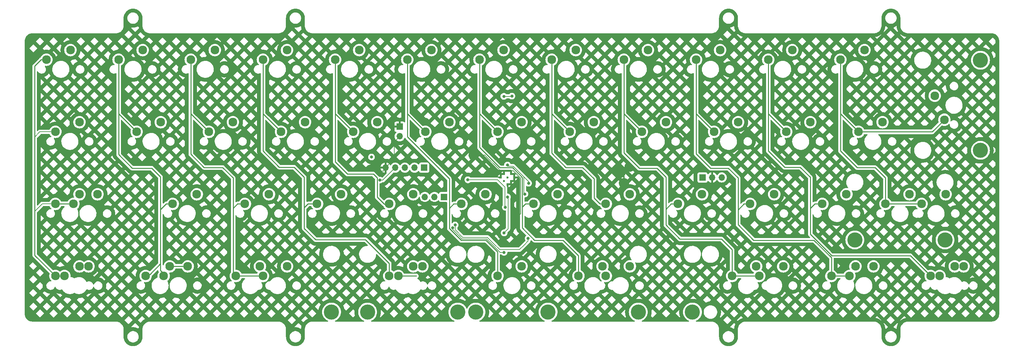
<source format=gbr>
%TF.GenerationSoftware,KiCad,Pcbnew,(7.0.0-rc1-163-g06a2e950fd)*%
%TF.CreationDate,2023-02-21T11:22:39+01:00*%
%TF.ProjectId,pcb,7063622e-6b69-4636-9164-5f7063625858,rev?*%
%TF.SameCoordinates,Original*%
%TF.FileFunction,Copper,L1,Top*%
%TF.FilePolarity,Positive*%
%FSLAX46Y46*%
G04 Gerber Fmt 4.6, Leading zero omitted, Abs format (unit mm)*
G04 Created by KiCad (PCBNEW (7.0.0-rc1-163-g06a2e950fd)) date 2023-02-21 11:22:39*
%MOMM*%
%LPD*%
G01*
G04 APERTURE LIST*
%TA.AperFunction,ComponentPad*%
%ADD10C,2.300000*%
%TD*%
%TA.AperFunction,ComponentPad*%
%ADD11C,4.000000*%
%TD*%
%TA.AperFunction,ComponentPad*%
%ADD12R,1.700000X1.700000*%
%TD*%
%TA.AperFunction,ComponentPad*%
%ADD13O,1.700000X1.700000*%
%TD*%
%TA.AperFunction,ComponentPad*%
%ADD14C,0.600000*%
%TD*%
%TA.AperFunction,ViaPad*%
%ADD15C,0.800000*%
%TD*%
%TA.AperFunction,Conductor*%
%ADD16C,0.220000*%
%TD*%
%TA.AperFunction,Conductor*%
%ADD17C,0.250000*%
%TD*%
%TA.AperFunction,Conductor*%
%ADD18C,0.200000*%
%TD*%
%TA.AperFunction,Conductor*%
%ADD19C,0.300000*%
%TD*%
G04 APERTURE END LIST*
D10*
%TO.P,SW10,1,1*%
%TO.N,c1*%
X-128349748Y42227696D03*
%TO.P,SW10,2,2*%
%TO.N,Net-(D19-A-Pad2)*%
X-121999748Y44767696D03*
%TD*%
%TO.P,SW48,1,1*%
%TO.N,c10*%
X43100252Y42227600D03*
%TO.P,SW48,2,2*%
%TO.N,Net-(D17-A-Pad1)*%
X49450252Y44767600D03*
%TD*%
%TO.P,SW49,1,1*%
%TO.N,c8*%
X26431964Y23177552D03*
%TO.P,SW49,2,2*%
%TO.N,Net-(SW44-Pad2)*%
X32781964Y25717552D03*
%TD*%
%TO.P,SW41,1,1*%
%TO.N,c9*%
X9762752Y80327696D03*
%TO.P,SW41,2,2*%
%TO.N,Net-(D6-A-Pad2)*%
X16112752Y82867696D03*
%TD*%
%TO.P,SW25,1,1*%
%TO.N,c6*%
X-21272544Y23177552D03*
%TO.P,SW25,2,2*%
%TO.N,Net-(D12-A-Pad1)*%
X-14922544Y25717552D03*
%TD*%
%TO.P,SW57,1,1*%
%TO.N,c10*%
X71675828Y23177552D03*
%TO.P,SW57,2,2*%
%TO.N,Net-(D23-A-Pad2)*%
X78025828Y25717552D03*
%TD*%
%TO.P,SW8,1,1*%
%TO.N,c1*%
X-142637248Y80327696D03*
%TO.P,SW8,2,2*%
%TO.N,Net-(D1-A-Pad2)*%
X-136287248Y82867696D03*
%TD*%
%TO.P,SW60,1,1*%
%TO.N,c10*%
X74057084Y23177552D03*
%TO.P,SW60,2,2*%
%TO.N,Net-(D23-A-Pad2)*%
X80407084Y25717552D03*
%TD*%
%TO.P,SW55,1,1*%
%TO.N,c9*%
X50244524Y23177552D03*
%TO.P,SW55,2,2*%
%TO.N,Net-(D16-A-Pad1)*%
X56594524Y25717552D03*
%TD*%
%TO.P,SW59,1,1*%
%TO.N,c11*%
X69294002Y42227696D03*
%TO.P,SW59,2,2*%
%TO.N,Net-(D17-A-Pad2)*%
X75644002Y44767696D03*
%TD*%
%TO.P,SW15,1,1*%
%TO.N,c2*%
X-109299748Y42227696D03*
%TO.P,SW15,2,2*%
%TO.N,Net-(D20-A-Pad1)*%
X-102949748Y44767696D03*
%TD*%
%TO.P,SW36,1,1*%
%TO.N,c7*%
X-23574748Y61277696D03*
%TO.P,SW36,2,2*%
%TO.N,Net-(D13-A-Pad1)*%
X-17224748Y63817696D03*
%TD*%
%TO.P,SW33,1,1*%
%TO.N,c6*%
X-33099748Y42227600D03*
%TO.P,SW33,2,2*%
%TO.N,Net-(D22-A-Pad1)*%
X-26749748Y44767600D03*
%TD*%
%TO.P,SW6,1,1*%
%TO.N,c0*%
X-159306004Y23177552D03*
%TO.P,SW6,2,2*%
%TO.N,Net-(D4-A-Pad2)*%
X-152956004Y25717552D03*
%TD*%
%TO.P,SW31,1,1*%
%TO.N,c6*%
X-47387248Y80327696D03*
%TO.P,SW31,2,2*%
%TO.N,Net-(D5-A-Pad1)*%
X-41037248Y82867696D03*
%TD*%
%TO.P,SW21,1,1*%
%TO.N,c3*%
X-71199532Y23177552D03*
%TO.P,SW21,2,2*%
%TO.N,Net-(D8-A-Pad1)*%
X-64849532Y25717552D03*
%TD*%
%TO.P,SW7,1,1*%
%TO.N,c1*%
X-130730932Y23177552D03*
%TO.P,SW7,2,2*%
%TO.N,Net-(D4-A-Pad1)*%
X-124380932Y25717552D03*
%TD*%
%TO.P,SW13,1,1*%
%TO.N,c2*%
X-123587248Y80327696D03*
%TO.P,SW13,2,2*%
%TO.N,Net-(D2-A-Pad1)*%
X-117237248Y82867696D03*
%TD*%
%TO.P,SW5,1,1*%
%TO.N,c0*%
X-159305998Y42227696D03*
%TO.P,SW5,2,2*%
%TO.N,Net-(D19-A-Pad1)*%
X-152955998Y44767696D03*
%TD*%
%TO.P,SW16,1,1*%
%TO.N,c2*%
X-111680884Y23177552D03*
%TO.P,SW16,2,2*%
%TO.N,Net-(D8-A-Pad2)*%
X-105330884Y25717552D03*
%TD*%
%TO.P,SW24,1,1*%
%TO.N,c4*%
X-71199748Y42227600D03*
%TO.P,SW24,2,2*%
%TO.N,Net-(D21-A-Pad1)*%
X-64849748Y44767600D03*
%TD*%
%TO.P,SW23,1,1*%
%TO.N,c4*%
X-80724748Y61277696D03*
%TO.P,SW23,2,2*%
%TO.N,Net-(D11-A-Pad2)*%
X-74374748Y63817696D03*
%TD*%
%TO.P,SW46,1,1*%
%TO.N,c10*%
X28812752Y80327696D03*
%TO.P,SW46,2,2*%
%TO.N,Net-(D7-A-Pad1)*%
X35162752Y82867696D03*
%TD*%
%TO.P,SW26,1,1*%
%TO.N,c5*%
X-66437248Y80327696D03*
%TO.P,SW26,2,2*%
%TO.N,Net-(D3-A-Pad2)*%
X-60087248Y82867696D03*
%TD*%
D11*
%TO.P,S8,*%
%TO.N,*%
X-5476906Y13652552D03*
X-29289406Y13652552D03*
%TD*%
D10*
%TO.P,SW29,1,1*%
%TO.N,c6*%
X-14049388Y23177552D03*
%TO.P,SW29,2,2*%
%TO.N,Net-(D12-A-Pad1)*%
X-7699388Y25717552D03*
%TD*%
%TO.P,SW43,1,1*%
%TO.N,c9*%
X24050252Y42227696D03*
%TO.P,SW43,2,2*%
%TO.N,Net-(D18-A-Pad2)*%
X30400252Y44767696D03*
%TD*%
%TO.P,SW37,1,1*%
%TO.N,c7*%
X-14049748Y42227696D03*
%TO.P,SW37,2,2*%
%TO.N,Net-(D22-A-Pad2)*%
X-7699748Y44767696D03*
%TD*%
%TO.P,SW50,1,1*%
%TO.N,c9*%
X45482012Y23177552D03*
%TO.P,SW50,2,2*%
%TO.N,Net-(D16-A-Pad1)*%
X51832012Y25717552D03*
%TD*%
%TO.P,SW2,1,1*%
%TO.N,c0*%
X-156924748Y23177552D03*
%TO.P,SW2,2,2*%
%TO.N,Net-(D4-A-Pad2)*%
X-150574748Y25717552D03*
%TD*%
%TO.P,SW47,1,1*%
%TO.N,c10*%
X33575252Y61277696D03*
%TO.P,SW47,2,2*%
%TO.N,Net-(D15-A-Pad2)*%
X39925252Y63817696D03*
%TD*%
%TO.P,SW35,1,1*%
%TO.N,c7*%
X-28337248Y80327696D03*
%TO.P,SW35,2,2*%
%TO.N,Net-(D5-A-Pad2)*%
X-21987248Y82867696D03*
%TD*%
D11*
%TO.P,S4,*%
%TO.N,*%
X-53102026Y13652552D03*
X-76914526Y13652552D03*
%TD*%
D10*
%TO.P,SW42,1,1*%
%TO.N,c9*%
X14525252Y61277696D03*
%TO.P,SW42,2,2*%
%TO.N,Net-(D14-A-Pad1)*%
X20875252Y63817696D03*
%TD*%
%TO.P,SW5_1,1,1*%
%TO.N,c0*%
X-154543498Y42227696D03*
%TO.P,SW5_1,2,2*%
%TO.N,Net-(D19-A-Pad1)*%
X-148193498Y44767696D03*
%TD*%
D11*
%TO.P,REF\u002A\u002A,*%
%TO.N,*%
X75485252Y32702696D03*
X51672752Y32702696D03*
%TD*%
D10*
%TO.P,SW32,1,1*%
%TO.N,c6*%
X-42624748Y61277696D03*
%TO.P,SW32,2,2*%
%TO.N,Net-(D13-A-Pad2)*%
X-36274748Y63817696D03*
%TD*%
%TO.P,SW19,1,1*%
%TO.N,c3*%
X-99774748Y61277696D03*
%TO.P,SW19,2,2*%
%TO.N,Net-(D10-A-Pad1)*%
X-93424748Y63817696D03*
%TD*%
%TO.P,SW4,1,1*%
%TO.N,c0*%
X-159305998Y61277696D03*
%TO.P,SW4,2,2*%
%TO.N,Net-(D9-A-Pad2)*%
X-152955998Y63817696D03*
%TD*%
%TO.P,SW40,1,1*%
%TO.N,c8*%
X5000252Y42227696D03*
%TO.P,SW40,2,2*%
%TO.N,Net-(D18-A-Pad1)*%
X11350252Y44767696D03*
%TD*%
%TO.P,SW9,1,1*%
%TO.N,c1*%
X-137874748Y61277648D03*
%TO.P,SW9,2,2*%
%TO.N,Net-(D9-A-Pad1)*%
X-131524748Y63817648D03*
%TD*%
%TO.P,SW52,1,1*%
%TO.N,c11*%
X47862752Y80327696D03*
%TO.P,SW52,2,2*%
%TO.N,Net-(D7-A-Pad2)*%
X54212752Y82867696D03*
%TD*%
D11*
%TO.P,S7,*%
%TO.N,*%
X8810612Y13652552D03*
X-29289388Y13652552D03*
%TD*%
D10*
%TO.P,SW12,1,1*%
%TO.N,c2*%
X-104537116Y23177552D03*
%TO.P,SW12,2,2*%
%TO.N,Net-(D8-A-Pad2)*%
X-98187116Y25717552D03*
%TD*%
%TO.P,SW61,1,1*%
%TO.N,c11*%
X59769002Y42227696D03*
%TO.P,SW61,2,2*%
%TO.N,Net-(D17-A-Pad2)*%
X66119002Y44767696D03*
%TD*%
%TO.P,SW34,1,1*%
%TO.N,c5*%
X-42624460Y23177552D03*
%TO.P,SW34,2,2*%
%TO.N,Net-(D12-A-Pad2)*%
X-36274460Y25717552D03*
%TD*%
%TO.P,SW39,1,1*%
%TO.N,c8*%
X-4524748Y61277648D03*
%TO.P,SW39,2,2*%
%TO.N,Net-(D14-A-Pad2)*%
X1825252Y63817648D03*
%TD*%
%TO.P,SW53,1,1*%
%TO.N,c11*%
X52625252Y61277648D03*
%TO.P,SW53,2,2*%
%TO.N,Net-(D15-A-Pad1)*%
X58975252Y63817648D03*
%TD*%
%TO.P,SW27,1,1*%
%TO.N,c5*%
X-61674748Y61277648D03*
%TO.P,SW27,2,2*%
%TO.N,Net-(D11-A-Pad1)*%
X-55324748Y63817648D03*
%TD*%
D11*
%TO.P,S1,*%
%TO.N,*%
X84828302Y80196250D03*
X84828302Y56383750D03*
%TD*%
D10*
%TO.P,SW22,1,1*%
%TO.N,c4*%
X-85487248Y80327696D03*
%TO.P,SW22,2,2*%
%TO.N,Net-(D3-A-Pad1)*%
X-79137248Y82867696D03*
%TD*%
%TO.P,SW20,1,1*%
%TO.N,c3*%
X-90249748Y42227696D03*
%TO.P,SW20,2,2*%
%TO.N,Net-(D20-A-Pad2)*%
X-83899748Y44767696D03*
%TD*%
%TO.P,SW38,1,1*%
%TO.N,c8*%
X-9287248Y80327696D03*
%TO.P,SW38,2,2*%
%TO.N,Net-(D6-A-Pad1)*%
X-2937248Y82867696D03*
%TD*%
%TO.P,SW44,1,1*%
%TO.N,c8*%
X19288196Y23177552D03*
%TO.P,SW44,2,2*%
%TO.N,Net-(SW44-Pad2)*%
X25638196Y25717552D03*
%TD*%
%TO.P,SW28,1,1*%
%TO.N,c5*%
X-52149748Y42227600D03*
%TO.P,SW28,2,2*%
%TO.N,Net-(D21-A-Pad2)*%
X-45799748Y44767600D03*
%TD*%
%TO.P,SW17,1,1*%
%TO.N,c3*%
X-68818276Y23177552D03*
%TO.P,SW17,2,2*%
%TO.N,Net-(D8-A-Pad1)*%
X-62468276Y25717552D03*
%TD*%
%TO.P,SW18,1,1*%
%TO.N,c3*%
X-104537248Y80327696D03*
%TO.P,SW18,2,2*%
%TO.N,Net-(D2-A-Pad2)*%
X-98187248Y82867696D03*
%TD*%
%TO.P,SW14,1,1*%
%TO.N,c2*%
X-118824748Y61277648D03*
%TO.P,SW14,2,2*%
%TO.N,Net-(D10-A-Pad2)*%
X-112474748Y63817648D03*
%TD*%
%TO.P,SW3,1,1*%
%TO.N,c0*%
X-161687248Y80327696D03*
%TO.P,SW3,2,2*%
%TO.N,Net-(D1-A-Pad1)*%
X-155337248Y82867696D03*
%TD*%
D11*
%TO.P,S3,*%
%TO.N,*%
X-48339532Y13652552D03*
X-86439532Y13652552D03*
%TD*%
D10*
%TO.P,SW11,1,1*%
%TO.N,c1*%
X-135493444Y23177552D03*
%TO.P,SW11,2,2*%
%TO.N,Net-(D4-A-Pad1)*%
X-129143444Y25717552D03*
%TD*%
%TO.P,SW58,1,1*%
%TO.N,c11*%
X75303302Y64480000D03*
%TO.P,SW58,2,2*%
%TO.N,Net-(D23-A-Pad1)*%
X72763302Y70830000D03*
%TD*%
D12*
%TO.P,J2,1,Pin_1*%
%TO.N,+5V*%
X11467751Y49209999D03*
D13*
%TO.P,J2,2,Pin_2*%
%TO.N,GND*%
X14007751Y49209999D03*
%TO.P,J2,3,Pin_3*%
%TO.N,LED_GLOW*%
X16547751Y49209999D03*
%TD*%
D14*
%TO.P,U3,57,GND*%
%TO.N,GND*%
X-41790370Y49210000D03*
X-40888809Y48308439D03*
X-39987248Y47406878D03*
X-40888809Y50111561D03*
X-39987248Y49210000D03*
X-39085687Y48308439D03*
X-39987248Y51013122D03*
X-39085687Y50111561D03*
X-38184126Y49210000D03*
%TD*%
D12*
%TO.P,J4,1,Pin_1*%
%TO.N,EXTRA_PIN_3*%
X-56729999Y44069999D03*
D13*
%TO.P,J4,2,Pin_2*%
%TO.N,EXTRA_PIN_2*%
X-59269999Y44069999D03*
%TO.P,J4,3,Pin_3*%
%TO.N,EXTRA_PIN_1*%
X-61809999Y44069999D03*
%TD*%
D12*
%TO.P,J1,1,Pin_1*%
%TO.N,/rp2040/RUN*%
X-61989999Y51809999D03*
D13*
%TO.P,J1,2,Pin_2*%
%TO.N,/rp2040/SWD*%
X-64529999Y51809999D03*
%TO.P,J1,3,Pin_3*%
%TO.N,/rp2040/SWCLK*%
X-67069999Y51809999D03*
%TO.P,J1,4,Pin_4*%
%TO.N,+3V3*%
X-69609999Y51809999D03*
%TO.P,J1,5,Pin_5*%
%TO.N,GND*%
X-72149999Y51809999D03*
%TD*%
D12*
%TO.P,J5,1,Pin_1*%
%TO.N,GND*%
X-68459999Y62624999D03*
D13*
%TO.P,J5,2,Pin_2*%
%TO.N,+1V1*%
X-68459999Y60084999D03*
%TD*%
D15*
%TO.N,GND*%
X-61700000Y63590000D03*
X-76191243Y51229500D03*
X-7744460Y52077552D03*
X-9257248Y47710000D03*
X-63830000Y61460000D03*
X-10220000Y50470000D03*
X-48940000Y55091751D03*
X-43324460Y41337552D03*
X-37297248Y38830000D03*
%TO.N,+3V3*%
X-40000000Y44080000D03*
X-73687748Y48527100D03*
X-40900000Y34570000D03*
%TO.N,+1V1*%
X-35402748Y44840000D03*
X-40000000Y52497196D03*
X-34440000Y47690000D03*
%TO.N,r1*%
X-40950000Y70660000D03*
X-38840000Y70710000D03*
%TO.N,r2*%
X-34557748Y33100000D03*
X-53818742Y36644200D03*
%TO.N,r3*%
X-54488083Y35901917D03*
X-40910000Y29430000D03*
%TO.N,/rp2040/QSPI_SS*%
X-40550000Y41360000D03*
X-50454409Y48598749D03*
%TO.N,/rp2040/~{USB_BOOT}*%
X-75890000Y54630000D03*
%TD*%
D16*
%TO.N,Net-(D4-A-Pad1)*%
X-124380932Y25717552D02*
X-129143444Y25717552D01*
%TO.N,c4*%
X-85487248Y68807696D02*
X-85487248Y53377248D01*
X-85487248Y68807696D02*
X-85487248Y66040196D01*
X-75409552Y50120000D02*
X-74397248Y49107696D01*
X-85487248Y53377248D02*
X-82230000Y50120000D01*
X-74397248Y44077696D02*
X-72487248Y42167696D01*
X-85487248Y66040196D02*
X-80724748Y61277696D01*
X-74397248Y49107696D02*
X-74397248Y44077696D01*
X-71259652Y42167696D02*
X-71199748Y42227600D01*
X-72487248Y42167696D02*
X-71259652Y42167696D01*
X-85487248Y80327696D02*
X-85487248Y68807696D01*
X-82230000Y50120000D02*
X-75409552Y50120000D01*
%TO.N,c3*%
X-93637248Y41207696D02*
X-92617248Y42227696D01*
X-71199532Y26506475D02*
X-77480753Y32787696D01*
X-93637248Y39347696D02*
X-93637248Y41207696D01*
X-93637248Y35767696D02*
X-93637248Y39347696D01*
X-77480753Y32787696D02*
X-90657248Y32787696D01*
X-104537248Y69117696D02*
X-104537248Y66040196D01*
X-90657248Y32787696D02*
X-93637248Y35767696D01*
D17*
X-64055998Y23177696D02*
X-68818132Y23177696D01*
D16*
X-93637248Y39347696D02*
X-93637248Y49257696D01*
X-71199532Y23177552D02*
X-71199532Y26506475D01*
D17*
X-68818132Y23177696D02*
X-68818276Y23177552D01*
D16*
X-100257248Y51947696D02*
X-104537248Y56227696D01*
X-92617248Y42227696D02*
X-90249748Y42227696D01*
X-93637248Y49257696D02*
X-96327248Y51947696D01*
X-104537248Y80327696D02*
X-104537248Y69117696D01*
X-96327248Y51947696D02*
X-100257248Y51947696D01*
X-104537248Y56227696D02*
X-104537248Y69117696D01*
X-104537248Y66040196D02*
X-99774748Y61277696D01*
%TO.N,c2*%
X-112407248Y49087696D02*
X-115177248Y51857696D01*
X-115177248Y51857696D02*
X-120087248Y51857696D01*
X-112407248Y23903916D02*
X-111680884Y23177552D01*
X-112407248Y40497696D02*
X-112407248Y49087696D01*
X-123587248Y80327696D02*
X-123587248Y68737696D01*
X-112407248Y40497696D02*
X-112407248Y23903916D01*
X-104537116Y23177552D02*
X-111680884Y23177552D01*
X-111257248Y42227696D02*
X-112407248Y41077696D01*
X-112407248Y41077696D02*
X-112407248Y40497696D01*
X-123587248Y55357696D02*
X-123587248Y68737696D01*
X-109299748Y42227696D02*
X-111257248Y42227696D01*
X-123587248Y66040148D02*
X-118824748Y61277648D01*
X-120087248Y51857696D02*
X-123587248Y55357696D01*
X-123587248Y68737696D02*
X-123587248Y66040148D01*
%TO.N,c1*%
X-142637248Y55257696D02*
X-142637248Y67997696D01*
X-131567248Y39487696D02*
X-131567248Y26877696D01*
X-131567248Y26407696D02*
X-134407248Y23567696D01*
X-139077248Y51697696D02*
X-142637248Y55257696D01*
X-130730932Y23801380D02*
X-130730932Y23177552D01*
X-131567248Y39487696D02*
X-131567248Y49347696D01*
X-131567248Y24637696D02*
X-130730932Y23801380D01*
X-142637248Y80327696D02*
X-142637248Y67997696D01*
X-134407248Y23557696D02*
X-135113300Y23557696D01*
X-142637248Y67997696D02*
X-142637248Y66040148D01*
X-131567248Y26877696D02*
X-131567248Y26407696D01*
X-134407248Y23567696D02*
X-134407248Y23557696D01*
X-135113300Y23557696D02*
X-135493444Y23177552D01*
X-131567248Y40737696D02*
X-131567248Y39487696D01*
X-142637248Y66040148D02*
X-137874748Y61277648D01*
X-131567248Y49347696D02*
X-133917248Y51697696D01*
X-128349748Y42227696D02*
X-130077248Y42227696D01*
X-130077248Y42227696D02*
X-131567248Y40737696D01*
X-131567248Y26877696D02*
X-131567248Y24637696D01*
X-133917248Y51697696D02*
X-139077248Y51697696D01*
D18*
%TO.N,c0*%
X-162802304Y42227696D02*
X-164780000Y40250000D01*
D16*
X-159306004Y23177552D02*
X-156924748Y23177552D01*
D18*
X-163402304Y61277696D02*
X-164780000Y59900000D01*
X-159305998Y42227696D02*
X-162802304Y42227696D01*
D16*
X-164780000Y59900000D02*
X-164780000Y40250000D01*
X-164780000Y28651548D02*
X-159306004Y23177552D01*
D18*
X-159305998Y61277696D02*
X-163402304Y61277696D01*
D16*
X-163102304Y80327696D02*
X-164780000Y78650000D01*
X-154543498Y42227696D02*
X-159305998Y42227696D01*
X-161687248Y80327696D02*
X-163102304Y80327696D01*
X-164780000Y78650000D02*
X-164780000Y59900000D01*
X-164780000Y40250000D02*
X-164780000Y28651548D01*
%TO.N,c11*%
X47862752Y56257696D02*
X47862752Y67487696D01*
X47862752Y67487696D02*
X47862752Y66040148D01*
D17*
X72100950Y61277648D02*
X52625252Y61277648D01*
D16*
X47862752Y80327696D02*
X47862752Y67487696D01*
X59769002Y49081446D02*
X57022752Y51827696D01*
X59769002Y42227696D02*
X59769002Y49081446D01*
X52292752Y51827696D02*
X47862752Y56257696D01*
X57022752Y51827696D02*
X52292752Y51827696D01*
X47862752Y66040148D02*
X52625252Y61277648D01*
X69294002Y42227696D02*
X59769002Y42227696D01*
D17*
X75303302Y64480000D02*
X72100950Y61277648D01*
D16*
%TO.N,c10*%
X41082656Y42227600D02*
X39902752Y41047696D01*
X39902752Y49277696D02*
X37252752Y51927696D01*
X39902752Y39647696D02*
X39902752Y49277696D01*
X39902752Y34227696D02*
X45602752Y28527696D01*
X39902752Y41047696D02*
X39902752Y39647696D01*
X39902752Y39647696D02*
X39902752Y34227696D01*
X37252752Y51927696D02*
X36442752Y51927696D01*
X43100252Y42227600D02*
X41082656Y42227600D01*
X66325684Y28527696D02*
X71675828Y23177552D01*
X28812752Y66040196D02*
X33575252Y61277696D01*
X45602752Y28527696D02*
X66325684Y28527696D01*
X28812752Y80327696D02*
X28812752Y68227696D01*
X28812752Y68227696D02*
X28812752Y56247696D01*
X33132752Y51927696D02*
X36442752Y51927696D01*
X28812752Y56247696D02*
X33132752Y51927696D01*
X28812752Y68227696D02*
X28812752Y66040196D01*
%TO.N,c9*%
X20872752Y38837696D02*
X20872752Y38387696D01*
X22423907Y42227696D02*
X20872752Y40676541D01*
X20872752Y40067696D02*
X20872752Y38837696D01*
X9762752Y55507696D02*
X9762752Y67327696D01*
X9762752Y67327696D02*
X9762752Y66040196D01*
X13582752Y51687696D02*
X9762752Y55507696D01*
X18282752Y51687696D02*
X13582752Y51687696D01*
X24952752Y32647696D02*
X40888782Y32647696D01*
X9762752Y66040196D02*
X14525252Y61277696D01*
X45482012Y28054466D02*
X45482012Y23177552D01*
X24050252Y42227696D02*
X22423907Y42227696D01*
X20872752Y40676541D02*
X20872752Y40067696D01*
X40888782Y32647696D02*
X45482012Y28054466D01*
X20872752Y38837696D02*
X20872752Y36727696D01*
X20872752Y40067696D02*
X20872752Y49097696D01*
X20872752Y36727696D02*
X24952752Y32647696D01*
X50244524Y23177552D02*
X45482012Y23177552D01*
X9762752Y80327696D02*
X9762752Y67327696D01*
X20872752Y36727696D02*
X20872752Y38387696D01*
X20872752Y49097696D02*
X18282752Y51687696D01*
%TO.N,c8*%
X1822752Y39057696D02*
X1822752Y49317696D01*
X-9287248Y66627696D02*
X-9287248Y66040148D01*
X5512752Y32957696D02*
X1822752Y36647696D01*
X-9287248Y66040148D02*
X-4524748Y61277648D01*
X-9287248Y55737696D02*
X-9287248Y66627696D01*
X3222752Y42227696D02*
X5000252Y42227696D01*
X1822752Y39057696D02*
X1822752Y40827696D01*
X19288196Y23177552D02*
X19288196Y30122252D01*
X-5217248Y51667696D02*
X-9287248Y55737696D01*
X26431964Y23177552D02*
X19288196Y23177552D01*
X1822752Y36647696D02*
X1822752Y39057696D01*
X1822752Y40827696D02*
X3222752Y42227696D01*
X-527248Y51667696D02*
X-5217248Y51667696D01*
X19288196Y30122252D02*
X16452752Y32957696D01*
X1822752Y49317696D02*
X-527248Y51667696D01*
X-9287248Y80327696D02*
X-9287248Y66627696D01*
X16452752Y32957696D02*
X5512752Y32957696D01*
%TO.N,c7*%
X-15607248Y42227696D02*
X-14049748Y42227696D01*
X-28337248Y66727696D02*
X-28337248Y66040196D01*
X-28337248Y66040196D02*
X-23574748Y61277696D01*
X-28337248Y66727696D02*
X-28337248Y55627696D01*
X-20167248Y51847696D02*
X-17157248Y48837696D01*
X-28337248Y80327696D02*
X-28337248Y66727696D01*
X-17157248Y48837696D02*
X-17157248Y43777696D01*
X-28337248Y55627696D02*
X-24557248Y51847696D01*
X-24557248Y51847696D02*
X-20167248Y51847696D01*
X-17157248Y43777696D02*
X-15607248Y42227696D01*
%TO.N,c6*%
X-25337248Y32637696D02*
X-21272544Y28572992D01*
X-32867248Y32637696D02*
X-25337248Y32637696D01*
X-36112248Y39917696D02*
X-36112248Y49232696D01*
X-38667248Y51787696D02*
X-42047248Y51787696D01*
X-36112248Y39917696D02*
X-36112248Y35882696D01*
X-35277344Y42227600D02*
X-36112248Y41392696D01*
X-36112248Y35882696D02*
X-32867248Y32637696D01*
X-21272544Y28572992D02*
X-21272544Y23177552D01*
X-47387248Y67767696D02*
X-47387248Y66040196D01*
X-33099748Y42227600D02*
X-35277344Y42227600D01*
X-47387248Y80327696D02*
X-47387248Y67767696D01*
X-36112248Y41392696D02*
X-36112248Y39917696D01*
X-42047248Y51787696D02*
X-47387248Y57127696D01*
X-47387248Y66040196D02*
X-42624748Y61277696D01*
X-36112248Y49232696D02*
X-38667248Y51787696D01*
X-47387248Y57127696D02*
X-47387248Y67767696D01*
%TO.N,c5*%
X-66437248Y80327696D02*
X-66437248Y67237696D01*
X-55357248Y40007696D02*
X-55357248Y41067696D01*
X-45627248Y32567696D02*
X-52157248Y32567696D01*
X-55357248Y35767696D02*
X-55357248Y40007696D01*
X-52157248Y32567696D02*
X-55357248Y35767696D01*
X-66437248Y66040148D02*
X-61674748Y61277648D01*
X-42624460Y29564908D02*
X-45627248Y32567696D01*
X-66437248Y59927248D02*
X-55357248Y48847248D01*
X-55357248Y41067696D02*
X-54197344Y42227600D01*
X-42624460Y23177552D02*
X-42624460Y29564908D01*
X-54197344Y42227600D02*
X-52149748Y42227600D01*
X-66437248Y67237696D02*
X-66437248Y66040148D01*
X-66437248Y67237696D02*
X-66437248Y59927248D01*
X-55357248Y48847248D02*
X-55357248Y40007696D01*
D18*
%TO.N,GND*%
X-75891743Y50930000D02*
X-76191243Y51229500D01*
X-72150000Y51810000D02*
X-69900000Y54060000D01*
X-37348314Y49888934D02*
X-37570941Y50111561D01*
X-72740000Y50930000D02*
X-73690000Y50930000D01*
X-39987248Y51013122D02*
X-38472502Y51013122D01*
X-72150000Y51810000D02*
X-72150000Y51520000D01*
X-36522248Y39605000D02*
X-36522248Y49062868D01*
X-41852502Y51013122D02*
X-42548314Y51708934D01*
X-42548314Y51708934D02*
X-45584690Y54745310D01*
X-37570941Y50111561D02*
X-39085687Y50111561D01*
X-36522248Y49062868D02*
X-37348314Y49888934D01*
X-45931131Y55091751D02*
X-45584690Y54745310D01*
D19*
X-9257248Y49507248D02*
X-9257248Y47710000D01*
X-10220000Y50470000D02*
X-9257248Y49507248D01*
D18*
X-69900000Y54060000D02*
X-69900000Y58572696D01*
X-48940000Y55091751D02*
X-45931131Y55091751D01*
X-72150000Y51520000D02*
X-72740000Y50930000D01*
X-37297248Y38830000D02*
X-36522248Y39605000D01*
X-69900000Y58572696D02*
X-68460000Y60012696D01*
X-39987248Y51013122D02*
X-41852502Y51013122D01*
X-38472502Y51013122D02*
X-37348314Y49888934D01*
X-73690000Y50930000D02*
X-75891743Y50930000D01*
%TO.N,+3V3*%
X-39850000Y43930000D02*
X-39850000Y35620000D01*
X-39850000Y35620000D02*
X-40900000Y34570000D01*
X-73687748Y48527100D02*
X-72892900Y48527100D01*
X-40000000Y44080000D02*
X-39850000Y43930000D01*
X-72892900Y48527100D02*
X-69610000Y51810000D01*
%TO.N,+1V1*%
X-39700500Y52197696D02*
X-39350000Y52197696D01*
X-35680000Y44840000D02*
X-35702248Y44862248D01*
X-36399862Y50100138D02*
X-38497420Y52197696D01*
X-35702248Y44862248D02*
X-35702248Y49402524D01*
X-36129862Y49830138D02*
X-36399862Y50100138D01*
X-40000000Y52497196D02*
X-39700500Y52197696D01*
X-34440000Y47690000D02*
X-34440000Y48140276D01*
X-35702248Y49402524D02*
X-36129862Y49830138D01*
X-34440000Y48140276D02*
X-36129862Y49830138D01*
X-38497420Y52197696D02*
X-39350000Y52197696D01*
X-35402748Y44840000D02*
X-35680000Y44840000D01*
%TO.N,r1*%
X-38890000Y70660000D02*
X-40950000Y70660000D01*
X-38840000Y70710000D02*
X-38890000Y70660000D01*
%TO.N,r2*%
X-53652019Y35207981D02*
X-51821734Y33377696D01*
X-53788083Y35361917D02*
X-53797019Y35352981D01*
X-53818742Y36644200D02*
X-53788083Y36613541D01*
X-51821734Y33377696D02*
X-50950000Y33377696D01*
X-45623106Y33377696D02*
X-45410000Y33377696D01*
X-53797019Y35352981D02*
X-53652019Y35207981D01*
X-53788083Y36613541D02*
X-53788083Y35361917D01*
X-45291734Y33377696D02*
X-43717019Y31802981D01*
X-40990000Y30130000D02*
X-36840000Y30130000D01*
X-36840000Y30130000D02*
X-35620000Y31350000D01*
X-42044038Y30130000D02*
X-40990000Y30130000D01*
X-34557748Y32412252D02*
X-34557748Y33100000D01*
X-50950000Y33377696D02*
X-45623106Y33377696D01*
X-35620000Y31350000D02*
X-34557748Y32412252D01*
X-43717019Y31802981D02*
X-42044038Y30130000D01*
X-45410000Y33377696D02*
X-45291734Y33377696D01*
%TO.N,r3*%
X-51987420Y32977696D02*
X-52734862Y33725138D01*
X-48300000Y32977696D02*
X-51987420Y32977696D01*
X-43089862Y30610138D02*
X-45457420Y32977696D01*
X-54488083Y35478359D02*
X-54488083Y35901917D01*
X-52734862Y33725138D02*
X-54488083Y35478359D01*
X-45457420Y32977696D02*
X-48300000Y32977696D01*
X-40910000Y29430000D02*
X-41909724Y29430000D01*
X-41909724Y29430000D02*
X-43089862Y30610138D01*
%TO.N,/rp2040/QSPI_SS*%
X-40700000Y46670000D02*
X-42628749Y48598749D01*
X-40700000Y41510000D02*
X-40700000Y46670000D01*
X-40550000Y41360000D02*
X-40700000Y41510000D01*
X-42628749Y48598749D02*
X-50454409Y48598749D01*
%TD*%
%TA.AperFunction,Conductor*%
%TO.N,GND*%
G36*
X-65681812Y64430198D02*
G01*
X-65631653Y64399460D01*
X-63226803Y61994610D01*
X-63199489Y61953733D01*
X-63189898Y61905514D01*
X-63199488Y61857300D01*
X-63230241Y61783058D01*
X-63290154Y61533503D01*
X-63310290Y61277648D01*
X-63290154Y61021793D01*
X-63230241Y60772238D01*
X-63132027Y60535127D01*
X-63126958Y60526856D01*
X-63000518Y60320525D01*
X-63000514Y60320520D01*
X-62997929Y60316301D01*
X-62994711Y60312534D01*
X-62994711Y60312533D01*
X-62915676Y60219995D01*
X-62831251Y60121145D01*
X-62788879Y60084956D01*
X-62753560Y60035532D01*
X-62745473Y59975322D01*
X-62766500Y59918326D01*
X-62811753Y59877794D01*
X-62870712Y59863148D01*
X-62998366Y59863148D01*
X-63158719Y59847836D01*
X-63364957Y59787279D01*
X-63556007Y59688786D01*
X-63724965Y59555916D01*
X-63865724Y59393472D01*
X-63973196Y59207325D01*
X-64043498Y59004202D01*
X-64074087Y58791445D01*
X-64069974Y58705107D01*
X-64081468Y58646227D01*
X-64118889Y58599334D01*
X-64173754Y58575063D01*
X-64233624Y58578916D01*
X-64284926Y58610019D01*
X-65809843Y60134936D01*
X-65837157Y60175813D01*
X-65846748Y60224031D01*
X-65846748Y64310365D01*
X-65833015Y64367568D01*
X-65794809Y64412301D01*
X-65740459Y64434814D01*
X-65681812Y64430198D01*
G37*
%TD.AperFunction*%
%TA.AperFunction,Conductor*%
G36*
X-138750159Y93823158D02*
G01*
X-138597488Y93813923D01*
X-138589303Y93813159D01*
X-138451464Y93795745D01*
X-138444545Y93794675D01*
X-138294064Y93767098D01*
X-138285441Y93765204D01*
X-138150931Y93730668D01*
X-138144781Y93728921D01*
X-137998621Y93683376D01*
X-137989722Y93680233D01*
X-137860736Y93629163D01*
X-137855409Y93626911D01*
X-137715660Y93564016D01*
X-137706670Y93559530D01*
X-137585295Y93492803D01*
X-137580812Y93490218D01*
X-137449446Y93410805D01*
X-137440569Y93404912D01*
X-137328782Y93323694D01*
X-137325137Y93320943D01*
X-137204026Y93226059D01*
X-137195485Y93218729D01*
X-137108628Y93137165D01*
X-137095060Y93124424D01*
X-137092218Y93121669D01*
X-136983112Y93012563D01*
X-136975122Y93003783D01*
X-136887738Y92898153D01*
X-136885638Y92895545D01*
X-136801969Y92788749D01*
X-136790042Y92773526D01*
X-136782848Y92763341D01*
X-136743907Y92701981D01*
X-136709921Y92648428D01*
X-136708494Y92646125D01*
X-136627745Y92512551D01*
X-136621587Y92501053D01*
X-136564254Y92379215D01*
X-136563489Y92377554D01*
X-136498713Y92233626D01*
X-136493785Y92220867D01*
X-136453071Y92095562D01*
X-136452708Y92094421D01*
X-136436374Y92042004D01*
X-136404875Y91940920D01*
X-136401403Y91927050D01*
X-136378023Y91804486D01*
X-136377920Y91803938D01*
X-136347665Y91638842D01*
X-136345855Y91624080D01*
X-136342512Y91570946D01*
X-136340236Y91534764D01*
X-136340217Y91534462D01*
X-136327978Y91332123D01*
X-136327748Y91324515D01*
X-136327748Y89328821D01*
X-136327748Y89328321D01*
X-136327748Y89197201D01*
X-136293519Y88937205D01*
X-136225646Y88683902D01*
X-136125292Y88441624D01*
X-135994172Y88214518D01*
X-135914818Y88111102D01*
X-135837044Y88009744D01*
X-135834531Y88006470D01*
X-135649099Y87821038D01*
X-135645832Y87818531D01*
X-135645826Y87818526D01*
X-135546173Y87742060D01*
X-135441051Y87661397D01*
X-135437483Y87659337D01*
X-135437480Y87659335D01*
X-135329918Y87597234D01*
X-135213945Y87530277D01*
X-135210139Y87528700D01*
X-135210136Y87528699D01*
X-134975475Y87431500D01*
X-134975470Y87431498D01*
X-134971667Y87429923D01*
X-134967685Y87428856D01*
X-134848638Y87396957D01*
X-134718364Y87362050D01*
X-134714279Y87361512D01*
X-134714268Y87361510D01*
X-134462508Y87328366D01*
X-134458368Y87327821D01*
X-134327347Y87327821D01*
X-134327248Y87327821D01*
X-134326748Y87327821D01*
X-100465248Y87327821D01*
X-100464649Y87327821D01*
X-100337750Y87327821D01*
X-100333628Y87327821D01*
X-100329542Y87328358D01*
X-100329540Y87328359D01*
X-100077727Y87361510D01*
X-100077713Y87361512D01*
X-100073632Y87362050D01*
X-100069649Y87363117D01*
X-100069645Y87363118D01*
X-99824310Y87428856D01*
X-99824306Y87428857D01*
X-99820329Y87429923D01*
X-99816529Y87431496D01*
X-99816520Y87431500D01*
X-99581859Y87528699D01*
X-99581850Y87528703D01*
X-99578051Y87530277D01*
X-99574482Y87532337D01*
X-99574479Y87532339D01*
X-99354515Y87659335D01*
X-99354505Y87659341D01*
X-99350945Y87661397D01*
X-99347676Y87663904D01*
X-99347672Y87663908D01*
X-99146169Y87818526D01*
X-99146157Y87818536D01*
X-99142897Y87821038D01*
X-99139986Y87823948D01*
X-99139978Y87823956D01*
X-98960383Y88003551D01*
X-98960375Y88003559D01*
X-98957465Y88006470D01*
X-98954963Y88009730D01*
X-98954953Y88009742D01*
X-98800335Y88211245D01*
X-98800331Y88211249D01*
X-98797824Y88214518D01*
X-98795768Y88218078D01*
X-98795762Y88218088D01*
X-98668766Y88438052D01*
X-98668764Y88438055D01*
X-98666704Y88441624D01*
X-98665130Y88445423D01*
X-98665126Y88445432D01*
X-98567927Y88680093D01*
X-98567923Y88680102D01*
X-98566350Y88683902D01*
X-98565284Y88687879D01*
X-98565283Y88687883D01*
X-98550931Y88741445D01*
X-96204014Y88741445D01*
X-95124969Y87662401D01*
X-94347522Y88439846D01*
X-94410468Y88674761D01*
X-94411470Y88678762D01*
X-94422797Y88727344D01*
X-94423668Y88731376D01*
X-94426883Y88747541D01*
X-94427620Y88751595D01*
X-94435739Y88800774D01*
X-94436344Y88804852D01*
X-94470573Y89064848D01*
X-94471044Y89068944D01*
X-94475931Y89118564D01*
X-94476268Y89122673D01*
X-94477346Y89139119D01*
X-94477549Y89143236D01*
X-94478559Y89174082D01*
X-94549685Y89245208D01*
X-94573868Y89227943D01*
X-94578169Y89225004D01*
X-94595591Y89213622D01*
X-94600008Y89210865D01*
X-94654101Y89178633D01*
X-94658629Y89176060D01*
X-94877328Y89057706D01*
X-94881958Y89055323D01*
X-94938543Y89027660D01*
X-94943269Y89025469D01*
X-94962326Y89017110D01*
X-94967138Y89015117D01*
X-95025804Y88992226D01*
X-95030693Y88990434D01*
X-95265889Y88909691D01*
X-95270847Y88908103D01*
X-95331191Y88890137D01*
X-95336211Y88888754D01*
X-95356384Y88883645D01*
X-95361460Y88882471D01*
X-95423118Y88869542D01*
X-95428237Y88868578D01*
X-95673516Y88827649D01*
X-95678672Y88826898D01*
X-95741183Y88819107D01*
X-95746364Y88818570D01*
X-95767103Y88816852D01*
X-95772300Y88816530D01*
X-95835208Y88813929D01*
X-95840413Y88813821D01*
X-96089083Y88813821D01*
X-96094288Y88813929D01*
X-96130051Y88815407D01*
X-96204014Y88741445D01*
X-98550931Y88741445D01*
X-98499545Y88933218D01*
X-98499544Y88933222D01*
X-98498477Y88937205D01*
X-98497939Y88941286D01*
X-98497937Y88941300D01*
X-98464786Y89193113D01*
X-98464785Y89193124D01*
X-98464248Y89197201D01*
X-98464248Y89328321D01*
X-98464248Y89328821D01*
X-98464248Y91324515D01*
X-98464133Y91328321D01*
X-97470391Y91328321D01*
X-97449856Y91080500D01*
X-97388811Y90839440D01*
X-97288921Y90611714D01*
X-97152912Y90403536D01*
X-97149377Y90399696D01*
X-96988024Y90224419D01*
X-96988019Y90224414D01*
X-96984492Y90220583D01*
X-96980383Y90217385D01*
X-96980380Y90217382D01*
X-96811071Y90085604D01*
X-96788257Y90067847D01*
X-96783674Y90065367D01*
X-96574143Y89951974D01*
X-96574140Y89951972D01*
X-96569558Y89949493D01*
X-96564634Y89947802D01*
X-96564626Y89947799D01*
X-96339292Y89870442D01*
X-96339286Y89870440D01*
X-96334362Y89868750D01*
X-96329225Y89867892D01*
X-96329222Y89867892D01*
X-96094220Y89828678D01*
X-96094217Y89828677D01*
X-96089083Y89827821D01*
X-95845624Y89827821D01*
X-95840413Y89827821D01*
X-95835279Y89828677D01*
X-95835275Y89828678D01*
X-95600273Y89867892D01*
X-95600267Y89867893D01*
X-95595134Y89868750D01*
X-95590212Y89870439D01*
X-95590203Y89870442D01*
X-95364869Y89947799D01*
X-95364856Y89947804D01*
X-95359938Y89949493D01*
X-95355359Y89951970D01*
X-95355352Y89951974D01*
X-95145821Y90065367D01*
X-95145817Y90065369D01*
X-95141239Y90067847D01*
X-95137133Y90071042D01*
X-95137128Y90071046D01*
X-94949115Y90217382D01*
X-94949106Y90217390D01*
X-94945004Y90220583D01*
X-94941482Y90224408D01*
X-94941471Y90224419D01*
X-94780118Y90399696D01*
X-94780112Y90399702D01*
X-94776584Y90403536D01*
X-94773735Y90407895D01*
X-94773730Y90407903D01*
X-94643427Y90607348D01*
X-94643424Y90607351D01*
X-94640575Y90611714D01*
X-94638480Y90616489D01*
X-94542778Y90834667D01*
X-94542775Y90834673D01*
X-94540685Y90839440D01*
X-94539407Y90844484D01*
X-94539405Y90844492D01*
X-94480921Y91075441D01*
X-94480920Y91075442D01*
X-94479640Y91080500D01*
X-94479210Y91085688D01*
X-94479209Y91085695D01*
X-94459535Y91323132D01*
X-94459105Y91328321D01*
X-94479640Y91576142D01*
X-94495580Y91639087D01*
X-94539405Y91812149D01*
X-94539406Y91812153D01*
X-94540685Y91817202D01*
X-94640575Y92044928D01*
X-94751463Y92214656D01*
X-94773730Y92248738D01*
X-94773731Y92248740D01*
X-94776584Y92253106D01*
X-94892675Y92379215D01*
X-94941471Y92432222D01*
X-94941476Y92432226D01*
X-94945004Y92436059D01*
X-95028483Y92501033D01*
X-95043305Y92512570D01*
X-95141239Y92588795D01*
X-95359938Y92707149D01*
X-95364867Y92708841D01*
X-95364869Y92708842D01*
X-95523596Y92763333D01*
X-95595134Y92787892D01*
X-95840413Y92828821D01*
X-96089083Y92828821D01*
X-96334362Y92787892D01*
X-96569558Y92707149D01*
X-96788257Y92588795D01*
X-96984492Y92436059D01*
X-97152912Y92253106D01*
X-97288921Y92044928D01*
X-97388811Y91817202D01*
X-97449856Y91576142D01*
X-97470391Y91328321D01*
X-98464133Y91328321D01*
X-98464018Y91332123D01*
X-98451778Y91534462D01*
X-98451759Y91534765D01*
X-98446141Y91624062D01*
X-98444326Y91638864D01*
X-98414108Y91803755D01*
X-98413940Y91804652D01*
X-98390592Y91927045D01*
X-98387119Y91940920D01*
X-98339337Y92094260D01*
X-98338875Y92095712D01*
X-98298210Y92220863D01*
X-98293277Y92233637D01*
X-98228580Y92377390D01*
X-98227688Y92379327D01*
X-98170418Y92501033D01*
X-98164238Y92512570D01*
X-98083516Y92646099D01*
X-98082073Y92648428D01*
X-98009152Y92763333D01*
X-98001952Y92773526D01*
X-97906356Y92895545D01*
X-97904256Y92898153D01*
X-97816872Y93003783D01*
X-97808882Y93012563D01*
X-97699776Y93121669D01*
X-97696934Y93124424D01*
X-97596515Y93218724D01*
X-97587968Y93226059D01*
X-97466857Y93320943D01*
X-97463212Y93323694D01*
X-97351425Y93404912D01*
X-97342548Y93410805D01*
X-97211182Y93490218D01*
X-97206699Y93492803D01*
X-97085324Y93559530D01*
X-97076334Y93564016D01*
X-96936585Y93626911D01*
X-96931258Y93629163D01*
X-96802272Y93680233D01*
X-96793373Y93683376D01*
X-96647213Y93728921D01*
X-96641063Y93730668D01*
X-96506553Y93765204D01*
X-96497930Y93767098D01*
X-96347449Y93794675D01*
X-96340530Y93795745D01*
X-96202691Y93813159D01*
X-96194506Y93813923D01*
X-96041837Y93823158D01*
X-96034229Y93823388D01*
X-95895267Y93823388D01*
X-95887659Y93823158D01*
X-95734988Y93813923D01*
X-95726803Y93813159D01*
X-95588964Y93795745D01*
X-95582045Y93794675D01*
X-95431564Y93767098D01*
X-95422941Y93765204D01*
X-95288431Y93730668D01*
X-95282281Y93728921D01*
X-95136121Y93683376D01*
X-95127222Y93680233D01*
X-94998236Y93629163D01*
X-94992909Y93626911D01*
X-94853160Y93564016D01*
X-94844170Y93559530D01*
X-94722795Y93492803D01*
X-94718312Y93490218D01*
X-94586946Y93410805D01*
X-94578069Y93404912D01*
X-94466282Y93323694D01*
X-94462637Y93320943D01*
X-94341526Y93226059D01*
X-94332985Y93218729D01*
X-94246128Y93137165D01*
X-94232560Y93124424D01*
X-94229718Y93121669D01*
X-94120612Y93012563D01*
X-94112622Y93003783D01*
X-94025238Y92898153D01*
X-94023138Y92895545D01*
X-93939469Y92788749D01*
X-93927542Y92773526D01*
X-93920348Y92763341D01*
X-93881407Y92701981D01*
X-93847421Y92648428D01*
X-93845994Y92646125D01*
X-93765245Y92512551D01*
X-93759087Y92501053D01*
X-93701754Y92379215D01*
X-93700989Y92377554D01*
X-93636213Y92233626D01*
X-93631285Y92220867D01*
X-93590571Y92095562D01*
X-93590208Y92094421D01*
X-93573874Y92042004D01*
X-93542375Y91940920D01*
X-93538903Y91927050D01*
X-93515523Y91804486D01*
X-93515420Y91803938D01*
X-93485165Y91638842D01*
X-93483355Y91624080D01*
X-93480012Y91570946D01*
X-93477736Y91534764D01*
X-93477717Y91534462D01*
X-93465478Y91332123D01*
X-93465248Y91324515D01*
X-93465248Y89328821D01*
X-93465248Y89328321D01*
X-93465248Y89197201D01*
X-93431019Y88937205D01*
X-93363146Y88683902D01*
X-93262792Y88441624D01*
X-93131672Y88214518D01*
X-93052318Y88111102D01*
X-92974544Y88009744D01*
X-92972031Y88006470D01*
X-92786599Y87821038D01*
X-92783332Y87818531D01*
X-92783326Y87818526D01*
X-92683673Y87742060D01*
X-92578551Y87661397D01*
X-92574983Y87659337D01*
X-92574980Y87659335D01*
X-92467418Y87597234D01*
X-92351445Y87530277D01*
X-92347639Y87528700D01*
X-92347636Y87528699D01*
X-92112975Y87431500D01*
X-92112970Y87431498D01*
X-92109167Y87429923D01*
X-92105185Y87428856D01*
X-91986138Y87396957D01*
X-91855864Y87362050D01*
X-91851779Y87361512D01*
X-91851768Y87361510D01*
X-91600008Y87328366D01*
X-91595868Y87327821D01*
X-91464847Y87327821D01*
X-91464748Y87327821D01*
X-91464248Y87327821D01*
X13834752Y87327821D01*
X13835315Y87327821D01*
X13835351Y87327821D01*
X13835362Y87327825D01*
X13835386Y87327828D01*
X13962250Y87327828D01*
X13966372Y87327828D01*
X13970459Y87328366D01*
X14222271Y87361516D01*
X14222282Y87361518D01*
X14226367Y87362056D01*
X14230349Y87363123D01*
X14230354Y87363124D01*
X14475690Y87428861D01*
X14475694Y87428862D01*
X14479671Y87429928D01*
X14483470Y87431501D01*
X14483480Y87431505D01*
X14718140Y87528703D01*
X14718148Y87528707D01*
X14721948Y87530281D01*
X14837915Y87597234D01*
X14945478Y87659335D01*
X14945482Y87659337D01*
X14949054Y87661400D01*
X15157103Y87821041D01*
X15342534Y88006472D01*
X15345047Y88009747D01*
X15499665Y88211247D01*
X15499668Y88211251D01*
X15502176Y88214520D01*
X15633295Y88441625D01*
X15733650Y88683902D01*
X15749069Y88741446D01*
X18743264Y88741446D01*
X19822309Y87662400D01*
X20136532Y87976623D01*
X20133557Y87982190D01*
X20131673Y87985858D01*
X20124383Y88000640D01*
X20122620Y88004367D01*
X20102035Y88049797D01*
X20100394Y88053582D01*
X20000039Y88295859D01*
X19998524Y88299693D01*
X19980961Y88346356D01*
X19979572Y88350238D01*
X19974274Y88365845D01*
X19973012Y88369772D01*
X19958536Y88417494D01*
X19957404Y88421458D01*
X19889531Y88674762D01*
X19888529Y88678763D01*
X19877202Y88727344D01*
X19876331Y88731376D01*
X19873116Y88747541D01*
X19872379Y88751595D01*
X19864260Y88800774D01*
X19863655Y88804852D01*
X19829426Y89064848D01*
X19828955Y89068944D01*
X19824068Y89118564D01*
X19823731Y89122673D01*
X19822653Y89139119D01*
X19822450Y89143236D01*
X19820818Y89193077D01*
X19820751Y89197201D01*
X19820751Y89298151D01*
X19781573Y89267658D01*
X19777397Y89264545D01*
X19726132Y89227943D01*
X19721831Y89225004D01*
X19704409Y89213622D01*
X19699992Y89210865D01*
X19645899Y89178633D01*
X19641371Y89176060D01*
X19422672Y89057706D01*
X19418042Y89055323D01*
X19361457Y89027660D01*
X19356731Y89025469D01*
X19337674Y89017110D01*
X19332862Y89015117D01*
X19274196Y88992226D01*
X19269307Y88990434D01*
X19034111Y88909691D01*
X19029153Y88908103D01*
X18968809Y88890137D01*
X18963789Y88888754D01*
X18943616Y88883645D01*
X18938540Y88882471D01*
X18876882Y88869542D01*
X18871765Y88868579D01*
X18870122Y88868304D01*
X18743264Y88741446D01*
X15749069Y88741446D01*
X15801523Y88937206D01*
X15835752Y89197201D01*
X15835752Y89328321D01*
X15835752Y89328821D01*
X15835752Y91324515D01*
X15835867Y91328321D01*
X16829609Y91328321D01*
X16830039Y91323132D01*
X16849713Y91085695D01*
X16849714Y91085688D01*
X16850144Y91080500D01*
X16851424Y91075442D01*
X16851425Y91075441D01*
X16909909Y90844492D01*
X16909911Y90844484D01*
X16911189Y90839440D01*
X16913279Y90834673D01*
X16913282Y90834667D01*
X17008984Y90616489D01*
X17011079Y90611714D01*
X17013928Y90607351D01*
X17013931Y90607348D01*
X17144234Y90407903D01*
X17144239Y90407895D01*
X17147088Y90403536D01*
X17150616Y90399702D01*
X17150622Y90399696D01*
X17311975Y90224419D01*
X17311986Y90224408D01*
X17315508Y90220583D01*
X17319610Y90217390D01*
X17319619Y90217382D01*
X17507632Y90071046D01*
X17507637Y90071042D01*
X17511743Y90067847D01*
X17516321Y90065369D01*
X17516325Y90065367D01*
X17725856Y89951974D01*
X17725863Y89951970D01*
X17730442Y89949493D01*
X17735360Y89947804D01*
X17735373Y89947799D01*
X17960707Y89870442D01*
X17960716Y89870439D01*
X17965638Y89868750D01*
X17970771Y89867893D01*
X17970777Y89867892D01*
X18205779Y89828678D01*
X18205783Y89828677D01*
X18210917Y89827821D01*
X18454376Y89827821D01*
X18459587Y89827821D01*
X18464721Y89828677D01*
X18464724Y89828678D01*
X18699726Y89867892D01*
X18699729Y89867892D01*
X18704866Y89868750D01*
X18709790Y89870440D01*
X18709796Y89870442D01*
X18935130Y89947799D01*
X18935138Y89947802D01*
X18940062Y89949493D01*
X18944644Y89951972D01*
X18944647Y89951974D01*
X19154178Y90065367D01*
X19158761Y90067847D01*
X19181575Y90085604D01*
X19350884Y90217382D01*
X19350887Y90217385D01*
X19354996Y90220583D01*
X19358523Y90224414D01*
X19358528Y90224419D01*
X19519881Y90399696D01*
X19523416Y90403536D01*
X19659425Y90611714D01*
X19759315Y90839440D01*
X19820360Y91080500D01*
X19840895Y91328321D01*
X19820360Y91576142D01*
X19759315Y91817202D01*
X19659425Y92044928D01*
X19523416Y92253106D01*
X19354996Y92436059D01*
X19158761Y92588795D01*
X18940062Y92707149D01*
X18704866Y92787892D01*
X18459587Y92828821D01*
X18210917Y92828821D01*
X17965638Y92787892D01*
X17894100Y92763333D01*
X17735373Y92708842D01*
X17735371Y92708841D01*
X17730442Y92707149D01*
X17511743Y92588795D01*
X17413809Y92512570D01*
X17398987Y92501033D01*
X17315508Y92436059D01*
X17311980Y92432226D01*
X17311975Y92432222D01*
X17263179Y92379215D01*
X17147088Y92253106D01*
X17144235Y92248740D01*
X17144234Y92248738D01*
X17121967Y92214656D01*
X17011079Y92044928D01*
X16911189Y91817202D01*
X16909910Y91812153D01*
X16909909Y91812149D01*
X16866084Y91639087D01*
X16850144Y91576142D01*
X16829609Y91328321D01*
X15835867Y91328321D01*
X15835982Y91332123D01*
X15848221Y91534462D01*
X15848240Y91534764D01*
X15850516Y91570946D01*
X15853859Y91624080D01*
X15855669Y91638842D01*
X15885924Y91803938D01*
X15886027Y91804486D01*
X15909407Y91927050D01*
X15912879Y91940920D01*
X15944378Y92042004D01*
X15960712Y92094421D01*
X15961075Y92095562D01*
X16001789Y92220867D01*
X16006717Y92233626D01*
X16071493Y92377554D01*
X16072258Y92379215D01*
X16129591Y92501053D01*
X16135749Y92512551D01*
X16216498Y92646125D01*
X16217925Y92648428D01*
X16251911Y92701981D01*
X16290852Y92763341D01*
X16298046Y92773526D01*
X16309973Y92788749D01*
X16393642Y92895545D01*
X16395742Y92898153D01*
X16483126Y93003783D01*
X16491116Y93012563D01*
X16600222Y93121669D01*
X16603064Y93124424D01*
X16616632Y93137165D01*
X16703489Y93218729D01*
X16712030Y93226059D01*
X16833141Y93320943D01*
X16836786Y93323694D01*
X16948573Y93404912D01*
X16957450Y93410805D01*
X17088816Y93490218D01*
X17093299Y93492803D01*
X17214674Y93559530D01*
X17223664Y93564016D01*
X17363413Y93626911D01*
X17368740Y93629163D01*
X17497726Y93680233D01*
X17506625Y93683376D01*
X17652785Y93728921D01*
X17658935Y93730668D01*
X17793445Y93765204D01*
X17802068Y93767098D01*
X17952549Y93794675D01*
X17959468Y93795745D01*
X18097307Y93813159D01*
X18105492Y93813923D01*
X18258163Y93823158D01*
X18265771Y93823388D01*
X18404733Y93823388D01*
X18412341Y93823158D01*
X18565010Y93813923D01*
X18573195Y93813159D01*
X18711034Y93795745D01*
X18717953Y93794675D01*
X18868434Y93767098D01*
X18877057Y93765204D01*
X19011567Y93730668D01*
X19017717Y93728921D01*
X19163877Y93683376D01*
X19172776Y93680233D01*
X19301762Y93629163D01*
X19307089Y93626911D01*
X19446838Y93564016D01*
X19455828Y93559530D01*
X19577203Y93492803D01*
X19581686Y93490218D01*
X19713052Y93410805D01*
X19721929Y93404912D01*
X19833716Y93323694D01*
X19837361Y93320943D01*
X19958472Y93226059D01*
X19967019Y93218724D01*
X20067438Y93124424D01*
X20070280Y93121669D01*
X20179386Y93012563D01*
X20187376Y93003783D01*
X20274760Y92898153D01*
X20276860Y92895545D01*
X20372456Y92773526D01*
X20379656Y92763333D01*
X20452577Y92648428D01*
X20454020Y92646099D01*
X20534742Y92512570D01*
X20540922Y92501033D01*
X20598192Y92379327D01*
X20599084Y92377390D01*
X20663781Y92233637D01*
X20668714Y92220863D01*
X20709379Y92095712D01*
X20709841Y92094260D01*
X20757623Y91940920D01*
X20761096Y91927045D01*
X20784444Y91804652D01*
X20784612Y91803755D01*
X20814830Y91638864D01*
X20816645Y91624062D01*
X20822263Y91534765D01*
X20822282Y91534462D01*
X20834522Y91332123D01*
X20834752Y91324515D01*
X20834752Y89328325D01*
X20834751Y89328321D01*
X20834751Y89197201D01*
X20835288Y89193124D01*
X20835289Y89193113D01*
X20868440Y88941300D01*
X20868442Y88941286D01*
X20868980Y88937205D01*
X20870047Y88933222D01*
X20870048Y88933218D01*
X20924132Y88731376D01*
X20936853Y88683901D01*
X20938426Y88680102D01*
X20938430Y88680092D01*
X21035630Y88445432D01*
X21035634Y88445423D01*
X21037208Y88441624D01*
X21039268Y88438055D01*
X21039270Y88438052D01*
X21166265Y88218088D01*
X21166271Y88218078D01*
X21168327Y88214518D01*
X21170834Y88211249D01*
X21170838Y88211245D01*
X21325457Y88009741D01*
X21325467Y88009729D01*
X21327969Y88006469D01*
X21330879Y88003558D01*
X21330887Y88003550D01*
X21510472Y87823965D01*
X21510479Y87823959D01*
X21513400Y87821038D01*
X21516671Y87818527D01*
X21516678Y87818522D01*
X21718177Y87663907D01*
X21718183Y87663902D01*
X21721449Y87661397D01*
X21725013Y87659339D01*
X21725024Y87659332D01*
X21944983Y87532339D01*
X21944986Y87532337D01*
X21948555Y87530277D01*
X21952354Y87528703D01*
X21952363Y87528699D01*
X22187023Y87431500D01*
X22187032Y87431496D01*
X22190832Y87429923D01*
X22194808Y87428857D01*
X22194813Y87428856D01*
X22440149Y87363118D01*
X22440153Y87363117D01*
X22444136Y87362050D01*
X22448217Y87361512D01*
X22448231Y87361510D01*
X22700044Y87328359D01*
X22700046Y87328358D01*
X22704132Y87327821D01*
X22835153Y87327821D01*
X22835252Y87327821D01*
X22835752Y87327821D01*
X56697252Y87327821D01*
X56697716Y87327821D01*
X56697851Y87327821D01*
X56697891Y87327837D01*
X56697986Y87327846D01*
X56824747Y87327845D01*
X56828871Y87327845D01*
X56832955Y87328382D01*
X56832961Y87328383D01*
X57084766Y87361529D01*
X57084768Y87361529D01*
X57088867Y87362069D01*
X57190076Y87389186D01*
X57338191Y87428870D01*
X57338196Y87428871D01*
X57342172Y87429937D01*
X57465514Y87481024D01*
X57580651Y87528713D01*
X57584451Y87530287D01*
X57588007Y87532340D01*
X57588013Y87532343D01*
X57807991Y87659344D01*
X57807998Y87659348D01*
X57811558Y87661404D01*
X57814877Y87663950D01*
X57910893Y87737625D01*
X59260211Y87737625D01*
X59335436Y87662401D01*
X60414481Y88741445D01*
X60414480Y88741446D01*
X61848493Y88741446D01*
X62927538Y87662400D01*
X63086849Y87821711D01*
X63021642Y87934656D01*
X63019638Y87938261D01*
X62996129Y87982244D01*
X62994245Y87985912D01*
X62986956Y88000693D01*
X62985194Y88004418D01*
X62964621Y88049823D01*
X62962982Y88053606D01*
X62862628Y88295875D01*
X62861113Y88299707D01*
X62843557Y88346348D01*
X62842169Y88350228D01*
X62836871Y88365833D01*
X62835609Y88369759D01*
X62821127Y88417493D01*
X62819994Y88421460D01*
X62752118Y88674754D01*
X62751116Y88678753D01*
X62739796Y88727296D01*
X62738926Y88731324D01*
X62735710Y88747488D01*
X62734972Y88751544D01*
X62726845Y88800754D01*
X62726239Y88804835D01*
X62692003Y89064822D01*
X62691532Y89068920D01*
X62686642Y89118563D01*
X62686305Y89122674D01*
X62685227Y89139120D01*
X62685025Y89143236D01*
X62683393Y89193054D01*
X62683325Y89197175D01*
X62683321Y89298206D01*
X62644073Y89267658D01*
X62639897Y89264545D01*
X62588632Y89227943D01*
X62584331Y89225004D01*
X62566909Y89213622D01*
X62562492Y89210865D01*
X62508399Y89178633D01*
X62503871Y89176060D01*
X62285172Y89057706D01*
X62280542Y89055323D01*
X62223957Y89027660D01*
X62219231Y89025469D01*
X62200174Y89017110D01*
X62195362Y89015117D01*
X62136696Y88992226D01*
X62131808Y88990434D01*
X62079535Y88972488D01*
X61848493Y88741446D01*
X60414480Y88741446D01*
X60083936Y89071989D01*
X59891632Y89176060D01*
X59887105Y89178633D01*
X59833012Y89210865D01*
X59828595Y89213622D01*
X59811173Y89225004D01*
X59806872Y89227943D01*
X59755607Y89264545D01*
X59751431Y89267658D01*
X59712252Y89298152D01*
X59712253Y89197210D01*
X59712186Y89193086D01*
X59710554Y89143239D01*
X59710351Y89139121D01*
X59709273Y89122675D01*
X59708936Y89118567D01*
X59704050Y89068953D01*
X59703579Y89064857D01*
X59669352Y88804861D01*
X59668747Y88800782D01*
X59660627Y88751597D01*
X59659890Y88747543D01*
X59656675Y88731378D01*
X59655804Y88727348D01*
X59644479Y88678772D01*
X59643477Y88674770D01*
X59575606Y88421466D01*
X59574474Y88417501D01*
X59560001Y88369789D01*
X59558740Y88365864D01*
X59553442Y88350256D01*
X59552053Y88346374D01*
X59534486Y88299698D01*
X59532970Y88295862D01*
X59432616Y88053585D01*
X59430975Y88049800D01*
X59410389Y88004368D01*
X59408626Y88000641D01*
X59401336Y87985859D01*
X59399452Y87982192D01*
X59375951Y87938226D01*
X59373949Y87934623D01*
X59260211Y87737625D01*
X57910893Y87737625D01*
X57946167Y87764691D01*
X58019607Y87821043D01*
X58205039Y88006472D01*
X58241190Y88053585D01*
X58362170Y88211247D01*
X58362173Y88211251D01*
X58364681Y88214520D01*
X58495801Y88441625D01*
X58592369Y88674762D01*
X58594575Y88680087D01*
X58594577Y88680093D01*
X58596155Y88683902D01*
X58664026Y88937206D01*
X58698253Y89197202D01*
X58698252Y89328321D01*
X58698252Y89328821D01*
X58698252Y91324515D01*
X58698367Y91328321D01*
X59692109Y91328321D01*
X59692539Y91323132D01*
X59712213Y91085695D01*
X59712214Y91085688D01*
X59712644Y91080500D01*
X59713924Y91075442D01*
X59713925Y91075441D01*
X59772409Y90844492D01*
X59772411Y90844484D01*
X59773689Y90839440D01*
X59775779Y90834673D01*
X59775782Y90834667D01*
X59871484Y90616489D01*
X59873579Y90611714D01*
X59876428Y90607351D01*
X59876431Y90607348D01*
X60006734Y90407903D01*
X60006739Y90407895D01*
X60009588Y90403536D01*
X60013116Y90399702D01*
X60013122Y90399696D01*
X60174475Y90224419D01*
X60174486Y90224408D01*
X60178008Y90220583D01*
X60182110Y90217390D01*
X60182119Y90217382D01*
X60370132Y90071046D01*
X60370137Y90071042D01*
X60374243Y90067847D01*
X60378821Y90065369D01*
X60378825Y90065367D01*
X60588356Y89951974D01*
X60588363Y89951970D01*
X60592942Y89949493D01*
X60597860Y89947804D01*
X60597873Y89947799D01*
X60823207Y89870442D01*
X60823216Y89870439D01*
X60828138Y89868750D01*
X60833271Y89867893D01*
X60833277Y89867892D01*
X61068279Y89828678D01*
X61068283Y89828677D01*
X61073417Y89827821D01*
X61316876Y89827821D01*
X61322087Y89827821D01*
X61327221Y89828677D01*
X61327224Y89828678D01*
X61562226Y89867892D01*
X61562229Y89867892D01*
X61567366Y89868750D01*
X61572290Y89870440D01*
X61572296Y89870442D01*
X61797630Y89947799D01*
X61797638Y89947802D01*
X61802562Y89949493D01*
X61807144Y89951972D01*
X61807147Y89951974D01*
X62016678Y90065367D01*
X62021261Y90067847D01*
X62044075Y90085604D01*
X62213384Y90217382D01*
X62213387Y90217385D01*
X62217496Y90220583D01*
X62221023Y90224414D01*
X62221028Y90224419D01*
X62382381Y90399696D01*
X62385916Y90403536D01*
X62521925Y90611714D01*
X62621815Y90839440D01*
X62682860Y91080500D01*
X62703395Y91328321D01*
X62682860Y91576142D01*
X62621815Y91817202D01*
X62521925Y92044928D01*
X62385916Y92253106D01*
X62217496Y92436059D01*
X62021261Y92588795D01*
X61802562Y92707149D01*
X61567366Y92787892D01*
X61322087Y92828821D01*
X61073417Y92828821D01*
X60828138Y92787892D01*
X60756600Y92763333D01*
X60597873Y92708842D01*
X60597871Y92708841D01*
X60592942Y92707149D01*
X60374243Y92588795D01*
X60276309Y92512570D01*
X60261487Y92501033D01*
X60178008Y92436059D01*
X60174480Y92432226D01*
X60174475Y92432222D01*
X60125679Y92379215D01*
X60009588Y92253106D01*
X60006735Y92248740D01*
X60006734Y92248738D01*
X59984467Y92214656D01*
X59873579Y92044928D01*
X59773689Y91817202D01*
X59772410Y91812153D01*
X59772409Y91812149D01*
X59728584Y91639087D01*
X59712644Y91576142D01*
X59692109Y91328321D01*
X58698367Y91328321D01*
X58698482Y91332123D01*
X58710721Y91534462D01*
X58710740Y91534764D01*
X58713016Y91570946D01*
X58716359Y91624080D01*
X58718169Y91638842D01*
X58748424Y91803938D01*
X58748527Y91804486D01*
X58771907Y91927050D01*
X58775379Y91940920D01*
X58806878Y92042004D01*
X58823212Y92094421D01*
X58823575Y92095562D01*
X58864289Y92220867D01*
X58869217Y92233626D01*
X58933993Y92377554D01*
X58934758Y92379215D01*
X58992091Y92501053D01*
X58998249Y92512551D01*
X59078998Y92646125D01*
X59080425Y92648428D01*
X59114411Y92701981D01*
X59153352Y92763341D01*
X59160546Y92773526D01*
X59172473Y92788749D01*
X59256142Y92895545D01*
X59258242Y92898153D01*
X59345626Y93003783D01*
X59353616Y93012563D01*
X59462722Y93121669D01*
X59465564Y93124424D01*
X59479132Y93137165D01*
X59565989Y93218729D01*
X59574530Y93226059D01*
X59695641Y93320943D01*
X59699286Y93323694D01*
X59811073Y93404912D01*
X59819950Y93410805D01*
X59951316Y93490218D01*
X59955799Y93492803D01*
X60077174Y93559530D01*
X60086164Y93564016D01*
X60225913Y93626911D01*
X60231240Y93629163D01*
X60360226Y93680233D01*
X60369125Y93683376D01*
X60515285Y93728921D01*
X60521435Y93730668D01*
X60655945Y93765204D01*
X60664568Y93767098D01*
X60815049Y93794675D01*
X60821968Y93795745D01*
X60959807Y93813159D01*
X60967992Y93813923D01*
X61120663Y93823158D01*
X61128271Y93823388D01*
X61267233Y93823388D01*
X61274841Y93823158D01*
X61427510Y93813923D01*
X61435695Y93813159D01*
X61573534Y93795745D01*
X61580453Y93794675D01*
X61730934Y93767098D01*
X61739557Y93765204D01*
X61874067Y93730668D01*
X61880217Y93728921D01*
X62026377Y93683376D01*
X62035276Y93680233D01*
X62164262Y93629163D01*
X62169589Y93626911D01*
X62309338Y93564016D01*
X62318328Y93559530D01*
X62439703Y93492803D01*
X62444186Y93490218D01*
X62575552Y93410805D01*
X62584429Y93404912D01*
X62696216Y93323694D01*
X62699861Y93320943D01*
X62820972Y93226059D01*
X62829519Y93218724D01*
X62929938Y93124424D01*
X62932780Y93121669D01*
X63041886Y93012563D01*
X63049876Y93003783D01*
X63137260Y92898153D01*
X63139360Y92895545D01*
X63234956Y92773526D01*
X63242156Y92763333D01*
X63315077Y92648428D01*
X63316520Y92646099D01*
X63397242Y92512570D01*
X63403422Y92501033D01*
X63460692Y92379327D01*
X63461584Y92377390D01*
X63526281Y92233637D01*
X63531214Y92220863D01*
X63571879Y92095712D01*
X63572341Y92094260D01*
X63620123Y91940920D01*
X63623596Y91927045D01*
X63646944Y91804652D01*
X63647112Y91803755D01*
X63677330Y91638864D01*
X63679145Y91624062D01*
X63684763Y91534765D01*
X63684782Y91534462D01*
X63697022Y91332123D01*
X63697252Y91324515D01*
X63697252Y89328222D01*
X63697298Y89328109D01*
X63697321Y89327876D01*
X63697324Y89201325D01*
X63697324Y89201311D01*
X63697325Y89197206D01*
X63697861Y89193132D01*
X63697862Y89193124D01*
X63731022Y88941305D01*
X63731024Y88941291D01*
X63731561Y88937219D01*
X63732626Y88933243D01*
X63732628Y88933235D01*
X63798370Y88687905D01*
X63799437Y88683925D01*
X63801012Y88680122D01*
X63801015Y88680114D01*
X63898208Y88445476D01*
X63898212Y88445467D01*
X63899791Y88441656D01*
X63901851Y88438086D01*
X63901857Y88438076D01*
X64028842Y88218131D01*
X64028850Y88218118D01*
X64030906Y88214558D01*
X64033408Y88211296D01*
X64033417Y88211284D01*
X64188029Y88009788D01*
X64188033Y88009782D01*
X64190541Y88006515D01*
X64193442Y88003613D01*
X64193456Y88003598D01*
X64373049Y87823999D01*
X64373058Y87823991D01*
X64375963Y87821086D01*
X64379223Y87818584D01*
X64379228Y87818580D01*
X64580734Y87663950D01*
X64580746Y87663941D01*
X64584000Y87661445D01*
X64587558Y87659390D01*
X64587568Y87659384D01*
X64807531Y87532377D01*
X64807546Y87532369D01*
X64811094Y87530321D01*
X64814877Y87528753D01*
X64814893Y87528746D01*
X65049555Y87431534D01*
X65049566Y87431530D01*
X65053359Y87429959D01*
X65057334Y87428893D01*
X65057336Y87428893D01*
X65302666Y87363141D01*
X65302680Y87363138D01*
X65306651Y87362074D01*
X65310739Y87361535D01*
X65310742Y87361535D01*
X65562542Y87328369D01*
X65562547Y87328368D01*
X65566637Y87327830D01*
X65570755Y87327829D01*
X65570766Y87327829D01*
X65697652Y87327821D01*
X65697653Y87327821D01*
X65697752Y87327821D01*
X87768628Y87327821D01*
X87776859Y87327552D01*
X87782654Y87327172D01*
X87855961Y87322372D01*
X87856707Y87322321D01*
X88034217Y87309638D01*
X88049810Y87307539D01*
X88090138Y87299519D01*
X88161077Y87285413D01*
X88163236Y87284964D01*
X88302887Y87254592D01*
X88316605Y87250785D01*
X88430427Y87212154D01*
X88433958Y87210897D01*
X88561489Y87163338D01*
X88573186Y87158288D01*
X88683385Y87103950D01*
X88688043Y87101532D01*
X88805204Y87037563D01*
X88814822Y87031740D01*
X88918026Y86962785D01*
X88923534Y86958888D01*
X89029462Y86879595D01*
X89037029Y86873460D01*
X89130739Y86791284D01*
X89136759Y86785646D01*
X89230095Y86692313D01*
X89235732Y86686295D01*
X89317913Y86592588D01*
X89324049Y86585019D01*
X89403355Y86479081D01*
X89407253Y86473573D01*
X89476205Y86370379D01*
X89482028Y86360761D01*
X89546002Y86243599D01*
X89548420Y86238944D01*
X89602760Y86128754D01*
X89607810Y86117056D01*
X89655374Y85989527D01*
X89656632Y85985994D01*
X89695268Y85872165D01*
X89699075Y85858448D01*
X89729444Y85718830D01*
X89729902Y85716628D01*
X89752021Y85605418D01*
X89754123Y85589793D01*
X89767354Y85404079D01*
X89767403Y85403362D01*
X89771982Y85333466D01*
X89772252Y85325229D01*
X89772252Y13132443D01*
X89771982Y13124201D01*
X89766796Y13045089D01*
X89766745Y13044344D01*
X89754054Y12866871D01*
X89751954Y12851277D01*
X89729832Y12740059D01*
X89729374Y12737857D01*
X89698995Y12598204D01*
X89695187Y12584486D01*
X89656556Y12470683D01*
X89655299Y12467152D01*
X89607730Y12339613D01*
X89602680Y12327918D01*
X89548340Y12217725D01*
X89545921Y12213066D01*
X89481952Y12095917D01*
X89476130Y12086301D01*
X89407174Y11983102D01*
X89403277Y11977595D01*
X89323981Y11871668D01*
X89317847Y11864103D01*
X89315599Y11861539D01*
X89235674Y11770403D01*
X89230038Y11764385D01*
X89136699Y11671047D01*
X89130681Y11665411D01*
X89036978Y11583237D01*
X89029422Y11577111D01*
X88996073Y11552146D01*
X88923474Y11497801D01*
X88917968Y11493906D01*
X88814770Y11424952D01*
X88805164Y11419135D01*
X88687981Y11355150D01*
X88683392Y11352767D01*
X88573141Y11298399D01*
X88561471Y11293361D01*
X88433882Y11245775D01*
X88430457Y11244555D01*
X88316568Y11205897D01*
X88302869Y11202096D01*
X88163201Y11171716D01*
X88161097Y11171278D01*
X88049764Y11149135D01*
X88034211Y11147040D01*
X87859631Y11134541D01*
X87859388Y11134524D01*
X87776461Y11129091D01*
X87768224Y11128821D01*
X65697851Y11128821D01*
X65697752Y11128833D01*
X65697752Y11128848D01*
X65566632Y11128846D01*
X65306636Y11094611D01*
X65053333Y11026734D01*
X64811056Y10926375D01*
X64583952Y10795252D01*
X64580684Y10792744D01*
X64580682Y10792743D01*
X64379168Y10638113D01*
X64379164Y10638109D01*
X64375904Y10635608D01*
X64190474Y10450176D01*
X64030833Y10242126D01*
X64028770Y10238554D01*
X64028768Y10238550D01*
X63983869Y10160782D01*
X63899713Y10015019D01*
X63898136Y10011213D01*
X63898135Y10011210D01*
X63800935Y9776548D01*
X63799358Y9772741D01*
X63798292Y9768763D01*
X63798290Y9768757D01*
X63732552Y9523425D01*
X63732552Y9523423D01*
X63731484Y9519437D01*
X63730947Y9515357D01*
X63730945Y9515346D01*
X63697797Y9263572D01*
X63697253Y9259441D01*
X63697252Y9255333D01*
X63697252Y9255319D01*
X63697252Y7132127D01*
X63697022Y7124519D01*
X63684783Y6922204D01*
X63684764Y6921901D01*
X63679145Y6832578D01*
X63677330Y6817776D01*
X63647112Y6652885D01*
X63646944Y6651988D01*
X63623596Y6529595D01*
X63620123Y6515720D01*
X63572341Y6362380D01*
X63571879Y6360928D01*
X63531214Y6235777D01*
X63526281Y6223003D01*
X63461558Y6079194D01*
X63460692Y6077313D01*
X63403422Y5955607D01*
X63397246Y5944077D01*
X63354272Y5872990D01*
X63316520Y5810541D01*
X63315077Y5808212D01*
X63242156Y5693307D01*
X63234956Y5683114D01*
X63139360Y5561095D01*
X63137260Y5558487D01*
X63049876Y5452857D01*
X63041886Y5444077D01*
X62932780Y5334971D01*
X62929939Y5332217D01*
X62829511Y5237909D01*
X62820972Y5230581D01*
X62699861Y5135697D01*
X62696237Y5132962D01*
X62584421Y5051723D01*
X62575568Y5045845D01*
X62444169Y4966412D01*
X62439703Y4963837D01*
X62318328Y4897110D01*
X62309364Y4892637D01*
X62169576Y4829723D01*
X62164262Y4827477D01*
X62035252Y4776398D01*
X62026396Y4773270D01*
X61880201Y4727714D01*
X61874104Y4725982D01*
X61739539Y4691432D01*
X61730947Y4689544D01*
X61580425Y4661960D01*
X61573563Y4660899D01*
X61435646Y4643476D01*
X61427555Y4642721D01*
X61275921Y4633549D01*
X61274841Y4633484D01*
X61267235Y4633254D01*
X61128269Y4633254D01*
X61120663Y4633484D01*
X61119659Y4633544D01*
X60967942Y4642721D01*
X60959862Y4643475D01*
X60821929Y4660900D01*
X60815089Y4661958D01*
X60664544Y4689547D01*
X60655976Y4691429D01*
X60521378Y4725988D01*
X60515323Y4727708D01*
X60369090Y4773276D01*
X60360268Y4776391D01*
X60231215Y4827487D01*
X60225959Y4829709D01*
X60086118Y4892646D01*
X60077188Y4897102D01*
X59955790Y4963841D01*
X59951375Y4966387D01*
X59819913Y5045859D01*
X59811103Y5051707D01*
X59699212Y5133001D01*
X59695687Y5135662D01*
X59574509Y5230598D01*
X59566014Y5237889D01*
X59465500Y5332277D01*
X59462788Y5334906D01*
X59353595Y5444099D01*
X59345645Y5452835D01*
X59258183Y5558559D01*
X59256200Y5561021D01*
X59160527Y5683139D01*
X59153364Y5693280D01*
X59080357Y5808321D01*
X59079049Y5810432D01*
X58998240Y5944106D01*
X58992098Y5955571D01*
X58934715Y6077517D01*
X58934038Y6078987D01*
X58869211Y6223027D01*
X58864293Y6235762D01*
X58823544Y6361174D01*
X58823248Y6362103D01*
X58775375Y6515734D01*
X58771908Y6529583D01*
X58748506Y6652263D01*
X58748455Y6652535D01*
X58718168Y6817803D01*
X58716359Y6832555D01*
X58710720Y6922204D01*
X58698482Y7124520D01*
X58698367Y7128321D01*
X59692109Y7128321D01*
X59692539Y7123132D01*
X59712213Y6885695D01*
X59712214Y6885688D01*
X59712644Y6880500D01*
X59713924Y6875442D01*
X59713925Y6875441D01*
X59772409Y6644492D01*
X59772411Y6644484D01*
X59773689Y6639440D01*
X59775779Y6634673D01*
X59775782Y6634667D01*
X59871484Y6416489D01*
X59873579Y6411714D01*
X59876428Y6407351D01*
X59876431Y6407348D01*
X60006734Y6207903D01*
X60006739Y6207895D01*
X60009588Y6203536D01*
X60013116Y6199702D01*
X60013122Y6199696D01*
X60174475Y6024419D01*
X60174486Y6024408D01*
X60178008Y6020583D01*
X60182110Y6017390D01*
X60182119Y6017382D01*
X60370132Y5871046D01*
X60370137Y5871042D01*
X60374243Y5867847D01*
X60378821Y5865369D01*
X60378825Y5865367D01*
X60588356Y5751974D01*
X60588363Y5751970D01*
X60592942Y5749493D01*
X60597860Y5747804D01*
X60597873Y5747799D01*
X60823207Y5670442D01*
X60823216Y5670439D01*
X60828138Y5668750D01*
X60833271Y5667893D01*
X60833277Y5667892D01*
X61068279Y5628678D01*
X61068283Y5628677D01*
X61073417Y5627821D01*
X61316876Y5627821D01*
X61322087Y5627821D01*
X61327221Y5628677D01*
X61327224Y5628678D01*
X61562226Y5667892D01*
X61562229Y5667892D01*
X61567366Y5668750D01*
X61572290Y5670440D01*
X61572296Y5670442D01*
X61797630Y5747799D01*
X61797638Y5747802D01*
X61802562Y5749493D01*
X61807144Y5751972D01*
X61807147Y5751974D01*
X62016678Y5865367D01*
X62021261Y5867847D01*
X62148325Y5966745D01*
X62213384Y6017382D01*
X62213387Y6017385D01*
X62217496Y6020583D01*
X62221023Y6024414D01*
X62221028Y6024419D01*
X62382381Y6199696D01*
X62385916Y6203536D01*
X62521925Y6411714D01*
X62621815Y6639440D01*
X62682860Y6880500D01*
X62703395Y7128321D01*
X62682860Y7376142D01*
X62621815Y7617202D01*
X62521925Y7844928D01*
X62385916Y8053106D01*
X62217496Y8236059D01*
X62021261Y8388795D01*
X61802562Y8507149D01*
X61567366Y8587892D01*
X61322087Y8628821D01*
X61073417Y8628821D01*
X60828138Y8587892D01*
X60810792Y8581937D01*
X60597873Y8508842D01*
X60597871Y8508841D01*
X60592942Y8507149D01*
X60374243Y8388795D01*
X60178008Y8236059D01*
X60174480Y8232226D01*
X60174475Y8232222D01*
X60013122Y8056945D01*
X60009588Y8053106D01*
X59873579Y7844928D01*
X59773689Y7617202D01*
X59712644Y7376142D01*
X59692109Y7128321D01*
X58698367Y7128321D01*
X58698252Y7132127D01*
X58698252Y9128060D01*
X58698286Y9128321D01*
X58698321Y9128321D01*
X58698325Y9259445D01*
X58691222Y9313407D01*
X58680905Y9391794D01*
X58664103Y9519450D01*
X58596233Y9772764D01*
X58495878Y10015050D01*
X58364755Y10242164D01*
X58205106Y10450218D01*
X58019666Y10635652D01*
X57910940Y10719076D01*
X59260274Y10719076D01*
X59374029Y10522047D01*
X59376032Y10518442D01*
X59399539Y10474463D01*
X59401423Y10470795D01*
X59408713Y10456012D01*
X59410477Y10452284D01*
X59431056Y10406863D01*
X59432695Y10403081D01*
X59533050Y10160795D01*
X59534565Y10156962D01*
X59552130Y10110293D01*
X59553520Y10106409D01*
X59558818Y10090801D01*
X59560079Y10086874D01*
X59574554Y10039152D01*
X59575686Y10035188D01*
X59643556Y9781874D01*
X59644557Y9777877D01*
X59655875Y9729338D01*
X59656746Y9725309D01*
X59659962Y9709142D01*
X59660700Y9705082D01*
X59668827Y9655852D01*
X59669433Y9651771D01*
X59703655Y9391766D01*
X59704126Y9387668D01*
X59709013Y9338025D01*
X59709350Y9333915D01*
X59710427Y9317469D01*
X59710629Y9313353D01*
X59712258Y9263536D01*
X59712325Y9259414D01*
X59712321Y9158544D01*
X59751431Y9188984D01*
X59755607Y9192097D01*
X59806872Y9228699D01*
X59811173Y9231638D01*
X59828595Y9243020D01*
X59833012Y9245777D01*
X59887105Y9278009D01*
X59891633Y9280582D01*
X60083944Y9384655D01*
X60414482Y9715193D01*
X61848493Y9715193D01*
X62079533Y9484152D01*
X62131806Y9466208D01*
X62136696Y9464416D01*
X62195362Y9441525D01*
X62200174Y9439532D01*
X62219231Y9431173D01*
X62223957Y9428982D01*
X62280542Y9401319D01*
X62285172Y9398936D01*
X62503871Y9280582D01*
X62508399Y9278009D01*
X62562492Y9245777D01*
X62566909Y9243020D01*
X62584331Y9231638D01*
X62588632Y9228699D01*
X62639897Y9192097D01*
X62644073Y9188984D01*
X62683252Y9158489D01*
X62683253Y9259449D01*
X62683321Y9263572D01*
X62684953Y9313407D01*
X62685155Y9317524D01*
X62686233Y9333970D01*
X62686570Y9338080D01*
X62691458Y9387705D01*
X62691929Y9391801D01*
X62726160Y9651797D01*
X62726765Y9655877D01*
X62734892Y9705096D01*
X62735631Y9709155D01*
X62738847Y9725320D01*
X62739717Y9729349D01*
X62751036Y9777888D01*
X62752038Y9781885D01*
X62819912Y10035189D01*
X62821043Y10039151D01*
X62835509Y10086842D01*
X62836770Y10090766D01*
X62842067Y10106372D01*
X62843456Y10110256D01*
X62861028Y10156946D01*
X62862544Y10160782D01*
X62962899Y10403060D01*
X62964540Y10406844D01*
X62985125Y10452275D01*
X62986888Y10456003D01*
X62994178Y10470785D01*
X62996061Y10474452D01*
X63019560Y10518415D01*
X63021563Y10522018D01*
X63086786Y10634988D01*
X62927538Y10794237D01*
X61848493Y9715193D01*
X60414482Y9715193D01*
X59335436Y10794238D01*
X59260274Y10719076D01*
X57910940Y10719076D01*
X57811606Y10795293D01*
X57584488Y10926409D01*
X57342198Y11026756D01*
X57088882Y11094616D01*
X56828876Y11128830D01*
X56697752Y11128821D01*
X22835277Y11128821D01*
X22835252Y11128824D01*
X22835252Y11128828D01*
X22704132Y11128827D01*
X22444136Y11094597D01*
X22190832Y11026724D01*
X21948555Y10926368D01*
X21721449Y10795248D01*
X21718180Y10792740D01*
X21718176Y10792737D01*
X21616386Y10714630D01*
X21513401Y10635606D01*
X21327969Y10450174D01*
X21168328Y10242125D01*
X21037209Y10015019D01*
X21035632Y10011213D01*
X21035631Y10011210D01*
X20938983Y9777880D01*
X20936854Y9772741D01*
X20935788Y9768764D01*
X20935787Y9768760D01*
X20870047Y9523414D01*
X20870047Y9523413D01*
X20868982Y9519437D01*
X20868445Y9515357D01*
X20868444Y9515352D01*
X20835296Y9263572D01*
X20834752Y9259441D01*
X20834752Y9255319D01*
X20834752Y7132127D01*
X20834522Y7124519D01*
X20822283Y6922204D01*
X20822264Y6921901D01*
X20816645Y6832578D01*
X20814830Y6817776D01*
X20784612Y6652885D01*
X20784444Y6651988D01*
X20761096Y6529595D01*
X20757623Y6515720D01*
X20709841Y6362380D01*
X20709379Y6360928D01*
X20668714Y6235777D01*
X20663781Y6223003D01*
X20599058Y6079194D01*
X20598192Y6077313D01*
X20540922Y5955607D01*
X20534746Y5944077D01*
X20491772Y5872990D01*
X20454020Y5810541D01*
X20452577Y5808212D01*
X20379656Y5693307D01*
X20372456Y5683114D01*
X20276860Y5561095D01*
X20274760Y5558487D01*
X20187376Y5452857D01*
X20179386Y5444077D01*
X20070280Y5334971D01*
X20067439Y5332217D01*
X19967011Y5237909D01*
X19958472Y5230581D01*
X19837361Y5135697D01*
X19833737Y5132962D01*
X19721921Y5051723D01*
X19713068Y5045845D01*
X19581669Y4966412D01*
X19577203Y4963837D01*
X19455828Y4897110D01*
X19446864Y4892637D01*
X19307076Y4829723D01*
X19301762Y4827477D01*
X19172752Y4776398D01*
X19163896Y4773270D01*
X19017701Y4727714D01*
X19011604Y4725982D01*
X18877039Y4691432D01*
X18868447Y4689544D01*
X18717925Y4661960D01*
X18711063Y4660899D01*
X18573146Y4643476D01*
X18565055Y4642721D01*
X18413421Y4633549D01*
X18412341Y4633484D01*
X18404735Y4633254D01*
X18265769Y4633254D01*
X18258163Y4633484D01*
X18257159Y4633544D01*
X18105442Y4642721D01*
X18097362Y4643475D01*
X17959429Y4660900D01*
X17952589Y4661958D01*
X17802044Y4689547D01*
X17793476Y4691429D01*
X17658878Y4725988D01*
X17652823Y4727708D01*
X17506590Y4773276D01*
X17497768Y4776391D01*
X17368715Y4827487D01*
X17363459Y4829709D01*
X17223618Y4892646D01*
X17214688Y4897102D01*
X17093290Y4963841D01*
X17088875Y4966387D01*
X16957413Y5045859D01*
X16948603Y5051707D01*
X16836712Y5133001D01*
X16833187Y5135662D01*
X16712009Y5230598D01*
X16703514Y5237889D01*
X16603000Y5332277D01*
X16600288Y5334906D01*
X16491095Y5444099D01*
X16483145Y5452835D01*
X16395683Y5558559D01*
X16393700Y5561021D01*
X16298027Y5683139D01*
X16290864Y5693280D01*
X16217857Y5808321D01*
X16216549Y5810432D01*
X16135740Y5944106D01*
X16129598Y5955571D01*
X16072215Y6077517D01*
X16071538Y6078987D01*
X16006711Y6223027D01*
X16001793Y6235762D01*
X15961044Y6361174D01*
X15960748Y6362103D01*
X15912875Y6515734D01*
X15909408Y6529583D01*
X15886006Y6652263D01*
X15885955Y6652535D01*
X15855668Y6817803D01*
X15853859Y6832555D01*
X15848220Y6922204D01*
X15835982Y7124520D01*
X15835867Y7128321D01*
X16829609Y7128321D01*
X16830039Y7123132D01*
X16849713Y6885695D01*
X16849714Y6885688D01*
X16850144Y6880500D01*
X16851424Y6875442D01*
X16851425Y6875441D01*
X16909909Y6644492D01*
X16909911Y6644484D01*
X16911189Y6639440D01*
X16913279Y6634673D01*
X16913282Y6634667D01*
X17008984Y6416489D01*
X17011079Y6411714D01*
X17013928Y6407351D01*
X17013931Y6407348D01*
X17144234Y6207903D01*
X17144239Y6207895D01*
X17147088Y6203536D01*
X17150616Y6199702D01*
X17150622Y6199696D01*
X17311975Y6024419D01*
X17311986Y6024408D01*
X17315508Y6020583D01*
X17319610Y6017390D01*
X17319619Y6017382D01*
X17507632Y5871046D01*
X17507637Y5871042D01*
X17511743Y5867847D01*
X17516321Y5865369D01*
X17516325Y5865367D01*
X17725856Y5751974D01*
X17725863Y5751970D01*
X17730442Y5749493D01*
X17735360Y5747804D01*
X17735373Y5747799D01*
X17960707Y5670442D01*
X17960716Y5670439D01*
X17965638Y5668750D01*
X17970771Y5667893D01*
X17970777Y5667892D01*
X18205779Y5628678D01*
X18205783Y5628677D01*
X18210917Y5627821D01*
X18454376Y5627821D01*
X18459587Y5627821D01*
X18464721Y5628677D01*
X18464724Y5628678D01*
X18699726Y5667892D01*
X18699729Y5667892D01*
X18704866Y5668750D01*
X18709790Y5670440D01*
X18709796Y5670442D01*
X18935130Y5747799D01*
X18935138Y5747802D01*
X18940062Y5749493D01*
X18944644Y5751972D01*
X18944647Y5751974D01*
X19154178Y5865367D01*
X19158761Y5867847D01*
X19285825Y5966745D01*
X19350884Y6017382D01*
X19350887Y6017385D01*
X19354996Y6020583D01*
X19358523Y6024414D01*
X19358528Y6024419D01*
X19519881Y6199696D01*
X19523416Y6203536D01*
X19659425Y6411714D01*
X19759315Y6639440D01*
X19820360Y6880500D01*
X19840895Y7128321D01*
X19820360Y7376142D01*
X19759315Y7617202D01*
X19659425Y7844928D01*
X19523416Y8053106D01*
X19354996Y8236059D01*
X19158761Y8388795D01*
X18940062Y8507149D01*
X18704866Y8587892D01*
X18459587Y8628821D01*
X18210917Y8628821D01*
X17965638Y8587892D01*
X17948292Y8581937D01*
X17735373Y8508842D01*
X17735371Y8508841D01*
X17730442Y8507149D01*
X17511743Y8388795D01*
X17315508Y8236059D01*
X17311980Y8232226D01*
X17311975Y8232222D01*
X17150622Y8056945D01*
X17147088Y8053106D01*
X17011079Y7844928D01*
X16911189Y7617202D01*
X16850144Y7376142D01*
X16829609Y7128321D01*
X15835867Y7128321D01*
X15835752Y7132127D01*
X15835752Y9128416D01*
X15835751Y9128424D01*
X15835751Y9255319D01*
X15835751Y9259441D01*
X15801521Y9519436D01*
X15749069Y9715193D01*
X18743264Y9715193D01*
X18870119Y9588337D01*
X18871760Y9588064D01*
X18876882Y9587100D01*
X18938540Y9574171D01*
X18943616Y9572997D01*
X18963789Y9567888D01*
X18968809Y9566505D01*
X19029153Y9548539D01*
X19034111Y9546951D01*
X19269307Y9466208D01*
X19274196Y9464416D01*
X19332862Y9441525D01*
X19337674Y9439532D01*
X19356731Y9431173D01*
X19361457Y9428982D01*
X19418042Y9401319D01*
X19422672Y9398936D01*
X19641371Y9280582D01*
X19645899Y9278009D01*
X19699992Y9245777D01*
X19704409Y9243020D01*
X19721831Y9231638D01*
X19726132Y9228699D01*
X19777397Y9192097D01*
X19781573Y9188984D01*
X19820752Y9158490D01*
X19820752Y9259441D01*
X19820820Y9263565D01*
X19822452Y9313402D01*
X19822654Y9317519D01*
X19823732Y9333966D01*
X19824069Y9338073D01*
X19828956Y9387699D01*
X19829427Y9391798D01*
X19863657Y9651794D01*
X19864262Y9655873D01*
X19872383Y9705059D01*
X19873121Y9709113D01*
X19876336Y9725277D01*
X19877206Y9729307D01*
X19888530Y9777876D01*
X19889532Y9781877D01*
X19957404Y10035181D01*
X19958536Y10039145D01*
X19973013Y10086870D01*
X19974275Y10090797D01*
X19979573Y10106404D01*
X19980962Y10110287D01*
X19998525Y10156949D01*
X20000040Y10160782D01*
X20100395Y10403060D01*
X20102036Y10406844D01*
X20122621Y10452275D01*
X20124384Y10456003D01*
X20131674Y10470785D01*
X20133558Y10474453D01*
X20136531Y10480015D01*
X19822309Y10794237D01*
X18743264Y9715193D01*
X15749069Y9715193D01*
X15733649Y9772740D01*
X15633294Y10015017D01*
X15502175Y10242123D01*
X15342533Y10450172D01*
X15157102Y10635603D01*
X14949054Y10795244D01*
X14721948Y10926364D01*
X14479671Y11026718D01*
X14226367Y11094591D01*
X13966372Y11128820D01*
X13962250Y11128820D01*
X13835355Y11128820D01*
X13835351Y11128821D01*
X9835119Y11128821D01*
X9768947Y11147596D01*
X9722495Y11198325D01*
X9709606Y11265890D01*
X9734122Y11330157D01*
X9788736Y11371973D01*
X9865167Y11402234D01*
X9865172Y11402236D01*
X9868846Y11403691D01*
X9951261Y11448999D01*
X10064484Y11511244D01*
X16947212Y11511244D01*
X18026258Y10432198D01*
X19105304Y11511244D01*
X20539315Y11511244D01*
X20747172Y11303387D01*
X20796396Y11352611D01*
X20799356Y11355477D01*
X20835739Y11389555D01*
X20838795Y11392324D01*
X20851186Y11403191D01*
X20854331Y11405860D01*
X20892885Y11437501D01*
X20896115Y11440064D01*
X21104163Y11599706D01*
X21107474Y11602162D01*
X21147999Y11631202D01*
X21151389Y11633548D01*
X21165093Y11642705D01*
X21168558Y11644940D01*
X21210910Y11671277D01*
X21214448Y11673397D01*
X21441554Y11804517D01*
X21445156Y11806519D01*
X21489103Y11830010D01*
X21492768Y11831892D01*
X21507549Y11839182D01*
X21511276Y11840946D01*
X21556721Y11861539D01*
X21560508Y11863181D01*
X21802785Y11963537D01*
X21806622Y11965053D01*
X21853303Y11982622D01*
X21857185Y11984011D01*
X21872793Y11989309D01*
X21876719Y11990570D01*
X21924426Y12005041D01*
X21928389Y12006173D01*
X22144554Y12064094D01*
X22088683Y12119965D01*
X57069060Y12119965D01*
X57221174Y12099949D01*
X57225250Y12099345D01*
X57274432Y12091229D01*
X57278488Y12090491D01*
X57294653Y12087277D01*
X57298685Y12086406D01*
X57347266Y12075082D01*
X57351267Y12074081D01*
X57604583Y12006221D01*
X57608551Y12005088D01*
X57656288Y11990609D01*
X57660214Y11989347D01*
X57675823Y11984049D01*
X57679704Y11982661D01*
X57726363Y11965102D01*
X57730197Y11963587D01*
X57972487Y11863240D01*
X57976271Y11861600D01*
X58021716Y11841011D01*
X58025446Y11839246D01*
X58040229Y11831956D01*
X58043895Y11830074D01*
X58087854Y11806579D01*
X58091457Y11804576D01*
X58318575Y11673460D01*
X58322112Y11671341D01*
X58364435Y11645025D01*
X58367897Y11642793D01*
X58381602Y11633637D01*
X58384993Y11631290D01*
X58425553Y11602229D01*
X58428868Y11599771D01*
X58586222Y11479035D01*
X58618431Y11511244D01*
X60052442Y11511244D01*
X61131488Y10432198D01*
X62210534Y11511244D01*
X63644544Y11511244D01*
X63735009Y11420779D01*
X63755382Y11437499D01*
X63758612Y11440063D01*
X63966660Y11599707D01*
X63969973Y11602163D01*
X64010512Y11631213D01*
X64013902Y11633560D01*
X64027605Y11642716D01*
X64031069Y11644950D01*
X64073402Y11671275D01*
X64076938Y11673394D01*
X64304042Y11804517D01*
X64307647Y11806521D01*
X64351621Y11830026D01*
X64355288Y11831909D01*
X64370070Y11839199D01*
X64373798Y11840962D01*
X64419218Y11861542D01*
X64423000Y11863182D01*
X64665277Y11963541D01*
X64669110Y11965056D01*
X64715783Y11982624D01*
X64719668Y11984014D01*
X64735275Y11989312D01*
X64739200Y11990573D01*
X64786910Y12005046D01*
X64790874Y12006178D01*
X65044177Y12074055D01*
X65048175Y12075057D01*
X65096714Y12086376D01*
X65100742Y12087246D01*
X65116906Y12090462D01*
X65120962Y12091200D01*
X65170178Y12099328D01*
X65174260Y12099934D01*
X65209326Y12104551D01*
X64723589Y12590289D01*
X63644544Y11511244D01*
X62210534Y11511244D01*
X61131488Y12590290D01*
X60052442Y11511244D01*
X58618431Y11511244D01*
X57539385Y12590290D01*
X57069060Y12119965D01*
X22088683Y12119965D01*
X21618360Y12590289D01*
X20539315Y11511244D01*
X19105304Y11511244D01*
X18026258Y12590290D01*
X16947212Y11511244D01*
X10064484Y11511244D01*
X10138885Y11552146D01*
X10138893Y11552151D01*
X10142358Y11554056D01*
X10394868Y11737515D01*
X10495388Y11831909D01*
X10619507Y11948465D01*
X10622394Y11951176D01*
X10821346Y12191668D01*
X10837879Y12217719D01*
X10937998Y12375482D01*
X10988588Y12455199D01*
X11121482Y12737614D01*
X11217932Y13034457D01*
X11219025Y13040184D01*
X11275674Y13337148D01*
X11276418Y13341048D01*
X11287650Y13519572D01*
X11798546Y13519572D01*
X11799247Y13514918D01*
X11799248Y13514910D01*
X11837483Y13261236D01*
X11838185Y13256581D01*
X11839571Y13252087D01*
X11839573Y13252079D01*
X11915188Y13006943D01*
X11915191Y13006933D01*
X11916579Y13002436D01*
X11918621Y12998193D01*
X11918625Y12998186D01*
X12028096Y12770868D01*
X12031975Y12762814D01*
X12034625Y12758925D01*
X12034631Y12758917D01*
X12179138Y12546965D01*
X12181796Y12543067D01*
X12184990Y12539623D01*
X12185001Y12539611D01*
X12359494Y12351553D01*
X12359499Y12351547D01*
X12362695Y12348104D01*
X12366372Y12345171D01*
X12366375Y12345169D01*
X12566950Y12185215D01*
X12566954Y12185211D01*
X12570631Y12182280D01*
X12574700Y12179930D01*
X12574710Y12179924D01*
X12796872Y12051659D01*
X12796884Y12051652D01*
X12800960Y12049300D01*
X12805337Y12047581D01*
X12805352Y12047575D01*
X13044142Y11953857D01*
X13044148Y11953855D01*
X13048536Y11952133D01*
X13053131Y11951084D01*
X13053135Y11951083D01*
X13303227Y11894001D01*
X13303231Y11894000D01*
X13307829Y11892951D01*
X13312528Y11892598D01*
X13312534Y11892598D01*
X13504302Y11878227D01*
X13504317Y11878226D01*
X13506645Y11878052D01*
X13637094Y11878052D01*
X13639447Y11878052D01*
X13641775Y11878226D01*
X13641789Y11878227D01*
X13833557Y11892598D01*
X13833561Y11892598D01*
X13838263Y11892951D01*
X13842862Y11894000D01*
X13842864Y11894001D01*
X14092956Y11951083D01*
X14097556Y11952133D01*
X14101949Y11953857D01*
X14340739Y12047575D01*
X14340748Y12047579D01*
X14345132Y12049300D01*
X14349212Y12051655D01*
X14349219Y12051659D01*
X14571381Y12179924D01*
X14571385Y12179926D01*
X14575461Y12182280D01*
X14783397Y12348104D01*
X14827545Y12395684D01*
X16062771Y12395684D01*
X16230207Y12228249D01*
X17309253Y13307295D01*
X18743264Y13307295D01*
X19822309Y12228249D01*
X20901355Y13307295D01*
X22335366Y13307295D01*
X23414412Y12228249D01*
X24493458Y13307295D01*
X25927468Y13307295D01*
X27006514Y12228249D01*
X28085560Y13307295D01*
X29519571Y13307295D01*
X30598617Y12228249D01*
X31677663Y13307295D01*
X33111673Y13307295D01*
X34190719Y12228249D01*
X35269765Y13307295D01*
X36703776Y13307295D01*
X37782822Y12228249D01*
X38861868Y13307295D01*
X40295878Y13307295D01*
X41374924Y12228249D01*
X42453970Y13307295D01*
X43887981Y13307295D01*
X44967027Y12228249D01*
X46046073Y13307295D01*
X47480083Y13307295D01*
X48559129Y12228249D01*
X49638175Y13307295D01*
X51072186Y13307295D01*
X52151231Y12228249D01*
X53230277Y13307295D01*
X54664288Y13307295D01*
X55743334Y12228249D01*
X56822380Y13307295D01*
X58256390Y13307295D01*
X59335436Y12228249D01*
X60414482Y13307295D01*
X61848493Y13307295D01*
X62927539Y12228249D01*
X64006585Y13307295D01*
X65440595Y13307295D01*
X66519641Y12228249D01*
X67598687Y13307295D01*
X69032698Y13307295D01*
X70111744Y12228249D01*
X71190790Y13307295D01*
X72624800Y13307295D01*
X73703846Y12228249D01*
X74782892Y13307295D01*
X76216903Y13307295D01*
X77295949Y12228249D01*
X78374995Y13307295D01*
X79809005Y13307295D01*
X80888051Y12228249D01*
X81967097Y13307295D01*
X83401108Y13307295D01*
X84480153Y12228249D01*
X85559199Y13307295D01*
X86993210Y13307295D01*
X88072255Y12228248D01*
X88722182Y12878175D01*
X88736870Y12945696D01*
X88746599Y12994608D01*
X88755138Y13114019D01*
X88758252Y13161515D01*
X88758252Y13700345D01*
X88072256Y14386341D01*
X86993210Y13307295D01*
X85559199Y13307295D01*
X84480153Y14386340D01*
X83401108Y13307295D01*
X81967097Y13307295D01*
X80888051Y14386341D01*
X79809005Y13307295D01*
X78374995Y13307295D01*
X77295949Y14386341D01*
X76216903Y13307295D01*
X74782892Y13307295D01*
X73703846Y14386341D01*
X72624800Y13307295D01*
X71190790Y13307295D01*
X70111744Y14386341D01*
X69032698Y13307295D01*
X67598687Y13307295D01*
X66519641Y14386340D01*
X65440595Y13307295D01*
X64006585Y13307295D01*
X62927539Y14386341D01*
X61848493Y13307295D01*
X60414482Y13307295D01*
X59335436Y14386340D01*
X58256390Y13307295D01*
X56822380Y13307295D01*
X55743334Y14386341D01*
X54664288Y13307295D01*
X53230277Y13307295D01*
X52151231Y14386340D01*
X51072186Y13307295D01*
X49638175Y13307295D01*
X48559129Y14386341D01*
X47480083Y13307295D01*
X46046073Y13307295D01*
X44967027Y14386341D01*
X43887981Y13307295D01*
X42453970Y13307295D01*
X41374924Y14386341D01*
X40295878Y13307295D01*
X38861868Y13307295D01*
X37782822Y14386341D01*
X36703776Y13307295D01*
X35269765Y13307295D01*
X34190719Y14386341D01*
X33111673Y13307295D01*
X31677663Y13307295D01*
X30598617Y14386341D01*
X29519571Y13307295D01*
X28085560Y13307295D01*
X27006514Y14386340D01*
X25927468Y13307295D01*
X24493458Y13307295D01*
X23414412Y14386341D01*
X22335366Y13307295D01*
X20901355Y13307295D01*
X19822309Y14386340D01*
X18743264Y13307295D01*
X17309253Y13307295D01*
X16279805Y14336742D01*
X16292906Y14287852D01*
X16294040Y14283280D01*
X16298231Y14264920D01*
X16299194Y14260306D01*
X16309792Y14204297D01*
X16310582Y14199650D01*
X16350221Y13936659D01*
X16350836Y13931987D01*
X16357217Y13875351D01*
X16357657Y13870658D01*
X16359064Y13851879D01*
X16359328Y13847176D01*
X16361458Y13790243D01*
X16361546Y13785532D01*
X16361546Y13519572D01*
X16361458Y13514861D01*
X16359328Y13457928D01*
X16359064Y13453225D01*
X16357657Y13434446D01*
X16357217Y13429753D01*
X16350836Y13373117D01*
X16350221Y13368445D01*
X16310582Y13105454D01*
X16309792Y13100807D01*
X16299194Y13044798D01*
X16298231Y13040184D01*
X16294040Y13021824D01*
X16292906Y13017252D01*
X16278161Y12962225D01*
X16276857Y12957698D01*
X16198463Y12703553D01*
X16196990Y12699077D01*
X16178170Y12645293D01*
X16176531Y12640875D01*
X16169651Y12623345D01*
X16167848Y12618992D01*
X16145060Y12566761D01*
X16143095Y12562478D01*
X16062771Y12395684D01*
X14827545Y12395684D01*
X14854070Y12424271D01*
X14961090Y12539611D01*
X14961094Y12539616D01*
X14964296Y12543067D01*
X15114117Y12762814D01*
X15229513Y13002436D01*
X15307907Y13256581D01*
X15347546Y13519572D01*
X15347546Y13785532D01*
X15307907Y14048523D01*
X15229513Y14302668D01*
X15114117Y14542290D01*
X14964296Y14762037D01*
X14783397Y14957000D01*
X14599886Y15103346D01*
X16947212Y15103346D01*
X18026258Y14024300D01*
X19105304Y15103346D01*
X20539315Y15103346D01*
X21618361Y14024300D01*
X22697407Y15103346D01*
X24131417Y15103346D01*
X25210463Y14024300D01*
X26289509Y15103346D01*
X27723520Y15103346D01*
X28802566Y14024300D01*
X29881612Y15103346D01*
X31315622Y15103346D01*
X32394668Y14024300D01*
X33473714Y15103346D01*
X34907725Y15103346D01*
X35986770Y14024300D01*
X37065816Y15103346D01*
X38499827Y15103346D01*
X39578873Y14024300D01*
X40657919Y15103346D01*
X42091929Y15103346D01*
X43170975Y14024300D01*
X44250021Y15103346D01*
X45684032Y15103346D01*
X46763078Y14024300D01*
X47842124Y15103346D01*
X49276134Y15103346D01*
X50355180Y14024300D01*
X51434226Y15103346D01*
X52868237Y15103346D01*
X53947283Y14024300D01*
X55026329Y15103346D01*
X56460339Y15103346D01*
X57539385Y14024300D01*
X58618431Y15103346D01*
X60052442Y15103346D01*
X61131488Y14024300D01*
X62210534Y15103346D01*
X63644544Y15103346D01*
X64723590Y14024300D01*
X65802636Y15103346D01*
X67236647Y15103346D01*
X68315692Y14024300D01*
X69394738Y15103346D01*
X70828749Y15103346D01*
X71907795Y14024300D01*
X72986841Y15103346D01*
X74420851Y15103346D01*
X75499897Y14024300D01*
X76578943Y15103346D01*
X78012954Y15103346D01*
X79092000Y14024300D01*
X80171046Y15103346D01*
X81605056Y15103346D01*
X82684102Y14024300D01*
X83763148Y15103346D01*
X85197159Y15103346D01*
X86276205Y14024300D01*
X87355251Y15103346D01*
X86276205Y16182392D01*
X85197159Y15103346D01*
X83763148Y15103346D01*
X82684102Y16182391D01*
X81605056Y15103346D01*
X80171046Y15103346D01*
X79092000Y16182392D01*
X78012954Y15103346D01*
X76578943Y15103346D01*
X75499897Y16182391D01*
X74420851Y15103346D01*
X72986841Y15103346D01*
X71907795Y16182392D01*
X70828749Y15103346D01*
X69394738Y15103346D01*
X68315692Y16182391D01*
X67236647Y15103346D01*
X65802636Y15103346D01*
X64723590Y16182392D01*
X63644544Y15103346D01*
X62210534Y15103346D01*
X61131488Y16182392D01*
X60052442Y15103346D01*
X58618431Y15103346D01*
X57539385Y16182392D01*
X56460339Y15103346D01*
X55026329Y15103346D01*
X53947283Y16182392D01*
X52868237Y15103346D01*
X51434226Y15103346D01*
X50355180Y16182391D01*
X49276134Y15103346D01*
X47842124Y15103346D01*
X46763078Y16182392D01*
X45684032Y15103346D01*
X44250021Y15103346D01*
X43170975Y16182391D01*
X42091929Y15103346D01*
X40657919Y15103346D01*
X39578873Y16182392D01*
X38499827Y15103346D01*
X37065816Y15103346D01*
X35986770Y16182391D01*
X34907725Y15103346D01*
X33473714Y15103346D01*
X32394668Y16182392D01*
X31315622Y15103346D01*
X29881612Y15103346D01*
X28802566Y16182392D01*
X27723520Y15103346D01*
X26289509Y15103346D01*
X25210463Y16182392D01*
X24131417Y15103346D01*
X22697407Y15103346D01*
X21618361Y16182392D01*
X20539315Y15103346D01*
X19105304Y15103346D01*
X18026258Y16182392D01*
X16947212Y15103346D01*
X14599886Y15103346D01*
X14575461Y15122824D01*
X14345132Y15255804D01*
X14097556Y15352971D01*
X13838263Y15412153D01*
X13639447Y15427052D01*
X13506645Y15427052D01*
X13307829Y15412153D01*
X13048536Y15352971D01*
X12889502Y15290554D01*
X12805352Y15257528D01*
X12805349Y15257526D01*
X12800960Y15255804D01*
X12570631Y15122824D01*
X12362695Y14957000D01*
X12359494Y14953550D01*
X12185001Y14765492D01*
X12184996Y14765486D01*
X12181796Y14762037D01*
X12179138Y14758138D01*
X12046584Y14563717D01*
X12031975Y14542290D01*
X11916579Y14302668D01*
X11915190Y14298165D01*
X11915188Y14298160D01*
X11853741Y14098955D01*
X11838185Y14048523D01*
X11837483Y14043869D01*
X11837483Y14043867D01*
X11799248Y13790193D01*
X11799247Y13790186D01*
X11798546Y13785532D01*
X11798546Y13519572D01*
X11287650Y13519572D01*
X11296016Y13652552D01*
X11276418Y13964056D01*
X11217932Y14270647D01*
X11121482Y14567490D01*
X10988588Y14849905D01*
X10821346Y15113436D01*
X10622394Y15353928D01*
X10394868Y15567589D01*
X10142358Y15751048D01*
X9868846Y15901413D01*
X9578644Y16016312D01*
X9276330Y16093933D01*
X8966672Y16133052D01*
X8654552Y16133052D01*
X8344894Y16093933D01*
X8042580Y16016312D01*
X7752378Y15901413D01*
X7548530Y15789346D01*
X7494755Y15759783D01*
X7478866Y15751048D01*
X7226356Y15567589D01*
X6998830Y15353928D01*
X6996306Y15350877D01*
X6996305Y15350876D01*
X6805216Y15119888D01*
X6799878Y15113436D01*
X6797761Y15110101D01*
X6797755Y15110092D01*
X6634760Y14853252D01*
X6632636Y14849905D01*
X6630948Y14846319D01*
X6630948Y14846318D01*
X6518557Y14607473D01*
X6499742Y14567490D01*
X6403292Y14270647D01*
X6402550Y14266758D01*
X6402547Y14266746D01*
X6345549Y13967955D01*
X6345547Y13967942D01*
X6344806Y13964056D01*
X6344557Y13960101D01*
X6344556Y13960092D01*
X6329214Y13716222D01*
X6325208Y13652552D01*
X6325457Y13648594D01*
X6344556Y13345011D01*
X6344557Y13345000D01*
X6344806Y13341048D01*
X6345547Y13337163D01*
X6345549Y13337148D01*
X6402547Y13038357D01*
X6402550Y13038341D01*
X6403292Y13034457D01*
X6404518Y13030683D01*
X6404519Y13030680D01*
X6490173Y12767062D01*
X6499742Y12737614D01*
X6501426Y12734033D01*
X6501431Y12734023D01*
X6630948Y12458785D01*
X6630951Y12458777D01*
X6632636Y12455199D01*
X6634755Y12451859D01*
X6634760Y12451851D01*
X6797755Y12195011D01*
X6797766Y12194995D01*
X6799878Y12191668D01*
X6802391Y12188629D01*
X6802400Y12188618D01*
X6996305Y11954227D01*
X6996313Y11954218D01*
X6998830Y11951176D01*
X7001709Y11948472D01*
X7001716Y11948465D01*
X7223469Y11740225D01*
X7223478Y11740217D01*
X7226356Y11737515D01*
X7229550Y11735194D01*
X7229559Y11735187D01*
X7475657Y11556387D01*
X7475662Y11556383D01*
X7478866Y11554056D01*
X7482323Y11552155D01*
X7482338Y11552146D01*
X7748436Y11405858D01*
X7752378Y11403691D01*
X7756045Y11402238D01*
X7756056Y11402234D01*
X7832488Y11371973D01*
X7887102Y11330157D01*
X7911618Y11265890D01*
X7898729Y11198325D01*
X7852277Y11147596D01*
X7786105Y11128821D01*
X-4452399Y11128821D01*
X-4518571Y11147596D01*
X-4565023Y11198325D01*
X-4577912Y11265890D01*
X-4553396Y11330157D01*
X-4498782Y11371973D01*
X-4422350Y11402234D01*
X-4422339Y11402238D01*
X-4418672Y11403691D01*
X-4414730Y11405858D01*
X-4148632Y11552146D01*
X-4148617Y11552155D01*
X-4145160Y11554056D01*
X-4141956Y11556383D01*
X-4141951Y11556387D01*
X-3895853Y11735187D01*
X-3895844Y11735194D01*
X-3892650Y11737515D01*
X-3889772Y11740217D01*
X-3889763Y11740225D01*
X-3668010Y11948465D01*
X-3668003Y11948472D01*
X-3665124Y11951176D01*
X-3662607Y11954218D01*
X-3662599Y11954227D01*
X-3468694Y12188618D01*
X-3468685Y12188629D01*
X-3466172Y12191668D01*
X-3464060Y12194995D01*
X-3464049Y12195011D01*
X-3301054Y12451851D01*
X-3301049Y12451859D01*
X-3298930Y12455199D01*
X-3297245Y12458777D01*
X-3297242Y12458785D01*
X-3215693Y12632085D01*
X-2134141Y12632085D01*
X-1730305Y12228249D01*
X-651259Y13307295D01*
X782751Y13307295D01*
X1861797Y12228249D01*
X2940843Y13307295D01*
X4374854Y13307295D01*
X5453900Y12228249D01*
X5566880Y12341229D01*
X5561609Y12353411D01*
X5560094Y12357067D01*
X5554269Y12371779D01*
X5552870Y12375482D01*
X5536653Y12420526D01*
X5535371Y12424271D01*
X5438921Y12721114D01*
X5437757Y12724897D01*
X5424401Y12770868D01*
X5423356Y12774686D01*
X5419421Y12790012D01*
X5418498Y12793860D01*
X5408056Y12840574D01*
X5407253Y12844451D01*
X5348767Y13151042D01*
X5348086Y13154943D01*
X5340597Y13202231D01*
X5340039Y13206149D01*
X5338056Y13221847D01*
X5337622Y13225782D01*
X5333118Y13273434D01*
X5332808Y13277378D01*
X5313210Y13588882D01*
X5313023Y13592835D01*
X5311519Y13640681D01*
X5311457Y13644640D01*
X5311457Y13660464D01*
X5311519Y13664423D01*
X5313023Y13712269D01*
X5313210Y13716222D01*
X5332808Y14027726D01*
X5333118Y14031670D01*
X5337622Y14079322D01*
X5338056Y14083257D01*
X5340039Y14098955D01*
X5340597Y14102873D01*
X5348086Y14150161D01*
X5348767Y14154062D01*
X5378739Y14311180D01*
X4374854Y13307295D01*
X2940843Y13307295D01*
X1861797Y14386341D01*
X782751Y13307295D01*
X-651259Y13307295D01*
X-1730304Y14386340D01*
X-2007831Y14108812D01*
X-2006891Y14102873D01*
X-2006333Y14098955D01*
X-2004350Y14083257D01*
X-2003916Y14079322D01*
X-1999412Y14031670D01*
X-1999102Y14027726D01*
X-1979504Y13716222D01*
X-1979317Y13712269D01*
X-1977813Y13664423D01*
X-1977751Y13660464D01*
X-1977751Y13644640D01*
X-1977813Y13640681D01*
X-1979317Y13592835D01*
X-1979504Y13588882D01*
X-1999102Y13277378D01*
X-1999412Y13273434D01*
X-2003916Y13225782D01*
X-2004350Y13221847D01*
X-2006333Y13206149D01*
X-2006891Y13202231D01*
X-2014380Y13154943D01*
X-2015061Y13151042D01*
X-2073547Y12844451D01*
X-2074350Y12840574D01*
X-2084792Y12793860D01*
X-2085715Y12790012D01*
X-2089650Y12774686D01*
X-2090695Y12770868D01*
X-2104051Y12724897D01*
X-2105215Y12721115D01*
X-2134141Y12632085D01*
X-3215693Y12632085D01*
X-3167725Y12734023D01*
X-3167720Y12734033D01*
X-3166036Y12737614D01*
X-3156467Y12767062D01*
X-3070813Y13030680D01*
X-3070812Y13030683D01*
X-3069586Y13034457D01*
X-3068844Y13038341D01*
X-3068841Y13038357D01*
X-3011843Y13337148D01*
X-3011841Y13337163D01*
X-3011100Y13341048D01*
X-3010851Y13345000D01*
X-3010850Y13345011D01*
X-2991751Y13648594D01*
X-2991502Y13652552D01*
X-2995508Y13716222D01*
X-3010850Y13960092D01*
X-3010851Y13960101D01*
X-3011100Y13964056D01*
X-3011841Y13967942D01*
X-3011843Y13967955D01*
X-3068841Y14266746D01*
X-3068844Y14266758D01*
X-3069586Y14270647D01*
X-3166036Y14567490D01*
X-3184851Y14607473D01*
X-3297242Y14846318D01*
X-3297242Y14846319D01*
X-3298930Y14849905D01*
X-3301054Y14853252D01*
X-3459768Y15103346D01*
X-1013300Y15103346D01*
X65746Y14024300D01*
X1144792Y15103346D01*
X2578803Y15103346D01*
X3657848Y14024300D01*
X4736894Y15103346D01*
X3657848Y16182391D01*
X2578803Y15103346D01*
X1144792Y15103346D01*
X65746Y16182392D01*
X-1013300Y15103346D01*
X-3459768Y15103346D01*
X-3464049Y15110092D01*
X-3464055Y15110101D01*
X-3466172Y15113436D01*
X-3471510Y15119888D01*
X-3662599Y15350876D01*
X-3662600Y15350877D01*
X-3665124Y15353928D01*
X-3892650Y15567589D01*
X-4145160Y15751048D01*
X-4161049Y15759783D01*
X-4214824Y15789346D01*
X-4418672Y15901413D01*
X-4708874Y16016312D01*
X-5011188Y16093933D01*
X-5320846Y16133052D01*
X-5632966Y16133052D01*
X-5942624Y16093933D01*
X-6244938Y16016312D01*
X-6535140Y15901413D01*
X-6808652Y15751048D01*
X-7061162Y15567589D01*
X-7288688Y15353928D01*
X-7487640Y15113436D01*
X-7654882Y14849905D01*
X-7787776Y14567490D01*
X-7884226Y14270647D01*
X-7942712Y13964056D01*
X-7962310Y13652552D01*
X-7942712Y13341048D01*
X-7941968Y13337148D01*
X-7885319Y13040184D01*
X-7884226Y13034457D01*
X-7787776Y12737614D01*
X-7654882Y12455199D01*
X-7604292Y12375482D01*
X-7504173Y12217719D01*
X-7487640Y12191668D01*
X-7288688Y11951176D01*
X-7285801Y11948465D01*
X-7161682Y11831909D01*
X-7061162Y11737515D01*
X-6808652Y11554056D01*
X-6805187Y11552151D01*
X-6805179Y11552146D01*
X-6617555Y11448999D01*
X-6535140Y11403691D01*
X-6531466Y11402236D01*
X-6531461Y11402234D01*
X-6455030Y11371973D01*
X-6400416Y11330157D01*
X-6375900Y11265890D01*
X-6388789Y11198325D01*
X-6435241Y11147596D01*
X-6501413Y11128821D01*
X-28264881Y11128821D01*
X-28331053Y11147596D01*
X-28377505Y11198325D01*
X-28390394Y11265890D01*
X-28365878Y11330157D01*
X-28311264Y11371973D01*
X-28234832Y11402234D01*
X-28234821Y11402238D01*
X-28231154Y11403691D01*
X-28227212Y11405858D01*
X-27961114Y11552146D01*
X-27961099Y11552155D01*
X-27957642Y11554056D01*
X-27954438Y11556383D01*
X-27954433Y11556387D01*
X-27708335Y11735187D01*
X-27708326Y11735194D01*
X-27705132Y11737515D01*
X-27702254Y11740217D01*
X-27702245Y11740225D01*
X-27480492Y11948465D01*
X-27480485Y11948472D01*
X-27477606Y11951176D01*
X-27475089Y11954218D01*
X-27475081Y11954227D01*
X-27281176Y12188618D01*
X-27281167Y12188629D01*
X-27278654Y12191668D01*
X-27276542Y12194995D01*
X-27276531Y12195011D01*
X-27113536Y12451851D01*
X-27113531Y12451859D01*
X-27111412Y12455199D01*
X-27109727Y12458777D01*
X-27109724Y12458785D01*
X-26980207Y12734023D01*
X-26980202Y12734033D01*
X-26978518Y12737614D01*
X-26968949Y12767062D01*
X-26883295Y13030680D01*
X-26883294Y13030683D01*
X-26882068Y13034457D01*
X-26881326Y13038341D01*
X-26881323Y13038357D01*
X-26830020Y13307295D01*
X-24361966Y13307295D01*
X-23282920Y12228249D01*
X-22203874Y13307295D01*
X-20769863Y13307295D01*
X-19690817Y12228249D01*
X-18611771Y13307295D01*
X-17177761Y13307295D01*
X-16098715Y12228249D01*
X-15019669Y13307295D01*
X-13585658Y13307295D01*
X-12506612Y12228249D01*
X-11427566Y13307295D01*
X-9993556Y13307295D01*
X-8914510Y12228249D01*
X-8743285Y12399473D01*
X-8750865Y12420526D01*
X-8752147Y12424271D01*
X-8848597Y12721114D01*
X-8849761Y12724897D01*
X-8863117Y12770868D01*
X-8864162Y12774686D01*
X-8868097Y12790012D01*
X-8869020Y12793860D01*
X-8879462Y12840574D01*
X-8880265Y12844451D01*
X-8938751Y13151042D01*
X-8939432Y13154943D01*
X-8946921Y13202231D01*
X-8947479Y13206149D01*
X-8949462Y13221847D01*
X-8949896Y13225782D01*
X-8954400Y13273434D01*
X-8954710Y13277378D01*
X-8974308Y13588882D01*
X-8974495Y13592835D01*
X-8975999Y13640681D01*
X-8976061Y13644640D01*
X-8976061Y13660464D01*
X-8975999Y13664423D01*
X-8974495Y13712269D01*
X-8974308Y13716222D01*
X-8954710Y14027726D01*
X-8954400Y14031670D01*
X-8949896Y14079322D01*
X-8949462Y14083257D01*
X-8947479Y14098955D01*
X-8946921Y14102873D01*
X-8939432Y14150161D01*
X-8938751Y14154062D01*
X-8897655Y14369486D01*
X-8914510Y14386341D01*
X-9993556Y13307295D01*
X-11427566Y13307295D01*
X-12506612Y14386340D01*
X-13585658Y13307295D01*
X-15019669Y13307295D01*
X-16098715Y14386341D01*
X-17177761Y13307295D01*
X-18611771Y13307295D01*
X-19690817Y14386340D01*
X-20769863Y13307295D01*
X-22203874Y13307295D01*
X-23282920Y14386341D01*
X-24361966Y13307295D01*
X-26830020Y13307295D01*
X-26824325Y13337148D01*
X-26824323Y13337163D01*
X-26823582Y13341048D01*
X-26823333Y13345000D01*
X-26823332Y13345011D01*
X-26804233Y13648594D01*
X-26803984Y13652552D01*
X-26807990Y13716222D01*
X-26823332Y13960092D01*
X-26823333Y13960101D01*
X-26823582Y13964056D01*
X-26824323Y13967942D01*
X-26824325Y13967955D01*
X-26881323Y14266746D01*
X-26881326Y14266758D01*
X-26882068Y14270647D01*
X-26978518Y14567490D01*
X-26997333Y14607473D01*
X-27109724Y14846318D01*
X-27109724Y14846319D01*
X-27111412Y14849905D01*
X-27113536Y14853252D01*
X-27276531Y15110092D01*
X-27276537Y15110101D01*
X-27278654Y15113436D01*
X-27283992Y15119888D01*
X-27297309Y15135986D01*
X-26125375Y15135986D01*
X-26067353Y15012682D01*
X-25078971Y14024300D01*
X-23999925Y15103346D01*
X-22565914Y15103346D01*
X-21486868Y14024300D01*
X-20407823Y15103346D01*
X-18973812Y15103346D01*
X-17894766Y14024300D01*
X-16815720Y15103346D01*
X-15381710Y15103346D01*
X-14302664Y14024300D01*
X-13223618Y15103346D01*
X-11789607Y15103346D01*
X-10710561Y14024300D01*
X-9631515Y15103346D01*
X-10710561Y16182392D01*
X-11789607Y15103346D01*
X-13223618Y15103346D01*
X-14302664Y16182392D01*
X-15381710Y15103346D01*
X-16815720Y15103346D01*
X-17894766Y16182392D01*
X-18973812Y15103346D01*
X-20407823Y15103346D01*
X-21486868Y16182391D01*
X-22565914Y15103346D01*
X-23999925Y15103346D01*
X-25078970Y16182391D01*
X-26125375Y15135986D01*
X-27297309Y15135986D01*
X-27475081Y15350876D01*
X-27475082Y15350877D01*
X-27477606Y15353928D01*
X-27705132Y15567589D01*
X-27957642Y15751048D01*
X-27973531Y15759783D01*
X-28027306Y15789346D01*
X-28231154Y15901413D01*
X-28521356Y16016312D01*
X-28823670Y16093933D01*
X-29133328Y16133052D01*
X-29133346Y16133052D01*
X-29445466Y16133052D01*
X-29755124Y16093933D01*
X-30057438Y16016312D01*
X-30347640Y15901413D01*
X-30621152Y15751048D01*
X-30873662Y15567589D01*
X-31101188Y15353928D01*
X-31300140Y15113436D01*
X-31467382Y14849905D01*
X-31600276Y14567490D01*
X-31696726Y14270647D01*
X-31755212Y13964056D01*
X-31774810Y13652552D01*
X-31755212Y13341048D01*
X-31754468Y13337148D01*
X-31697819Y13040184D01*
X-31696726Y13034457D01*
X-31600276Y12737614D01*
X-31467382Y12455199D01*
X-31416792Y12375482D01*
X-31316673Y12217719D01*
X-31300140Y12191668D01*
X-31101188Y11951176D01*
X-31098301Y11948465D01*
X-30974182Y11831909D01*
X-30873662Y11737515D01*
X-30621152Y11554056D01*
X-30617687Y11552151D01*
X-30617679Y11552146D01*
X-30430055Y11448999D01*
X-30347640Y11403691D01*
X-30343966Y11402236D01*
X-30343961Y11402234D01*
X-30267530Y11371973D01*
X-30212916Y11330157D01*
X-30188400Y11265890D01*
X-30201289Y11198325D01*
X-30247741Y11147596D01*
X-30313913Y11128821D01*
X-47315025Y11128821D01*
X-47381197Y11147596D01*
X-47427649Y11198325D01*
X-47440538Y11265890D01*
X-47416022Y11330157D01*
X-47361408Y11371973D01*
X-47284976Y11402234D01*
X-47284965Y11402238D01*
X-47281298Y11403691D01*
X-47277356Y11405858D01*
X-47011258Y11552146D01*
X-47011243Y11552155D01*
X-47007786Y11554056D01*
X-47004582Y11556383D01*
X-47004577Y11556387D01*
X-46758479Y11735187D01*
X-46758470Y11735194D01*
X-46755276Y11737515D01*
X-46752398Y11740217D01*
X-46752389Y11740225D01*
X-46530636Y11948465D01*
X-46530629Y11948472D01*
X-46527750Y11951176D01*
X-46525233Y11954218D01*
X-46525225Y11954227D01*
X-46331320Y12188618D01*
X-46331311Y12188629D01*
X-46328798Y12191668D01*
X-46326686Y12194995D01*
X-46326675Y12195011D01*
X-46165504Y12448977D01*
X-45056263Y12448977D01*
X-44835535Y12228249D01*
X-43756489Y13307295D01*
X-42322478Y13307295D01*
X-41243432Y12228249D01*
X-40164386Y13307295D01*
X-38730375Y13307295D01*
X-37651329Y12228249D01*
X-36572284Y13307295D01*
X-35138273Y13307295D01*
X-34059227Y12228249D01*
X-32980181Y13307295D01*
X-34059227Y14386341D01*
X-35138273Y13307295D01*
X-36572284Y13307295D01*
X-37651329Y14386340D01*
X-38730375Y13307295D01*
X-40164386Y13307295D01*
X-41243432Y14386341D01*
X-42322478Y13307295D01*
X-43756489Y13307295D01*
X-44835534Y14386340D01*
X-44908145Y14313729D01*
X-44877687Y14154062D01*
X-44877006Y14150161D01*
X-44869517Y14102873D01*
X-44868959Y14098955D01*
X-44866976Y14083257D01*
X-44866542Y14079322D01*
X-44862038Y14031670D01*
X-44861728Y14027726D01*
X-44842130Y13716222D01*
X-44841943Y13712269D01*
X-44840439Y13664423D01*
X-44840377Y13660464D01*
X-44840377Y13644640D01*
X-44840439Y13640681D01*
X-44841943Y13592835D01*
X-44842130Y13588882D01*
X-44861728Y13277378D01*
X-44862038Y13273434D01*
X-44866542Y13225782D01*
X-44866976Y13221847D01*
X-44868959Y13206149D01*
X-44869517Y13202231D01*
X-44877006Y13154943D01*
X-44877687Y13151042D01*
X-44936173Y12844451D01*
X-44936976Y12840574D01*
X-44947418Y12793860D01*
X-44948341Y12790012D01*
X-44952276Y12774686D01*
X-44953321Y12770868D01*
X-44966677Y12724897D01*
X-44967841Y12721114D01*
X-45056263Y12448977D01*
X-46165504Y12448977D01*
X-46163680Y12451851D01*
X-46163675Y12451859D01*
X-46161556Y12455199D01*
X-46159871Y12458777D01*
X-46159868Y12458785D01*
X-46030351Y12734023D01*
X-46030346Y12734033D01*
X-46028662Y12737614D01*
X-46019093Y12767062D01*
X-45933439Y13030680D01*
X-45933438Y13030683D01*
X-45932212Y13034457D01*
X-45931470Y13038341D01*
X-45931467Y13038357D01*
X-45874469Y13337148D01*
X-45874467Y13337163D01*
X-45873726Y13341048D01*
X-45873477Y13345000D01*
X-45873476Y13345011D01*
X-45854377Y13648594D01*
X-45854128Y13652552D01*
X-45858134Y13716222D01*
X-45873476Y13960092D01*
X-45873477Y13960101D01*
X-45873726Y13964056D01*
X-45874467Y13967942D01*
X-45874469Y13967955D01*
X-45931467Y14266746D01*
X-45931470Y14266758D01*
X-45932212Y14270647D01*
X-46028662Y14567490D01*
X-46047477Y14607473D01*
X-46159868Y14846318D01*
X-46159868Y14846319D01*
X-46161556Y14849905D01*
X-46163680Y14853252D01*
X-46322394Y15103346D01*
X-44118529Y15103346D01*
X-43039483Y14024300D01*
X-41960437Y15103346D01*
X-40526427Y15103346D01*
X-39447381Y14024300D01*
X-38368335Y15103346D01*
X-36934324Y15103346D01*
X-35855278Y14024300D01*
X-34776232Y15103346D01*
X-33342222Y15103346D01*
X-32693848Y14454972D01*
X-32692765Y14460653D01*
X-32691962Y14464530D01*
X-32681520Y14511244D01*
X-32680597Y14515092D01*
X-32676662Y14530418D01*
X-32675617Y14534236D01*
X-32662261Y14580207D01*
X-32661097Y14583990D01*
X-32564647Y14880833D01*
X-32563365Y14884578D01*
X-32547148Y14929622D01*
X-32545749Y14933325D01*
X-32539924Y14948037D01*
X-32538409Y14951693D01*
X-32519400Y14995621D01*
X-32517771Y14999229D01*
X-32384877Y15281644D01*
X-32383136Y15285199D01*
X-32361401Y15327856D01*
X-32359548Y15331355D01*
X-32351925Y15345221D01*
X-32349964Y15348659D01*
X-32325598Y15389859D01*
X-32323530Y15393233D01*
X-32156288Y15656764D01*
X-32154117Y15660070D01*
X-32127221Y15699648D01*
X-32124945Y15702886D01*
X-32115645Y15715687D01*
X-32113266Y15718855D01*
X-32083915Y15756694D01*
X-32081441Y15759783D01*
X-31972388Y15891604D01*
X-32263176Y16182392D01*
X-33342222Y15103346D01*
X-34776232Y15103346D01*
X-35855278Y16182391D01*
X-36934324Y15103346D01*
X-38368335Y15103346D01*
X-39447381Y16182392D01*
X-40526427Y15103346D01*
X-41960437Y15103346D01*
X-43039483Y16182392D01*
X-44118529Y15103346D01*
X-46322394Y15103346D01*
X-46326675Y15110092D01*
X-46326681Y15110101D01*
X-46328798Y15113436D01*
X-46334136Y15119888D01*
X-46525225Y15350876D01*
X-46525226Y15350877D01*
X-46527750Y15353928D01*
X-46755276Y15567589D01*
X-47007786Y15751048D01*
X-47023675Y15759783D01*
X-47077450Y15789346D01*
X-47281298Y15901413D01*
X-47571500Y16016312D01*
X-47873814Y16093933D01*
X-48183472Y16133052D01*
X-48495592Y16133052D01*
X-48805250Y16093933D01*
X-49107564Y16016312D01*
X-49397766Y15901413D01*
X-49671278Y15751048D01*
X-49923788Y15567589D01*
X-50151314Y15353928D01*
X-50350266Y15113436D01*
X-50517508Y14849905D01*
X-50606771Y14660210D01*
X-50653265Y14607473D01*
X-50720779Y14587858D01*
X-50788293Y14607473D01*
X-50834787Y14660210D01*
X-50884329Y14765492D01*
X-50924050Y14849905D01*
X-50926174Y14853252D01*
X-51089169Y15110092D01*
X-51089175Y15110101D01*
X-51091292Y15113436D01*
X-51096630Y15119888D01*
X-51287719Y15350876D01*
X-51287720Y15350877D01*
X-51290244Y15353928D01*
X-51517770Y15567589D01*
X-51770280Y15751048D01*
X-51786169Y15759783D01*
X-51839944Y15789346D01*
X-52043792Y15901413D01*
X-52333994Y16016312D01*
X-52636308Y16093933D01*
X-52945966Y16133052D01*
X-53258086Y16133052D01*
X-53567744Y16093933D01*
X-53870058Y16016312D01*
X-54160260Y15901413D01*
X-54433772Y15751048D01*
X-54686282Y15567589D01*
X-54913808Y15353928D01*
X-55112760Y15113436D01*
X-55280002Y14849905D01*
X-55412896Y14567490D01*
X-55509346Y14270647D01*
X-55567832Y13964056D01*
X-55587430Y13652552D01*
X-55567832Y13341048D01*
X-55567088Y13337148D01*
X-55510439Y13040184D01*
X-55509346Y13034457D01*
X-55412896Y12737614D01*
X-55280002Y12455199D01*
X-55229412Y12375482D01*
X-55129293Y12217719D01*
X-55112760Y12191668D01*
X-54913808Y11951176D01*
X-54910921Y11948465D01*
X-54786802Y11831909D01*
X-54686282Y11737515D01*
X-54433772Y11554056D01*
X-54430307Y11552151D01*
X-54430299Y11552146D01*
X-54242675Y11448999D01*
X-54160260Y11403691D01*
X-54156586Y11402236D01*
X-54156581Y11402234D01*
X-54080150Y11371973D01*
X-54025536Y11330157D01*
X-54001020Y11265890D01*
X-54013909Y11198325D01*
X-54060361Y11147596D01*
X-54126533Y11128821D01*
X-75890019Y11128821D01*
X-75956191Y11147596D01*
X-76002643Y11198325D01*
X-76015532Y11265890D01*
X-75991016Y11330157D01*
X-75936402Y11371973D01*
X-75859970Y11402234D01*
X-75859959Y11402238D01*
X-75856292Y11403691D01*
X-75852350Y11405858D01*
X-75586252Y11552146D01*
X-75586237Y11552155D01*
X-75582780Y11554056D01*
X-75579576Y11556383D01*
X-75579571Y11556387D01*
X-75333473Y11735187D01*
X-75333464Y11735194D01*
X-75330270Y11737515D01*
X-75327392Y11740217D01*
X-75327383Y11740225D01*
X-75105630Y11948465D01*
X-75105623Y11948472D01*
X-75102744Y11951176D01*
X-75100227Y11954218D01*
X-75100219Y11954227D01*
X-74906314Y12188618D01*
X-74906305Y12188629D01*
X-74903792Y12191668D01*
X-74901680Y12194995D01*
X-74901669Y12195011D01*
X-74815317Y12331080D01*
X-73675185Y12331080D01*
X-73572354Y12228249D01*
X-72493308Y13307295D01*
X-71059298Y13307295D01*
X-69980252Y12228249D01*
X-68901206Y13307295D01*
X-67467195Y13307295D01*
X-66388149Y12228249D01*
X-65309103Y13307295D01*
X-63875093Y13307295D01*
X-62796047Y12228249D01*
X-61717001Y13307295D01*
X-60282990Y13307295D01*
X-59203944Y12228249D01*
X-58124898Y13307295D01*
X-59203944Y14386341D01*
X-60282990Y13307295D01*
X-61717001Y13307295D01*
X-62796047Y14386341D01*
X-63875093Y13307295D01*
X-65309103Y13307295D01*
X-66388149Y14386341D01*
X-67467195Y13307295D01*
X-68901206Y13307295D01*
X-69980252Y14386341D01*
X-71059298Y13307295D01*
X-72493308Y13307295D01*
X-73479225Y14293212D01*
X-73452681Y14154062D01*
X-73452000Y14150161D01*
X-73444511Y14102873D01*
X-73443953Y14098955D01*
X-73441970Y14083257D01*
X-73441536Y14079322D01*
X-73437032Y14031670D01*
X-73436722Y14027726D01*
X-73417124Y13716222D01*
X-73416937Y13712269D01*
X-73415433Y13664423D01*
X-73415371Y13660464D01*
X-73415371Y13644640D01*
X-73415433Y13640681D01*
X-73416937Y13592835D01*
X-73417124Y13588882D01*
X-73436722Y13277378D01*
X-73437032Y13273434D01*
X-73441536Y13225782D01*
X-73441970Y13221847D01*
X-73443953Y13206149D01*
X-73444511Y13202231D01*
X-73452000Y13154943D01*
X-73452681Y13151042D01*
X-73511167Y12844451D01*
X-73511970Y12840574D01*
X-73522412Y12793860D01*
X-73523335Y12790012D01*
X-73527270Y12774686D01*
X-73528315Y12770868D01*
X-73541671Y12724897D01*
X-73542835Y12721114D01*
X-73639285Y12424271D01*
X-73640567Y12420526D01*
X-73656784Y12375482D01*
X-73658183Y12371779D01*
X-73664008Y12357067D01*
X-73665523Y12353411D01*
X-73675185Y12331080D01*
X-74815317Y12331080D01*
X-74738674Y12451851D01*
X-74738669Y12451859D01*
X-74736550Y12455199D01*
X-74734865Y12458777D01*
X-74734862Y12458785D01*
X-74605345Y12734023D01*
X-74605340Y12734033D01*
X-74603656Y12737614D01*
X-74594087Y12767062D01*
X-74508433Y13030680D01*
X-74508432Y13030683D01*
X-74507206Y13034457D01*
X-74506464Y13038341D01*
X-74506461Y13038357D01*
X-74449463Y13337148D01*
X-74449461Y13337163D01*
X-74448720Y13341048D01*
X-74448471Y13345000D01*
X-74448470Y13345011D01*
X-74429371Y13648594D01*
X-74429122Y13652552D01*
X-74433128Y13716222D01*
X-74448470Y13960092D01*
X-74448471Y13960101D01*
X-74448720Y13964056D01*
X-74449461Y13967942D01*
X-74449463Y13967955D01*
X-74506461Y14266746D01*
X-74506464Y14266758D01*
X-74507206Y14270647D01*
X-74603656Y14567490D01*
X-74622471Y14607473D01*
X-74734862Y14846318D01*
X-74734862Y14846319D01*
X-74736550Y14849905D01*
X-74738674Y14853252D01*
X-74897388Y15103346D01*
X-72855349Y15103346D01*
X-71776303Y14024300D01*
X-70697257Y15103346D01*
X-69263246Y15103346D01*
X-68184200Y14024300D01*
X-67105154Y15103346D01*
X-65671144Y15103346D01*
X-64592098Y14024300D01*
X-63513052Y15103346D01*
X-62079041Y15103346D01*
X-60999995Y14024300D01*
X-59920950Y15103346D01*
X-58486939Y15103346D01*
X-57407893Y14024300D01*
X-56328847Y15103346D01*
X-57407893Y16182392D01*
X-58486939Y15103346D01*
X-59920950Y15103346D01*
X-60999995Y16182391D01*
X-62079041Y15103346D01*
X-63513052Y15103346D01*
X-64592098Y16182392D01*
X-65671144Y15103346D01*
X-67105154Y15103346D01*
X-68184200Y16182391D01*
X-69263246Y15103346D01*
X-70697257Y15103346D01*
X-71776303Y16182392D01*
X-72855349Y15103346D01*
X-74897388Y15103346D01*
X-74901669Y15110092D01*
X-74901675Y15110101D01*
X-74903792Y15113436D01*
X-74909130Y15119888D01*
X-75100219Y15350876D01*
X-75100220Y15350877D01*
X-75102744Y15353928D01*
X-75330270Y15567589D01*
X-75582780Y15751048D01*
X-75598669Y15759783D01*
X-75652444Y15789346D01*
X-75856292Y15901413D01*
X-76146494Y16016312D01*
X-76448808Y16093933D01*
X-76758466Y16133052D01*
X-77070586Y16133052D01*
X-77380244Y16093933D01*
X-77682558Y16016312D01*
X-77972760Y15901413D01*
X-78246272Y15751048D01*
X-78498782Y15567589D01*
X-78726308Y15353928D01*
X-78925260Y15113436D01*
X-79092502Y14849905D01*
X-79225396Y14567490D01*
X-79321846Y14270647D01*
X-79380332Y13964056D01*
X-79399930Y13652552D01*
X-79380332Y13341048D01*
X-79379588Y13337148D01*
X-79322939Y13040184D01*
X-79321846Y13034457D01*
X-79225396Y12737614D01*
X-79092502Y12455199D01*
X-79041912Y12375482D01*
X-78941793Y12217719D01*
X-78925260Y12191668D01*
X-78726308Y11951176D01*
X-78723421Y11948465D01*
X-78599302Y11831909D01*
X-78498782Y11737515D01*
X-78246272Y11554056D01*
X-78242807Y11552151D01*
X-78242799Y11552146D01*
X-78055175Y11448999D01*
X-77972760Y11403691D01*
X-77969086Y11402236D01*
X-77969081Y11402234D01*
X-77892650Y11371973D01*
X-77838036Y11330157D01*
X-77813520Y11265890D01*
X-77826409Y11198325D01*
X-77872861Y11147596D01*
X-77939033Y11128821D01*
X-85415025Y11128821D01*
X-85481197Y11147596D01*
X-85527649Y11198325D01*
X-85540538Y11265890D01*
X-85516022Y11330157D01*
X-85461408Y11371973D01*
X-85384976Y11402234D01*
X-85384965Y11402238D01*
X-85381298Y11403691D01*
X-85377356Y11405858D01*
X-85111258Y11552146D01*
X-85111243Y11552155D01*
X-85107786Y11554056D01*
X-85104582Y11556383D01*
X-85104577Y11556387D01*
X-84858479Y11735187D01*
X-84858470Y11735194D01*
X-84855276Y11737515D01*
X-84852398Y11740217D01*
X-84852389Y11740225D01*
X-84630636Y11948465D01*
X-84630629Y11948472D01*
X-84627750Y11951176D01*
X-84625233Y11954218D01*
X-84625225Y11954227D01*
X-84431320Y12188618D01*
X-84431311Y12188629D01*
X-84428798Y12191668D01*
X-84426686Y12194995D01*
X-84426675Y12195011D01*
X-84263680Y12451851D01*
X-84263675Y12451859D01*
X-84261556Y12455199D01*
X-84259871Y12458777D01*
X-84259868Y12458785D01*
X-84130351Y12734023D01*
X-84130346Y12734033D01*
X-84128662Y12737614D01*
X-84119093Y12767062D01*
X-84033439Y13030680D01*
X-84033438Y13030683D01*
X-84032212Y13034457D01*
X-84031470Y13038341D01*
X-84031467Y13038357D01*
X-83980164Y13307295D01*
X-81835605Y13307295D01*
X-80756559Y12228249D01*
X-80280693Y12704114D01*
X-80286217Y12721113D01*
X-80287381Y12724897D01*
X-80300737Y12770868D01*
X-80301782Y12774686D01*
X-80305717Y12790012D01*
X-80306640Y12793860D01*
X-80317082Y12840574D01*
X-80317885Y12844451D01*
X-80376371Y13151042D01*
X-80377052Y13154943D01*
X-80384541Y13202231D01*
X-80385099Y13206149D01*
X-80387082Y13221847D01*
X-80387516Y13225782D01*
X-80392020Y13273434D01*
X-80392330Y13277378D01*
X-80411928Y13588882D01*
X-80412115Y13592835D01*
X-80413619Y13640681D01*
X-80413681Y13644640D01*
X-80413681Y13660464D01*
X-80413619Y13664423D01*
X-80412115Y13712269D01*
X-80411928Y13716222D01*
X-80392662Y14022444D01*
X-80756559Y14386341D01*
X-81835605Y13307295D01*
X-83980164Y13307295D01*
X-83974469Y13337148D01*
X-83974467Y13337163D01*
X-83973726Y13341048D01*
X-83973477Y13345000D01*
X-83973476Y13345011D01*
X-83954377Y13648594D01*
X-83954128Y13652552D01*
X-83958134Y13716222D01*
X-83973476Y13960092D01*
X-83973477Y13960101D01*
X-83973726Y13964056D01*
X-83974467Y13967942D01*
X-83974469Y13967955D01*
X-84031467Y14266746D01*
X-84031470Y14266758D01*
X-84032212Y14270647D01*
X-84128662Y14567490D01*
X-84147477Y14607473D01*
X-84259868Y14846318D01*
X-84259868Y14846319D01*
X-84261556Y14849905D01*
X-84263680Y14853252D01*
X-84426675Y15110092D01*
X-84426681Y15110101D01*
X-84428798Y15113436D01*
X-84434136Y15119888D01*
X-84625225Y15350876D01*
X-84625226Y15350877D01*
X-84627221Y15353288D01*
X-83381712Y15353288D01*
X-83378974Y15348659D01*
X-83377013Y15345221D01*
X-83369390Y15331355D01*
X-83367537Y15327856D01*
X-83345802Y15285199D01*
X-83344061Y15281644D01*
X-83211167Y14999229D01*
X-83209538Y14995621D01*
X-83190529Y14951693D01*
X-83189014Y14948037D01*
X-83183189Y14933325D01*
X-83181790Y14929622D01*
X-83165573Y14884578D01*
X-83164291Y14880833D01*
X-83067841Y14583990D01*
X-83066677Y14580207D01*
X-83053321Y14534236D01*
X-83052276Y14530418D01*
X-83050047Y14521737D01*
X-82552610Y14024300D01*
X-81473564Y15103346D01*
X-82552609Y16182391D01*
X-83381712Y15353288D01*
X-84627221Y15353288D01*
X-84627750Y15353928D01*
X-84855276Y15567589D01*
X-85107786Y15751048D01*
X-85123675Y15759783D01*
X-85177450Y15789346D01*
X-85381298Y15901413D01*
X-85671500Y16016312D01*
X-85973814Y16093933D01*
X-86283472Y16133052D01*
X-86595592Y16133052D01*
X-86905250Y16093933D01*
X-87207564Y16016312D01*
X-87497766Y15901413D01*
X-87771278Y15751048D01*
X-88023788Y15567589D01*
X-88251314Y15353928D01*
X-88450266Y15113436D01*
X-88617508Y14849905D01*
X-88750402Y14567490D01*
X-88846852Y14270647D01*
X-88905338Y13964056D01*
X-88924936Y13652552D01*
X-88905338Y13341048D01*
X-88904594Y13337148D01*
X-88847945Y13040184D01*
X-88846852Y13034457D01*
X-88750402Y12737614D01*
X-88617508Y12455199D01*
X-88566918Y12375482D01*
X-88466799Y12217719D01*
X-88450266Y12191668D01*
X-88251314Y11951176D01*
X-88248427Y11948465D01*
X-88124308Y11831909D01*
X-88023788Y11737515D01*
X-87771278Y11554056D01*
X-87767813Y11552151D01*
X-87767805Y11552146D01*
X-87580181Y11448999D01*
X-87497766Y11403691D01*
X-87494092Y11402236D01*
X-87494087Y11402234D01*
X-87417656Y11371973D01*
X-87363042Y11330157D01*
X-87338526Y11265890D01*
X-87351415Y11198325D01*
X-87397867Y11147596D01*
X-87464039Y11128821D01*
X-91464248Y11128821D01*
X-91464748Y11128821D01*
X-91595868Y11128821D01*
X-91855864Y11094592D01*
X-92109167Y11026719D01*
X-92351445Y10926365D01*
X-92578551Y10795245D01*
X-92786599Y10635604D01*
X-92972031Y10450172D01*
X-93131672Y10242124D01*
X-93262792Y10015018D01*
X-93363146Y9772740D01*
X-93431019Y9519437D01*
X-93448151Y9389309D01*
X-93462803Y9278009D01*
X-93465248Y9259441D01*
X-93465248Y9255319D01*
X-93465248Y7132127D01*
X-93465478Y7124520D01*
X-93477716Y6922204D01*
X-93483355Y6832555D01*
X-93485164Y6817803D01*
X-93515451Y6652535D01*
X-93515502Y6652263D01*
X-93538904Y6529583D01*
X-93542371Y6515734D01*
X-93590244Y6362103D01*
X-93590540Y6361174D01*
X-93631289Y6235762D01*
X-93636207Y6223027D01*
X-93701034Y6078987D01*
X-93701711Y6077517D01*
X-93759094Y5955571D01*
X-93765236Y5944106D01*
X-93846045Y5810432D01*
X-93847353Y5808321D01*
X-93920360Y5693280D01*
X-93927523Y5683139D01*
X-94023196Y5561021D01*
X-94025179Y5558559D01*
X-94112641Y5452835D01*
X-94120591Y5444099D01*
X-94229784Y5334906D01*
X-94232496Y5332277D01*
X-94333010Y5237889D01*
X-94341505Y5230598D01*
X-94462683Y5135662D01*
X-94466208Y5133001D01*
X-94578099Y5051707D01*
X-94586909Y5045859D01*
X-94718371Y4966387D01*
X-94722786Y4963841D01*
X-94844184Y4897102D01*
X-94853114Y4892646D01*
X-94992955Y4829709D01*
X-94998211Y4827487D01*
X-95127264Y4776391D01*
X-95136086Y4773276D01*
X-95282319Y4727708D01*
X-95288374Y4725988D01*
X-95422972Y4691429D01*
X-95431540Y4689547D01*
X-95582085Y4661958D01*
X-95588925Y4660900D01*
X-95726858Y4643475D01*
X-95734938Y4642721D01*
X-95886655Y4633544D01*
X-95887659Y4633484D01*
X-95895265Y4633254D01*
X-96034231Y4633254D01*
X-96041837Y4633484D01*
X-96042917Y4633549D01*
X-96194551Y4642721D01*
X-96202642Y4643476D01*
X-96340559Y4660899D01*
X-96347421Y4661960D01*
X-96497943Y4689544D01*
X-96506535Y4691432D01*
X-96641100Y4725982D01*
X-96647197Y4727714D01*
X-96793392Y4773270D01*
X-96802248Y4776398D01*
X-96931258Y4827477D01*
X-96936572Y4829723D01*
X-97076360Y4892637D01*
X-97085324Y4897110D01*
X-97206699Y4963837D01*
X-97211165Y4966412D01*
X-97342564Y5045845D01*
X-97351417Y5051723D01*
X-97463233Y5132962D01*
X-97466857Y5135697D01*
X-97587968Y5230581D01*
X-97596507Y5237909D01*
X-97696935Y5332217D01*
X-97699776Y5334971D01*
X-97808882Y5444077D01*
X-97816872Y5452857D01*
X-97904256Y5558487D01*
X-97906356Y5561095D01*
X-98001952Y5683114D01*
X-98009152Y5693307D01*
X-98082073Y5808212D01*
X-98083516Y5810541D01*
X-98121268Y5872990D01*
X-98164242Y5944077D01*
X-98170418Y5955607D01*
X-98227688Y6077313D01*
X-98228554Y6079194D01*
X-98293277Y6223003D01*
X-98298210Y6235777D01*
X-98338875Y6360928D01*
X-98339337Y6362380D01*
X-98387119Y6515720D01*
X-98390592Y6529595D01*
X-98413940Y6651988D01*
X-98414108Y6652885D01*
X-98444326Y6817776D01*
X-98446141Y6832578D01*
X-98451760Y6921901D01*
X-98451779Y6922204D01*
X-98464018Y7124519D01*
X-98464133Y7128321D01*
X-97470391Y7128321D01*
X-97449856Y6880500D01*
X-97388811Y6639440D01*
X-97288921Y6411714D01*
X-97152912Y6203536D01*
X-97149377Y6199696D01*
X-96988024Y6024419D01*
X-96988019Y6024414D01*
X-96984492Y6020583D01*
X-96980383Y6017385D01*
X-96980380Y6017382D01*
X-96915321Y5966745D01*
X-96788257Y5867847D01*
X-96783674Y5865367D01*
X-96574143Y5751974D01*
X-96574140Y5751972D01*
X-96569558Y5749493D01*
X-96564634Y5747802D01*
X-96564626Y5747799D01*
X-96339292Y5670442D01*
X-96339286Y5670440D01*
X-96334362Y5668750D01*
X-96329225Y5667892D01*
X-96329222Y5667892D01*
X-96094220Y5628678D01*
X-96094217Y5628677D01*
X-96089083Y5627821D01*
X-95845624Y5627821D01*
X-95840413Y5627821D01*
X-95835279Y5628677D01*
X-95835275Y5628678D01*
X-95600273Y5667892D01*
X-95600267Y5667893D01*
X-95595134Y5668750D01*
X-95590212Y5670439D01*
X-95590203Y5670442D01*
X-95364869Y5747799D01*
X-95364856Y5747804D01*
X-95359938Y5749493D01*
X-95355359Y5751970D01*
X-95355352Y5751974D01*
X-95145821Y5865367D01*
X-95145817Y5865369D01*
X-95141239Y5867847D01*
X-95137133Y5871042D01*
X-95137128Y5871046D01*
X-94949115Y6017382D01*
X-94949106Y6017390D01*
X-94945004Y6020583D01*
X-94941482Y6024408D01*
X-94941471Y6024419D01*
X-94780118Y6199696D01*
X-94780112Y6199702D01*
X-94776584Y6203536D01*
X-94773735Y6207895D01*
X-94773730Y6207903D01*
X-94643427Y6407348D01*
X-94643424Y6407351D01*
X-94640575Y6411714D01*
X-94638480Y6416489D01*
X-94542778Y6634667D01*
X-94542775Y6634673D01*
X-94540685Y6639440D01*
X-94539407Y6644484D01*
X-94539405Y6644492D01*
X-94480921Y6875441D01*
X-94480920Y6875442D01*
X-94479640Y6880500D01*
X-94479210Y6885688D01*
X-94479209Y6885695D01*
X-94459535Y7123132D01*
X-94459105Y7128321D01*
X-94479640Y7376142D01*
X-94540685Y7617202D01*
X-94640575Y7844928D01*
X-94776584Y8053106D01*
X-94780118Y8056945D01*
X-94941471Y8232222D01*
X-94941476Y8232226D01*
X-94945004Y8236059D01*
X-95141239Y8388795D01*
X-95359938Y8507149D01*
X-95364867Y8508841D01*
X-95364869Y8508842D01*
X-95577788Y8581937D01*
X-95595134Y8587892D01*
X-95840413Y8628821D01*
X-96089083Y8628821D01*
X-96334362Y8587892D01*
X-96569558Y8507149D01*
X-96788257Y8388795D01*
X-96984492Y8236059D01*
X-97152912Y8053106D01*
X-97288921Y7844928D01*
X-97388811Y7617202D01*
X-97449856Y7376142D01*
X-97470391Y7128321D01*
X-98464133Y7128321D01*
X-98464248Y7132127D01*
X-98464248Y9255319D01*
X-98464248Y9259441D01*
X-98464792Y9263572D01*
X-98497937Y9515341D01*
X-98497940Y9515357D01*
X-98498477Y9519437D01*
X-98511460Y9567888D01*
X-98550930Y9715193D01*
X-96204015Y9715193D01*
X-96130056Y9641234D01*
X-96094288Y9642713D01*
X-96089083Y9642821D01*
X-95840413Y9642821D01*
X-95835208Y9642713D01*
X-95772300Y9640112D01*
X-95767103Y9639790D01*
X-95746364Y9638072D01*
X-95741183Y9637535D01*
X-95678672Y9629744D01*
X-95673516Y9628993D01*
X-95428237Y9588064D01*
X-95423118Y9587100D01*
X-95361460Y9574171D01*
X-95356384Y9572997D01*
X-95336211Y9567888D01*
X-95331191Y9566505D01*
X-95270847Y9548539D01*
X-95265889Y9546951D01*
X-95030693Y9466208D01*
X-95025804Y9464416D01*
X-94967138Y9441525D01*
X-94962326Y9439532D01*
X-94943269Y9431173D01*
X-94938543Y9428982D01*
X-94881958Y9401319D01*
X-94877328Y9398936D01*
X-94658629Y9280582D01*
X-94654101Y9278009D01*
X-94600008Y9245777D01*
X-94595591Y9243020D01*
X-94578169Y9231638D01*
X-94573868Y9228699D01*
X-94549684Y9211432D01*
X-94478559Y9282557D01*
X-94477549Y9313406D01*
X-94477346Y9317523D01*
X-94476268Y9333969D01*
X-94475931Y9338078D01*
X-94471044Y9387698D01*
X-94470573Y9391794D01*
X-94436344Y9651790D01*
X-94435739Y9655868D01*
X-94427620Y9705047D01*
X-94426883Y9709101D01*
X-94423668Y9725266D01*
X-94422797Y9729298D01*
X-94411470Y9777880D01*
X-94410468Y9781881D01*
X-94347523Y10016792D01*
X-95124969Y10794237D01*
X-96204015Y9715193D01*
X-98550930Y9715193D01*
X-98565283Y9768758D01*
X-98565284Y9768760D01*
X-98566350Y9772740D01*
X-98567928Y9776549D01*
X-98665126Y10011209D01*
X-98665127Y10011212D01*
X-98666704Y10015018D01*
X-98750861Y10160782D01*
X-98795762Y10238553D01*
X-98795764Y10238556D01*
X-98797824Y10242124D01*
X-98877211Y10345583D01*
X-98954953Y10446899D01*
X-98954964Y10446912D01*
X-98957465Y10450172D01*
X-99142897Y10635604D01*
X-99350945Y10795245D01*
X-99578051Y10926365D01*
X-99820329Y11026719D01*
X-100073632Y11094592D01*
X-100333628Y11128821D01*
X-100464649Y11128821D01*
X-134326748Y11128821D01*
X-134327248Y11128821D01*
X-134458368Y11128821D01*
X-134718364Y11094592D01*
X-134971667Y11026719D01*
X-135213945Y10926365D01*
X-135441051Y10795245D01*
X-135649099Y10635604D01*
X-135834531Y10450172D01*
X-135994172Y10242124D01*
X-136125292Y10015018D01*
X-136225646Y9772740D01*
X-136293519Y9519437D01*
X-136310651Y9389309D01*
X-136325303Y9278009D01*
X-136327748Y9259441D01*
X-136327748Y9255319D01*
X-136327748Y7132127D01*
X-136327978Y7124520D01*
X-136340216Y6922204D01*
X-136345855Y6832555D01*
X-136347664Y6817803D01*
X-136377951Y6652535D01*
X-136378002Y6652263D01*
X-136401404Y6529583D01*
X-136404871Y6515734D01*
X-136452744Y6362103D01*
X-136453040Y6361174D01*
X-136493789Y6235762D01*
X-136498707Y6223027D01*
X-136563534Y6078987D01*
X-136564211Y6077517D01*
X-136621594Y5955571D01*
X-136627736Y5944106D01*
X-136708545Y5810432D01*
X-136709853Y5808321D01*
X-136782860Y5693280D01*
X-136790023Y5683139D01*
X-136885696Y5561021D01*
X-136887679Y5558559D01*
X-136975141Y5452835D01*
X-136983091Y5444099D01*
X-137092284Y5334906D01*
X-137094996Y5332277D01*
X-137195510Y5237889D01*
X-137204005Y5230598D01*
X-137325183Y5135662D01*
X-137328708Y5133001D01*
X-137440599Y5051707D01*
X-137449409Y5045859D01*
X-137580871Y4966387D01*
X-137585286Y4963841D01*
X-137706684Y4897102D01*
X-137715614Y4892646D01*
X-137855455Y4829709D01*
X-137860711Y4827487D01*
X-137989764Y4776391D01*
X-137998586Y4773276D01*
X-138144819Y4727708D01*
X-138150874Y4725988D01*
X-138285472Y4691429D01*
X-138294040Y4689547D01*
X-138444585Y4661958D01*
X-138451425Y4660900D01*
X-138589358Y4643475D01*
X-138597438Y4642721D01*
X-138749155Y4633544D01*
X-138750159Y4633484D01*
X-138757765Y4633254D01*
X-138896731Y4633254D01*
X-138904337Y4633484D01*
X-138905417Y4633549D01*
X-139057051Y4642721D01*
X-139065142Y4643476D01*
X-139203059Y4660899D01*
X-139209921Y4661960D01*
X-139360443Y4689544D01*
X-139369035Y4691432D01*
X-139503600Y4725982D01*
X-139509697Y4727714D01*
X-139655892Y4773270D01*
X-139664748Y4776398D01*
X-139793758Y4827477D01*
X-139799072Y4829723D01*
X-139938860Y4892637D01*
X-139947824Y4897110D01*
X-140069199Y4963837D01*
X-140073665Y4966412D01*
X-140205064Y5045845D01*
X-140213917Y5051723D01*
X-140325733Y5132962D01*
X-140329357Y5135697D01*
X-140450468Y5230581D01*
X-140459007Y5237909D01*
X-140559435Y5332217D01*
X-140562276Y5334971D01*
X-140671382Y5444077D01*
X-140679372Y5452857D01*
X-140766756Y5558487D01*
X-140768856Y5561095D01*
X-140864452Y5683114D01*
X-140871652Y5693307D01*
X-140944573Y5808212D01*
X-140946016Y5810541D01*
X-140983768Y5872990D01*
X-141026742Y5944077D01*
X-141032918Y5955607D01*
X-141090188Y6077313D01*
X-141091054Y6079194D01*
X-141155777Y6223003D01*
X-141160710Y6235777D01*
X-141201375Y6360928D01*
X-141201837Y6362380D01*
X-141249619Y6515720D01*
X-141253092Y6529595D01*
X-141276440Y6651988D01*
X-141276608Y6652885D01*
X-141306826Y6817776D01*
X-141308641Y6832578D01*
X-141314260Y6921901D01*
X-141314279Y6922204D01*
X-141326518Y7124519D01*
X-141326633Y7128321D01*
X-140332891Y7128321D01*
X-140312356Y6880500D01*
X-140251311Y6639440D01*
X-140151421Y6411714D01*
X-140015412Y6203536D01*
X-140011877Y6199696D01*
X-139850524Y6024419D01*
X-139850519Y6024414D01*
X-139846992Y6020583D01*
X-139842883Y6017385D01*
X-139842880Y6017382D01*
X-139777821Y5966745D01*
X-139650757Y5867847D01*
X-139646174Y5865367D01*
X-139436643Y5751974D01*
X-139436640Y5751972D01*
X-139432058Y5749493D01*
X-139427134Y5747802D01*
X-139427126Y5747799D01*
X-139201792Y5670442D01*
X-139201786Y5670440D01*
X-139196862Y5668750D01*
X-139191725Y5667892D01*
X-139191722Y5667892D01*
X-138956720Y5628678D01*
X-138956717Y5628677D01*
X-138951583Y5627821D01*
X-138708124Y5627821D01*
X-138702913Y5627821D01*
X-138697779Y5628677D01*
X-138697775Y5628678D01*
X-138462773Y5667892D01*
X-138462767Y5667893D01*
X-138457634Y5668750D01*
X-138452712Y5670439D01*
X-138452703Y5670442D01*
X-138227369Y5747799D01*
X-138227356Y5747804D01*
X-138222438Y5749493D01*
X-138217859Y5751970D01*
X-138217852Y5751974D01*
X-138008321Y5865367D01*
X-138008317Y5865369D01*
X-138003739Y5867847D01*
X-137999633Y5871042D01*
X-137999628Y5871046D01*
X-137811615Y6017382D01*
X-137811606Y6017390D01*
X-137807504Y6020583D01*
X-137803982Y6024408D01*
X-137803971Y6024419D01*
X-137642618Y6199696D01*
X-137642612Y6199702D01*
X-137639084Y6203536D01*
X-137636235Y6207895D01*
X-137636230Y6207903D01*
X-137505927Y6407348D01*
X-137505924Y6407351D01*
X-137503075Y6411714D01*
X-137500980Y6416489D01*
X-137405278Y6634667D01*
X-137405275Y6634673D01*
X-137403185Y6639440D01*
X-137401907Y6644484D01*
X-137401905Y6644492D01*
X-137343421Y6875441D01*
X-137343420Y6875442D01*
X-137342140Y6880500D01*
X-137341710Y6885688D01*
X-137341709Y6885695D01*
X-137322035Y7123132D01*
X-137321605Y7128321D01*
X-137342140Y7376142D01*
X-137403185Y7617202D01*
X-137503075Y7844928D01*
X-137639084Y8053106D01*
X-137642618Y8056945D01*
X-137803971Y8232222D01*
X-137803976Y8232226D01*
X-137807504Y8236059D01*
X-138003739Y8388795D01*
X-138222438Y8507149D01*
X-138227367Y8508841D01*
X-138227369Y8508842D01*
X-138440288Y8581937D01*
X-138457634Y8587892D01*
X-138702913Y8628821D01*
X-138951583Y8628821D01*
X-139196862Y8587892D01*
X-139432058Y8507149D01*
X-139650757Y8388795D01*
X-139846992Y8236059D01*
X-140015412Y8053106D01*
X-140151421Y7844928D01*
X-140251311Y7617202D01*
X-140312356Y7376142D01*
X-140332891Y7128321D01*
X-141326633Y7128321D01*
X-141326748Y7132127D01*
X-141326748Y9255319D01*
X-141326748Y9259441D01*
X-141327292Y9263572D01*
X-141360437Y9515341D01*
X-141360440Y9515357D01*
X-141360977Y9519437D01*
X-141373960Y9567888D01*
X-141413430Y9715193D01*
X-139309244Y9715193D01*
X-139208090Y9614039D01*
X-139118480Y9628993D01*
X-139113324Y9629744D01*
X-139050813Y9637535D01*
X-139045632Y9638072D01*
X-139024893Y9639790D01*
X-139019696Y9640112D01*
X-138956788Y9642713D01*
X-138951583Y9642821D01*
X-138702913Y9642821D01*
X-138697708Y9642713D01*
X-138634800Y9640112D01*
X-138629603Y9639790D01*
X-138608864Y9638072D01*
X-138603683Y9637535D01*
X-138541172Y9629744D01*
X-138536016Y9628993D01*
X-138290737Y9588064D01*
X-138285618Y9587100D01*
X-138223960Y9574171D01*
X-138218884Y9572997D01*
X-138198711Y9567888D01*
X-138193691Y9566505D01*
X-138133347Y9548539D01*
X-138128389Y9546951D01*
X-137893193Y9466208D01*
X-137888304Y9464416D01*
X-137829638Y9441525D01*
X-137824826Y9439532D01*
X-137805769Y9431173D01*
X-137801043Y9428982D01*
X-137744458Y9401319D01*
X-137739828Y9398936D01*
X-137563066Y9303277D01*
X-137311622Y9554721D01*
X-137298844Y9651789D01*
X-137298239Y9655868D01*
X-137290120Y9705047D01*
X-137289383Y9709101D01*
X-137286168Y9725266D01*
X-137285297Y9729298D01*
X-137273970Y9777880D01*
X-137272967Y9781882D01*
X-137261317Y9825357D01*
X-138230198Y10794238D01*
X-139309244Y9715193D01*
X-141413430Y9715193D01*
X-141427783Y9768758D01*
X-141427784Y9768760D01*
X-141428850Y9772740D01*
X-141430428Y9776549D01*
X-141527626Y10011209D01*
X-141527627Y10011212D01*
X-141529204Y10015018D01*
X-141613361Y10160782D01*
X-141658262Y10238553D01*
X-141658264Y10238556D01*
X-141660324Y10242124D01*
X-141739711Y10345583D01*
X-141817453Y10446899D01*
X-141817464Y10446912D01*
X-141819965Y10450172D01*
X-142005397Y10635604D01*
X-142213445Y10795245D01*
X-142440551Y10926365D01*
X-142682829Y11026719D01*
X-142936132Y11094592D01*
X-143196128Y11128821D01*
X-143200250Y11128821D01*
X-165398128Y11128821D01*
X-165406367Y11129091D01*
X-165407900Y11129191D01*
X-165485896Y11134303D01*
X-165663709Y11147020D01*
X-165679272Y11149117D01*
X-165790645Y11171270D01*
X-165792642Y11171685D01*
X-165932391Y11202086D01*
X-165946054Y11205878D01*
X-166059985Y11244553D01*
X-166063315Y11245738D01*
X-166190973Y11293352D01*
X-166202632Y11298386D01*
X-166312852Y11352741D01*
X-166317504Y11355157D01*
X-166380496Y11389553D01*
X-166434662Y11419130D01*
X-166444259Y11424941D01*
X-166547480Y11493911D01*
X-166552955Y11497785D01*
X-166570934Y11511244D01*
X-141105295Y11511244D01*
X-140026249Y10432198D01*
X-138947204Y11511244D01*
X-137513193Y11511244D01*
X-136824864Y10822915D01*
X-136801087Y10856097D01*
X-136798631Y10859408D01*
X-136638990Y11067456D01*
X-136636427Y11070685D01*
X-136604785Y11109241D01*
X-136602116Y11112387D01*
X-136591249Y11124778D01*
X-136588480Y11127834D01*
X-136554402Y11164217D01*
X-136551536Y11167177D01*
X-136366104Y11352609D01*
X-136363144Y11355475D01*
X-136326761Y11389553D01*
X-136323705Y11392322D01*
X-136311314Y11403189D01*
X-136308168Y11405858D01*
X-136269612Y11437500D01*
X-136266383Y11440063D01*
X-136173618Y11511244D01*
X-98000066Y11511244D01*
X-96921020Y10432198D01*
X-95841974Y11511244D01*
X-94407962Y11511244D01*
X-93857977Y10961259D01*
X-93776490Y11067456D01*
X-93773927Y11070685D01*
X-93742285Y11109241D01*
X-93739616Y11112387D01*
X-93728749Y11124778D01*
X-93725980Y11127834D01*
X-93691902Y11164217D01*
X-93689036Y11167177D01*
X-93503604Y11352609D01*
X-93500644Y11355475D01*
X-93464261Y11389553D01*
X-93461205Y11392322D01*
X-93448814Y11403189D01*
X-93445668Y11405858D01*
X-93407112Y11437500D01*
X-93403883Y11440063D01*
X-93195835Y11599704D01*
X-93192524Y11602160D01*
X-93152001Y11631199D01*
X-93148611Y11633545D01*
X-93134907Y11642702D01*
X-93131442Y11644937D01*
X-93089090Y11671274D01*
X-93085552Y11673394D01*
X-92858446Y11804514D01*
X-92854842Y11806517D01*
X-92810877Y11830017D01*
X-92807211Y11831900D01*
X-92792429Y11839190D01*
X-92788701Y11840953D01*
X-92743268Y11861539D01*
X-92739484Y11863180D01*
X-92642132Y11903504D01*
X-93328917Y12590289D01*
X-94407962Y11511244D01*
X-95841974Y11511244D01*
X-96921020Y12590290D01*
X-98000066Y11511244D01*
X-136173618Y11511244D01*
X-136058335Y11599704D01*
X-136055024Y11602160D01*
X-136014501Y11631199D01*
X-136011111Y11633545D01*
X-135997407Y11642702D01*
X-135993942Y11644937D01*
X-135951590Y11671274D01*
X-135948052Y11673394D01*
X-135720946Y11804514D01*
X-135717342Y11806517D01*
X-135673700Y11829843D01*
X-136434147Y12590290D01*
X-137513193Y11511244D01*
X-138947204Y11511244D01*
X-140026249Y12590289D01*
X-141105295Y11511244D01*
X-166570934Y11511244D01*
X-166658920Y11577109D01*
X-166666465Y11583227D01*
X-166685257Y11599707D01*
X-166721166Y11631199D01*
X-166760189Y11665422D01*
X-166766206Y11671058D01*
X-166859509Y11764361D01*
X-166865145Y11770378D01*
X-166947340Y11864102D01*
X-166953464Y11871654D01*
X-167032775Y11977602D01*
X-167036671Y11983108D01*
X-167051326Y12005041D01*
X-167105622Y12086301D01*
X-167111440Y12095910D01*
X-167175410Y12213063D01*
X-167177828Y12217719D01*
X-167232173Y12327918D01*
X-167237223Y12339614D01*
X-167268799Y12424271D01*
X-167284801Y12467177D01*
X-167286042Y12470663D01*
X-167324682Y12584491D01*
X-167328488Y12598202D01*
X-167358861Y12737827D01*
X-167359319Y12740029D01*
X-167381448Y12851280D01*
X-167383548Y12866872D01*
X-167396241Y13044342D01*
X-167396292Y13045089D01*
X-167401478Y13124201D01*
X-167401748Y13132443D01*
X-167401748Y13307295D01*
X-164453961Y13307295D01*
X-163374915Y12228249D01*
X-162295869Y13307295D01*
X-160861859Y13307295D01*
X-159782813Y12228249D01*
X-158703767Y13307295D01*
X-157269756Y13307295D01*
X-156190710Y12228249D01*
X-155111664Y13307295D01*
X-153677654Y13307295D01*
X-152598608Y12228249D01*
X-151519562Y13307295D01*
X-150085551Y13307295D01*
X-149006505Y12228249D01*
X-147927460Y13307295D01*
X-146493449Y13307295D01*
X-145414403Y12228249D01*
X-144335357Y13307295D01*
X-142901346Y13307295D01*
X-141822300Y12228249D01*
X-140743255Y13307295D01*
X-139309244Y13307295D01*
X-138230198Y12228249D01*
X-137151152Y13307295D01*
X-135717142Y13307295D01*
X-134638096Y12228249D01*
X-133559050Y13307295D01*
X-132125039Y13307295D01*
X-131045993Y12228249D01*
X-129966947Y13307295D01*
X-128532937Y13307295D01*
X-127453891Y12228249D01*
X-126374845Y13307295D01*
X-124940834Y13307295D01*
X-123861788Y12228249D01*
X-122782742Y13307295D01*
X-121348732Y13307295D01*
X-120269686Y12228249D01*
X-119190640Y13307295D01*
X-117756629Y13307295D01*
X-116677583Y12228249D01*
X-115598537Y13307295D01*
X-114164527Y13307295D01*
X-113085481Y12228249D01*
X-112006435Y13307295D01*
X-110572424Y13307295D01*
X-109493378Y12228249D01*
X-108414333Y13307295D01*
X-106980322Y13307295D01*
X-105901276Y12228249D01*
X-104822230Y13307295D01*
X-103388220Y13307295D01*
X-102309174Y12228249D01*
X-101230128Y13307295D01*
X-99796117Y13307295D01*
X-98717071Y12228249D01*
X-97638025Y13307295D01*
X-96204015Y13307295D01*
X-95124969Y12228249D01*
X-94045923Y13307295D01*
X-92611912Y13307295D01*
X-91532866Y12228249D01*
X-90453820Y13307295D01*
X-91532866Y14386341D01*
X-92611912Y13307295D01*
X-94045923Y13307295D01*
X-95124969Y14386341D01*
X-96204015Y13307295D01*
X-97638025Y13307295D01*
X-98717071Y14386341D01*
X-99796117Y13307295D01*
X-101230128Y13307295D01*
X-102309174Y14386341D01*
X-103388220Y13307295D01*
X-104822230Y13307295D01*
X-105901276Y14386341D01*
X-106980322Y13307295D01*
X-108414333Y13307295D01*
X-109493378Y14386340D01*
X-110572424Y13307295D01*
X-112006435Y13307295D01*
X-113085481Y14386341D01*
X-114164527Y13307295D01*
X-115598537Y13307295D01*
X-116677583Y14386340D01*
X-117756629Y13307295D01*
X-119190640Y13307295D01*
X-120269686Y14386341D01*
X-121348732Y13307295D01*
X-122782742Y13307295D01*
X-123861788Y14386340D01*
X-124940834Y13307295D01*
X-126374845Y13307295D01*
X-127453891Y14386341D01*
X-128532937Y13307295D01*
X-129966947Y13307295D01*
X-131045993Y14386341D01*
X-132125039Y13307295D01*
X-133559050Y13307295D01*
X-134638096Y14386341D01*
X-135717142Y13307295D01*
X-137151152Y13307295D01*
X-138230198Y14386341D01*
X-139309244Y13307295D01*
X-140743255Y13307295D01*
X-141822300Y14386340D01*
X-142901346Y13307295D01*
X-144335357Y13307295D01*
X-145414403Y14386341D01*
X-146493449Y13307295D01*
X-147927460Y13307295D01*
X-149006505Y14386340D01*
X-150085551Y13307295D01*
X-151519562Y13307295D01*
X-152598608Y14386341D01*
X-153677654Y13307295D01*
X-155111664Y13307295D01*
X-156190710Y14386340D01*
X-157269756Y13307295D01*
X-158703767Y13307295D01*
X-159782813Y14386341D01*
X-160861859Y13307295D01*
X-162295869Y13307295D01*
X-163374915Y14386341D01*
X-164453961Y13307295D01*
X-167401748Y13307295D01*
X-167401748Y15103346D01*
X-166250012Y15103346D01*
X-165170966Y14024300D01*
X-164091921Y15103346D01*
X-162657910Y15103346D01*
X-161578864Y14024300D01*
X-160499818Y15103346D01*
X-159065808Y15103346D01*
X-157986762Y14024300D01*
X-156907716Y15103346D01*
X-155473705Y15103346D01*
X-154394659Y14024300D01*
X-153315613Y15103346D01*
X-151881603Y15103346D01*
X-150802557Y14024300D01*
X-149723511Y15103346D01*
X-148289500Y15103346D01*
X-147210454Y14024300D01*
X-146131408Y15103346D01*
X-144697398Y15103346D01*
X-143618352Y14024300D01*
X-142539306Y15103346D01*
X-141105295Y15103346D01*
X-140026249Y14024300D01*
X-138947204Y15103346D01*
X-137513193Y15103346D01*
X-136434147Y14024300D01*
X-135355101Y15103346D01*
X-133921090Y15103346D01*
X-132842044Y14024300D01*
X-131762999Y15103346D01*
X-130328988Y15103346D01*
X-129249942Y14024300D01*
X-128170896Y15103346D01*
X-126736885Y15103346D01*
X-125657839Y14024300D01*
X-124578794Y15103346D01*
X-123144783Y15103346D01*
X-122065737Y14024300D01*
X-120986691Y15103346D01*
X-119552681Y15103346D01*
X-118473635Y14024300D01*
X-117394589Y15103346D01*
X-115960578Y15103346D01*
X-114881532Y14024300D01*
X-113802486Y15103346D01*
X-112368476Y15103346D01*
X-111289430Y14024300D01*
X-110210384Y15103346D01*
X-108776373Y15103346D01*
X-107697327Y14024300D01*
X-106618281Y15103346D01*
X-105184271Y15103346D01*
X-104105225Y14024300D01*
X-103026179Y15103346D01*
X-101592168Y15103346D01*
X-100513122Y14024300D01*
X-99434076Y15103346D01*
X-98000066Y15103346D01*
X-96921020Y14024300D01*
X-95841974Y15103346D01*
X-94407963Y15103346D01*
X-93328917Y14024300D01*
X-92249872Y15103346D01*
X-90815861Y15103346D01*
X-89895801Y14183286D01*
X-89842891Y14460653D01*
X-89842088Y14464530D01*
X-89831646Y14511244D01*
X-89830723Y14515092D01*
X-89826788Y14530418D01*
X-89825743Y14534236D01*
X-89812387Y14580207D01*
X-89811223Y14583990D01*
X-89714773Y14880833D01*
X-89713491Y14884578D01*
X-89697274Y14929622D01*
X-89695875Y14933325D01*
X-89690050Y14948037D01*
X-89688535Y14951693D01*
X-89669526Y14995621D01*
X-89667897Y14999229D01*
X-89535003Y15281644D01*
X-89533262Y15285199D01*
X-89511527Y15327856D01*
X-89509674Y15331355D01*
X-89502051Y15345221D01*
X-89500090Y15348659D01*
X-89475724Y15389859D01*
X-89473656Y15393233D01*
X-89306414Y15656764D01*
X-89304243Y15660070D01*
X-89277347Y15699648D01*
X-89275071Y15702886D01*
X-89267596Y15713173D01*
X-89736815Y16182392D01*
X-90815861Y15103346D01*
X-92249872Y15103346D01*
X-93328917Y16182391D01*
X-94407963Y15103346D01*
X-95841974Y15103346D01*
X-96921020Y16182392D01*
X-98000066Y15103346D01*
X-99434076Y15103346D01*
X-100513122Y16182391D01*
X-101592168Y15103346D01*
X-103026179Y15103346D01*
X-104105225Y16182392D01*
X-105184271Y15103346D01*
X-106618281Y15103346D01*
X-107697327Y16182391D01*
X-108776373Y15103346D01*
X-110210384Y15103346D01*
X-111289430Y16182392D01*
X-112368476Y15103346D01*
X-113802486Y15103346D01*
X-114881532Y16182392D01*
X-115960578Y15103346D01*
X-117394589Y15103346D01*
X-118473635Y16182392D01*
X-119552681Y15103346D01*
X-120986691Y15103346D01*
X-122065737Y16182392D01*
X-123144783Y15103346D01*
X-124578794Y15103346D01*
X-125657839Y16182391D01*
X-126736885Y15103346D01*
X-128170896Y15103346D01*
X-129249942Y16182392D01*
X-130328988Y15103346D01*
X-131762999Y15103346D01*
X-132842044Y16182391D01*
X-133921090Y15103346D01*
X-135355101Y15103346D01*
X-136434147Y16182392D01*
X-137513193Y15103346D01*
X-138947204Y15103346D01*
X-140026249Y16182391D01*
X-141105295Y15103346D01*
X-142539306Y15103346D01*
X-143618352Y16182392D01*
X-144697398Y15103346D01*
X-146131408Y15103346D01*
X-147210454Y16182392D01*
X-148289500Y15103346D01*
X-149723511Y15103346D01*
X-150802557Y16182392D01*
X-151881603Y15103346D01*
X-153315613Y15103346D01*
X-154394659Y16182392D01*
X-155473705Y15103346D01*
X-156907716Y15103346D01*
X-157986762Y16182392D01*
X-159065808Y15103346D01*
X-160499818Y15103346D01*
X-161578864Y16182392D01*
X-162657910Y15103346D01*
X-164091921Y15103346D01*
X-165170966Y16182391D01*
X-166250012Y15103346D01*
X-167401748Y15103346D01*
X-167401748Y16899397D01*
X-164453960Y16899397D01*
X-163374915Y15820351D01*
X-162295869Y16899397D01*
X-160861858Y16899397D01*
X-159782813Y15820351D01*
X-158703768Y16899396D01*
X-157269755Y16899396D01*
X-156190710Y15820351D01*
X-155111665Y16899397D01*
X-153677653Y16899397D01*
X-152598608Y15820351D01*
X-151519562Y16899397D01*
X-150085551Y16899397D01*
X-149006505Y15820351D01*
X-147927460Y16899397D01*
X-146493448Y16899397D01*
X-145414403Y15820351D01*
X-144335357Y16899397D01*
X-142901346Y16899397D01*
X-141822300Y15820351D01*
X-140743255Y16899397D01*
X-139309243Y16899397D01*
X-138230198Y15820351D01*
X-137151152Y16899397D01*
X-135717141Y16899397D01*
X-134638096Y15820351D01*
X-133559050Y16899397D01*
X-132125038Y16899397D01*
X-131045993Y15820351D01*
X-129966948Y16899396D01*
X-128532936Y16899396D01*
X-127453891Y15820351D01*
X-126374845Y16899397D01*
X-124940833Y16899397D01*
X-123861788Y15820351D01*
X-122782742Y16899397D01*
X-121348731Y16899397D01*
X-120269686Y15820351D01*
X-119190640Y16899397D01*
X-117756628Y16899397D01*
X-116677583Y15820351D01*
X-115598537Y16899397D01*
X-114164526Y16899397D01*
X-113085481Y15820351D01*
X-112006435Y16899397D01*
X-110572424Y16899397D01*
X-109493378Y15820351D01*
X-108414333Y16899397D01*
X-106980321Y16899397D01*
X-105901276Y15820351D01*
X-104822230Y16899397D01*
X-103388220Y16899397D01*
X-102309174Y15820351D01*
X-101230128Y16899397D01*
X-99796116Y16899397D01*
X-98717071Y15820351D01*
X-97638025Y16899397D01*
X-96204014Y16899397D01*
X-95124969Y15820351D01*
X-94045923Y16899397D01*
X-92611911Y16899397D01*
X-91532866Y15820351D01*
X-90453820Y16899397D01*
X-89019810Y16899397D01*
X-88555246Y16434833D01*
X-88367292Y16571391D01*
X-88364055Y16573666D01*
X-88324480Y16600562D01*
X-88321173Y16602735D01*
X-88307813Y16611214D01*
X-88304436Y16613283D01*
X-88263216Y16637661D01*
X-88259777Y16639623D01*
X-87986265Y16789988D01*
X-87982766Y16791840D01*
X-87940110Y16813574D01*
X-87936556Y16815315D01*
X-87922239Y16822052D01*
X-87918633Y16823680D01*
X-87874703Y16842691D01*
X-87871045Y16844207D01*
X-87580843Y16959106D01*
X-87577136Y16960506D01*
X-87532065Y16976731D01*
X-87529554Y16977591D01*
X-85349511Y16977591D01*
X-85346999Y16976731D01*
X-85301928Y16960506D01*
X-85298221Y16959106D01*
X-85008019Y16844207D01*
X-85004361Y16842691D01*
X-84960431Y16823680D01*
X-84956825Y16822052D01*
X-84942508Y16815315D01*
X-84938954Y16813574D01*
X-84896298Y16791840D01*
X-84892799Y16789988D01*
X-84619287Y16639623D01*
X-84615848Y16637661D01*
X-84574628Y16613283D01*
X-84571251Y16611214D01*
X-84557891Y16602735D01*
X-84554584Y16600562D01*
X-84515009Y16573666D01*
X-84511772Y16571391D01*
X-84259262Y16387932D01*
X-84256096Y16385555D01*
X-84218274Y16356217D01*
X-84215186Y16353743D01*
X-84202994Y16343657D01*
X-84199985Y16341087D01*
X-84164074Y16309428D01*
X-84161145Y16306763D01*
X-84007000Y16162012D01*
X-83269616Y16899397D01*
X-81835604Y16899397D01*
X-80756559Y15820351D01*
X-79677513Y16899397D01*
X-78243502Y16899397D01*
X-78233048Y16888943D01*
X-78206644Y16899397D01*
X-74651399Y16899397D01*
X-73572354Y15820351D01*
X-72493308Y16899397D01*
X-71059297Y16899397D01*
X-69980252Y15820351D01*
X-68901207Y16899396D01*
X-67467194Y16899396D01*
X-66388149Y15820351D01*
X-65309103Y16899397D01*
X-63875092Y16899397D01*
X-62796047Y15820351D01*
X-61717001Y16899397D01*
X-60282989Y16899397D01*
X-59203944Y15820351D01*
X-58124898Y16899397D01*
X-56690888Y16899397D01*
X-55738868Y15947377D01*
X-55695109Y16000275D01*
X-55692539Y16003285D01*
X-55660884Y16039191D01*
X-55658219Y16042119D01*
X-55647387Y16053654D01*
X-55644632Y16056496D01*
X-55610781Y16090347D01*
X-55607939Y16093102D01*
X-55380413Y16306763D01*
X-55377484Y16309428D01*
X-55341573Y16341087D01*
X-55338564Y16343657D01*
X-55326372Y16353743D01*
X-55323284Y16356217D01*
X-55285462Y16385555D01*
X-55282296Y16387932D01*
X-55029786Y16571391D01*
X-55026549Y16573666D01*
X-54986974Y16600562D01*
X-54983667Y16602735D01*
X-54970307Y16611214D01*
X-54966930Y16613283D01*
X-54925710Y16637661D01*
X-54922271Y16639623D01*
X-54648759Y16789988D01*
X-54645257Y16791842D01*
X-54635255Y16796937D01*
X-54532796Y16899397D01*
X-54775988Y17142589D01*
X-52855592Y17142589D01*
X-52822810Y17139490D01*
X-52818878Y17139055D01*
X-52509220Y17099936D01*
X-52505303Y17099379D01*
X-52458022Y17091891D01*
X-52454121Y17091210D01*
X-52438578Y17088245D01*
X-52434701Y17087442D01*
X-52387984Y17076999D01*
X-52384136Y17076075D01*
X-52081822Y16998454D01*
X-52078007Y16997411D01*
X-52032069Y16984066D01*
X-52028288Y16982903D01*
X-52013239Y16978014D01*
X-52009493Y16976731D01*
X-51964422Y16960506D01*
X-51960715Y16959106D01*
X-51670513Y16844207D01*
X-51666855Y16842691D01*
X-51622925Y16823680D01*
X-51619319Y16822052D01*
X-51605002Y16815315D01*
X-51601448Y16813574D01*
X-51558792Y16791840D01*
X-51555293Y16789988D01*
X-51281781Y16639623D01*
X-51278342Y16637661D01*
X-51237122Y16613283D01*
X-51233745Y16611214D01*
X-51230767Y16609324D01*
X-50940694Y16899397D01*
X-45914580Y16899397D01*
X-44835534Y15820351D01*
X-43756489Y16899397D01*
X-42322477Y16899397D01*
X-41243432Y15820351D01*
X-40164387Y16899396D01*
X-38730374Y16899396D01*
X-37651329Y15820351D01*
X-36572284Y16899397D01*
X-35138272Y16899397D01*
X-34059227Y15820351D01*
X-32980181Y16899397D01*
X-31546170Y16899397D01*
X-31217743Y16570971D01*
X-31217166Y16571391D01*
X-31213929Y16573666D01*
X-31174354Y16600562D01*
X-31171047Y16602735D01*
X-31157687Y16611214D01*
X-31154310Y16613283D01*
X-31113090Y16637661D01*
X-31109651Y16639623D01*
X-30836139Y16789988D01*
X-30832640Y16791840D01*
X-30789984Y16813574D01*
X-30786430Y16815315D01*
X-30772113Y16822052D01*
X-30768507Y16823680D01*
X-30724577Y16842691D01*
X-30720919Y16844207D01*
X-30581525Y16899397D01*
X-27954068Y16899397D01*
X-27925751Y16871080D01*
X-27857876Y16844207D01*
X-27854217Y16842691D01*
X-27810287Y16823680D01*
X-27806681Y16822052D01*
X-27792364Y16815315D01*
X-27788810Y16813574D01*
X-27746154Y16791840D01*
X-27742655Y16789988D01*
X-27469143Y16639623D01*
X-27465704Y16637661D01*
X-27424484Y16613283D01*
X-27421107Y16611214D01*
X-27407747Y16602735D01*
X-27404440Y16600562D01*
X-27364865Y16573666D01*
X-27361628Y16571391D01*
X-27109118Y16387932D01*
X-27105952Y16385555D01*
X-27068130Y16356217D01*
X-27065042Y16353743D01*
X-27052850Y16343657D01*
X-27049841Y16341087D01*
X-27013930Y16309428D01*
X-27011001Y16306763D01*
X-26783475Y16093102D01*
X-26780633Y16090347D01*
X-26746782Y16056496D01*
X-26744027Y16053654D01*
X-26733195Y16042119D01*
X-26730530Y16039191D01*
X-26698875Y16003285D01*
X-26696305Y16000276D01*
X-26695758Y15999614D01*
X-25795976Y16899397D01*
X-24361965Y16899397D01*
X-23282920Y15820351D01*
X-22203874Y16899397D01*
X-20769862Y16899397D01*
X-19690817Y15820351D01*
X-18611772Y16899396D01*
X-17177760Y16899396D01*
X-16098715Y15820351D01*
X-15019669Y16899397D01*
X-13585657Y16899397D01*
X-12506612Y15820351D01*
X-11427567Y16899396D01*
X-9993555Y16899396D01*
X-8914510Y15820351D01*
X-7835464Y16899397D01*
X-2809350Y16899397D01*
X-1730305Y15820351D01*
X-651259Y16899397D01*
X782751Y16899397D01*
X1861797Y15820351D01*
X2940842Y16899397D01*
X4374854Y16899397D01*
X5453900Y15820351D01*
X6532945Y16899397D01*
X6342061Y17090281D01*
X8157840Y17090281D01*
X8162707Y17091210D01*
X8166608Y17091891D01*
X8213889Y17099379D01*
X8217806Y17099936D01*
X8527464Y17139055D01*
X8531396Y17139490D01*
X8579032Y17143994D01*
X8582977Y17144304D01*
X8598769Y17145298D01*
X8602724Y17145485D01*
X8650592Y17146990D01*
X8654552Y17147052D01*
X8966672Y17147052D01*
X8970632Y17146990D01*
X9018500Y17145485D01*
X9022455Y17145298D01*
X9038247Y17144304D01*
X9042192Y17143994D01*
X9089828Y17139490D01*
X9093760Y17139055D01*
X9403418Y17099936D01*
X9407335Y17099379D01*
X9454616Y17091891D01*
X9458517Y17091210D01*
X9474060Y17088245D01*
X9477937Y17087442D01*
X9524654Y17076999D01*
X9528502Y17076075D01*
X9830816Y16998454D01*
X9834631Y16997411D01*
X9880569Y16984066D01*
X9884350Y16982903D01*
X9899399Y16978014D01*
X9903145Y16976731D01*
X9948216Y16960506D01*
X9951923Y16959106D01*
X10118716Y16893067D01*
X10125047Y16899397D01*
X11559059Y16899397D01*
X12313876Y16144579D01*
X12348462Y16162858D01*
X12352667Y16164981D01*
X12369634Y16173152D01*
X12373917Y16175117D01*
X12426149Y16197906D01*
X12430503Y16199709D01*
X12678079Y16296876D01*
X12682496Y16298515D01*
X12736273Y16317333D01*
X12740748Y16318806D01*
X12758743Y16324357D01*
X12763272Y16325661D01*
X12818325Y16340413D01*
X12822899Y16341548D01*
X13082192Y16400730D01*
X13086804Y16401692D01*
X13142787Y16412285D01*
X13147432Y16413075D01*
X13166054Y16415882D01*
X13170728Y16416497D01*
X13227362Y16422878D01*
X13232053Y16423318D01*
X13241800Y16424048D01*
X13717150Y16899397D01*
X15151161Y16899397D01*
X16230207Y15820351D01*
X17309252Y16899397D01*
X18743264Y16899397D01*
X19822309Y15820351D01*
X20901355Y16899397D01*
X22335366Y16899397D01*
X23414412Y15820351D01*
X24493457Y16899396D01*
X24493456Y16899397D01*
X25927468Y16899397D01*
X27006514Y15820351D01*
X28085559Y16899397D01*
X29519571Y16899397D01*
X30598617Y15820351D01*
X31677662Y16899396D01*
X31677661Y16899397D01*
X33111673Y16899397D01*
X34190719Y15820351D01*
X35269764Y16899397D01*
X36703776Y16899397D01*
X37782822Y15820351D01*
X38861867Y16899397D01*
X40295878Y16899397D01*
X41374924Y15820351D01*
X42453969Y16899397D01*
X43887981Y16899397D01*
X44967027Y15820351D01*
X46046072Y16899397D01*
X47480083Y16899397D01*
X48559129Y15820351D01*
X49638174Y16899397D01*
X51072186Y16899397D01*
X52151231Y15820351D01*
X53230277Y16899397D01*
X54664288Y16899397D01*
X55743334Y15820351D01*
X56822380Y16899397D01*
X58256390Y16899397D01*
X59335436Y15820351D01*
X60414481Y16899397D01*
X61848493Y16899397D01*
X62927539Y15820351D01*
X64006584Y16899397D01*
X65440595Y16899397D01*
X66519641Y15820351D01*
X67598686Y16899397D01*
X69032698Y16899397D01*
X70111744Y15820351D01*
X71190789Y16899397D01*
X72624800Y16899397D01*
X73703846Y15820351D01*
X74782892Y16899397D01*
X76216903Y16899397D01*
X77295949Y15820351D01*
X78374994Y16899396D01*
X78374993Y16899397D01*
X79809005Y16899397D01*
X80888051Y15820351D01*
X81967096Y16899397D01*
X83401108Y16899397D01*
X84480153Y15820351D01*
X85559199Y16899397D01*
X86993210Y16899397D01*
X88072255Y15820352D01*
X88758252Y16506348D01*
X88758252Y17292447D01*
X88072256Y17978443D01*
X86993210Y16899397D01*
X85559199Y16899397D01*
X84480153Y17978442D01*
X83401108Y16899397D01*
X81967096Y16899397D01*
X80888051Y17978443D01*
X79809005Y16899397D01*
X78374993Y16899397D01*
X77895238Y17379152D01*
X77716839Y17379152D01*
X77712629Y17379222D01*
X77661743Y17380923D01*
X77657539Y17381134D01*
X77640745Y17382258D01*
X77636548Y17382610D01*
X77585868Y17387708D01*
X77581685Y17388199D01*
X77283876Y17428251D01*
X77279712Y17428882D01*
X77229488Y17437354D01*
X77225347Y17438124D01*
X77208852Y17441477D01*
X77204741Y17442384D01*
X77155214Y17454187D01*
X77151135Y17455232D01*
X76861322Y17534620D01*
X76857280Y17535800D01*
X76854246Y17536740D01*
X76216903Y16899397D01*
X74782892Y16899397D01*
X73881648Y17800639D01*
X73696022Y17910587D01*
X73692433Y17912794D01*
X73659330Y17933927D01*
X72624800Y16899397D01*
X71190789Y16899397D01*
X70111744Y17978443D01*
X69032698Y16899397D01*
X67598686Y16899397D01*
X66519641Y17978442D01*
X65440595Y16899397D01*
X64006584Y16899397D01*
X62927539Y17978443D01*
X61848493Y16899397D01*
X60414481Y16899397D01*
X59335436Y17978442D01*
X58256390Y16899397D01*
X56822380Y16899397D01*
X55822694Y17899081D01*
X55774735Y17866160D01*
X55771223Y17863835D01*
X55728277Y17836420D01*
X55724688Y17834212D01*
X55710206Y17825635D01*
X55706550Y17823552D01*
X55661917Y17799093D01*
X55658192Y17797132D01*
X55463783Y17698892D01*
X54664288Y16899397D01*
X53230277Y16899397D01*
X52151231Y17978442D01*
X51072186Y16899397D01*
X49638174Y16899397D01*
X49158420Y17379152D01*
X49141767Y17379152D01*
X49137557Y17379222D01*
X49086671Y17380923D01*
X49082467Y17381134D01*
X49065673Y17382258D01*
X49061476Y17382610D01*
X49010796Y17387708D01*
X49006613Y17388199D01*
X48708804Y17428251D01*
X48704640Y17428882D01*
X48654416Y17437354D01*
X48650275Y17438124D01*
X48633780Y17441477D01*
X48629669Y17442384D01*
X48580142Y17454187D01*
X48576063Y17455232D01*
X48286250Y17534620D01*
X48282208Y17535800D01*
X48233573Y17550887D01*
X48229573Y17552202D01*
X48213673Y17557723D01*
X48209718Y17559170D01*
X48162193Y17577474D01*
X48159321Y17578635D01*
X47480083Y16899397D01*
X46046072Y16899397D01*
X44967027Y17978443D01*
X43887981Y16899397D01*
X42453969Y16899397D01*
X41374924Y17978443D01*
X40295878Y16899397D01*
X38861867Y16899397D01*
X37782822Y17978443D01*
X36703776Y16899397D01*
X35269764Y16899397D01*
X34190719Y17978443D01*
X33111673Y16899397D01*
X31677661Y16899397D01*
X31090339Y17486718D01*
X31042336Y17475279D01*
X31038224Y17474372D01*
X30743756Y17414519D01*
X30739618Y17413749D01*
X30689431Y17405283D01*
X30685271Y17404653D01*
X30668590Y17402409D01*
X30664406Y17401917D01*
X30613711Y17396816D01*
X30609512Y17396464D01*
X30384726Y17381416D01*
X30382625Y17381293D01*
X30357156Y17380015D01*
X30355046Y17379927D01*
X30346630Y17379646D01*
X30344526Y17379594D01*
X30319098Y17379170D01*
X30316997Y17379152D01*
X30091719Y17379152D01*
X30087509Y17379222D01*
X30036623Y17380923D01*
X30032419Y17381134D01*
X30015625Y17382258D01*
X30011428Y17382610D01*
X30003574Y17383400D01*
X29519571Y16899397D01*
X28085559Y16899397D01*
X27044415Y17940541D01*
X32070530Y17940541D01*
X32394668Y17616403D01*
X33283691Y18505426D01*
X35097747Y18505426D01*
X35986770Y17616403D01*
X37065815Y18695448D01*
X37065814Y18695449D01*
X38499827Y18695449D01*
X39578873Y17616403D01*
X40657919Y18695449D01*
X42091930Y18695449D01*
X43170975Y17616403D01*
X44054848Y18500276D01*
X44026109Y18501646D01*
X44020128Y18502074D01*
X43996283Y18504351D01*
X43990329Y18505062D01*
X43918556Y18515381D01*
X43912642Y18516376D01*
X43701582Y18557054D01*
X43695721Y18558329D01*
X43625240Y18575428D01*
X43619446Y18576980D01*
X43596462Y18583729D01*
X43590750Y18585555D01*
X43522232Y18609270D01*
X43516615Y18611366D01*
X43317067Y18691253D01*
X43311556Y18693612D01*
X43307535Y18695448D01*
X45684032Y18695448D01*
X46763078Y17616403D01*
X47247149Y18100474D01*
X47154707Y18173476D01*
X47151447Y18176141D01*
X47112561Y18209017D01*
X47109392Y18211788D01*
X47096908Y18223079D01*
X47093834Y18225954D01*
X47057225Y18261358D01*
X47054245Y18264338D01*
X46845347Y18480337D01*
X46842472Y18483411D01*
X46808323Y18521167D01*
X46805552Y18524336D01*
X46794685Y18537189D01*
X46792019Y18540450D01*
X46760448Y18580428D01*
X46757893Y18583777D01*
X46579649Y18825692D01*
X46577208Y18829125D01*
X46548382Y18871118D01*
X46546057Y18874629D01*
X46537000Y18888817D01*
X46534793Y18892404D01*
X46508847Y18936211D01*
X46506763Y18939868D01*
X46362353Y19203383D01*
X46360392Y19207107D01*
X46337431Y19252544D01*
X46335596Y19256333D01*
X46328511Y19271600D01*
X46326801Y19275450D01*
X46308110Y19319525D01*
X45684032Y18695448D01*
X43307535Y18695448D01*
X43245614Y18723725D01*
X43240221Y18726345D01*
X43218929Y18737321D01*
X43213663Y18740196D01*
X43150843Y18776464D01*
X43145721Y18779586D01*
X42964898Y18895794D01*
X42959932Y18899156D01*
X42900870Y18941214D01*
X42896070Y18944807D01*
X42877241Y18959614D01*
X42872616Y18963432D01*
X42817809Y19010922D01*
X42813371Y19014956D01*
X42657808Y19163284D01*
X42653567Y19167525D01*
X42609852Y19213371D01*
X42091930Y18695449D01*
X40657919Y18695449D01*
X39578873Y19774494D01*
X38499827Y18695449D01*
X37065814Y18695449D01*
X36734476Y19026786D01*
X36733619Y19026044D01*
X36728994Y19022225D01*
X36560036Y18889355D01*
X36555233Y18885760D01*
X36496144Y18843685D01*
X36491176Y18840323D01*
X36471024Y18827373D01*
X36465906Y18824253D01*
X36403126Y18788008D01*
X36397863Y18785135D01*
X36206813Y18686642D01*
X36201420Y18684022D01*
X36135466Y18653901D01*
X36129954Y18651540D01*
X36107716Y18642637D01*
X36102096Y18640541D01*
X36033562Y18616821D01*
X36027849Y18614995D01*
X35821611Y18554438D01*
X35815817Y18552885D01*
X35745337Y18535788D01*
X35739477Y18534514D01*
X35715956Y18529981D01*
X35710044Y18528987D01*
X35638277Y18518668D01*
X35632322Y18517956D01*
X35471969Y18502644D01*
X35468983Y18502394D01*
X35432837Y18499808D01*
X35429846Y18499630D01*
X35417869Y18499059D01*
X35414868Y18498952D01*
X35378581Y18498088D01*
X35375582Y18498052D01*
X35214492Y18498052D01*
X35208496Y18498195D01*
X35136061Y18501646D01*
X35130080Y18502074D01*
X35106235Y18504351D01*
X35100281Y18505062D01*
X35097747Y18505426D01*
X33283691Y18505426D01*
X33473713Y18695448D01*
X33102244Y19066916D01*
X33099524Y19061953D01*
X33097439Y19058296D01*
X33071493Y19014491D01*
X33069287Y19010905D01*
X32907599Y18757625D01*
X32905275Y18754114D01*
X32876464Y18712143D01*
X32874024Y18708714D01*
X32864040Y18695163D01*
X32861485Y18691813D01*
X32829916Y18651836D01*
X32827251Y18648575D01*
X32633247Y18419105D01*
X32630476Y18415936D01*
X32596321Y18378172D01*
X32593445Y18375097D01*
X32581744Y18362998D01*
X32578766Y18360020D01*
X32542155Y18324612D01*
X32539079Y18321735D01*
X32316220Y18120171D01*
X32313050Y18117398D01*
X32274166Y18084524D01*
X32270906Y18081861D01*
X32257696Y18071429D01*
X32254348Y18068874D01*
X32213344Y18038662D01*
X32209912Y18036221D01*
X32070530Y17940541D01*
X27044415Y17940541D01*
X27006514Y17978442D01*
X25927468Y16899397D01*
X24493456Y16899397D01*
X23913916Y17478936D01*
X23898568Y17475279D01*
X23894456Y17474372D01*
X23599988Y17414519D01*
X23595850Y17413749D01*
X23545663Y17405283D01*
X23541503Y17404653D01*
X23524822Y17402409D01*
X23520638Y17401917D01*
X23469943Y17396816D01*
X23465744Y17396464D01*
X23240958Y17381416D01*
X23238857Y17381293D01*
X23213388Y17380015D01*
X23211278Y17379927D01*
X23202862Y17379646D01*
X23200758Y17379594D01*
X23175330Y17379170D01*
X23173229Y17379152D01*
X22947951Y17379152D01*
X22943741Y17379222D01*
X22892855Y17380923D01*
X22888651Y17381134D01*
X22871857Y17382258D01*
X22867660Y17382610D01*
X22823064Y17387095D01*
X22335366Y16899397D01*
X20901355Y16899397D01*
X19876670Y17924081D01*
X24902784Y17924081D01*
X25210463Y17616403D01*
X26289508Y18695448D01*
X26212761Y18772194D01*
X26046813Y18686642D01*
X26041420Y18684022D01*
X25975466Y18653901D01*
X25969954Y18651540D01*
X25947716Y18642637D01*
X25942096Y18640541D01*
X25873562Y18616821D01*
X25867849Y18614995D01*
X25661611Y18554438D01*
X25655817Y18552885D01*
X25588847Y18536639D01*
X25489479Y18419105D01*
X25486708Y18415936D01*
X25452553Y18378172D01*
X25449677Y18375097D01*
X25437976Y18362998D01*
X25434998Y18360020D01*
X25398387Y18324612D01*
X25395311Y18321735D01*
X25172452Y18120171D01*
X25169282Y18117398D01*
X25130398Y18084524D01*
X25127138Y18081861D01*
X25113928Y18071429D01*
X25110580Y18068874D01*
X25069576Y18038662D01*
X25066144Y18036221D01*
X24902784Y17924081D01*
X19876670Y17924081D01*
X19822309Y17978442D01*
X18743264Y16899397D01*
X17309252Y16899397D01*
X16230207Y17978443D01*
X15151161Y16899397D01*
X13717150Y16899397D01*
X12638105Y17978443D01*
X11559059Y16899397D01*
X10125047Y16899397D01*
X9046002Y17978443D01*
X8157840Y17090281D01*
X6342061Y17090281D01*
X5453900Y17978443D01*
X4374854Y16899397D01*
X2940842Y16899397D01*
X1861797Y17978443D01*
X782751Y16899397D01*
X-651259Y16899397D01*
X-1730305Y17978443D01*
X-2809350Y16899397D01*
X-7835464Y16899397D01*
X-8001785Y17065718D01*
X-6235131Y17065718D01*
X-6194796Y17076075D01*
X-6190948Y17076999D01*
X-6144231Y17087442D01*
X-6140354Y17088245D01*
X-6124811Y17091210D01*
X-6120910Y17091891D01*
X-6073629Y17099379D01*
X-6069712Y17099936D01*
X-5760054Y17139055D01*
X-5756122Y17139490D01*
X-5708486Y17143994D01*
X-5704541Y17144304D01*
X-5688749Y17145298D01*
X-5684794Y17145485D01*
X-5636926Y17146990D01*
X-5632966Y17147052D01*
X-5320846Y17147052D01*
X-5316886Y17146990D01*
X-5269018Y17145485D01*
X-5265063Y17145298D01*
X-5249271Y17144304D01*
X-5245326Y17143994D01*
X-5197690Y17139490D01*
X-5193758Y17139055D01*
X-4884100Y17099936D01*
X-4880183Y17099379D01*
X-4832902Y17091891D01*
X-4829001Y17091210D01*
X-4813458Y17088245D01*
X-4809581Y17087442D01*
X-4762864Y17076999D01*
X-4759016Y17076075D01*
X-4456702Y16998454D01*
X-4452887Y16997411D01*
X-4406949Y16984066D01*
X-4403168Y16982903D01*
X-4388119Y16978014D01*
X-4384373Y16976731D01*
X-4339302Y16960506D01*
X-4335595Y16959106D01*
X-4281753Y16937788D01*
X-5322407Y17978442D01*
X-6235131Y17065718D01*
X-8001785Y17065718D01*
X-8700476Y17764409D01*
X-8903912Y17661608D01*
X-8907701Y17659772D01*
X-8953890Y17638338D01*
X-8957738Y17636629D01*
X-8973234Y17630058D01*
X-8977139Y17628479D01*
X-9024667Y17610174D01*
X-9028621Y17608727D01*
X-9312485Y17510159D01*
X-9316485Y17508844D01*
X-9365120Y17493757D01*
X-9369162Y17492577D01*
X-9385396Y17488130D01*
X-9389476Y17487085D01*
X-9410994Y17481956D01*
X-9993555Y16899396D01*
X-11427567Y16899396D01*
X-11427566Y16899397D01*
X-12506612Y17978442D01*
X-13585657Y16899397D01*
X-15019669Y16899397D01*
X-15897756Y17777484D01*
X-16127068Y17661608D01*
X-16130857Y17659772D01*
X-16177046Y17638338D01*
X-16180894Y17636629D01*
X-16196390Y17630058D01*
X-16200295Y17628479D01*
X-16247823Y17610174D01*
X-16251777Y17608727D01*
X-16535641Y17510159D01*
X-16539641Y17508844D01*
X-16581205Y17495950D01*
X-17177760Y16899396D01*
X-18611772Y16899396D01*
X-18611771Y16899397D01*
X-19690817Y17978442D01*
X-20769862Y16899397D01*
X-22203874Y16899397D01*
X-23282920Y17978443D01*
X-24361965Y16899397D01*
X-25795976Y16899397D01*
X-26875022Y17978443D01*
X-27954068Y16899397D01*
X-30581525Y16899397D01*
X-30430717Y16959106D01*
X-30427010Y16960506D01*
X-30381939Y16976731D01*
X-30378193Y16978014D01*
X-30363144Y16982903D01*
X-30359363Y16984066D01*
X-30313425Y16997411D01*
X-30309610Y16998454D01*
X-30007296Y17076075D01*
X-30003448Y17076999D01*
X-29956731Y17087442D01*
X-29952854Y17088245D01*
X-29937311Y17091210D01*
X-29933410Y17091891D01*
X-29886129Y17099379D01*
X-29882212Y17099936D01*
X-29621547Y17132865D01*
X-30467125Y17978443D01*
X-31546170Y16899397D01*
X-32980181Y16899397D01*
X-34059227Y17978443D01*
X-35138272Y16899397D01*
X-36572284Y16899397D01*
X-37382998Y17710111D01*
X-37478984Y17661608D01*
X-37482773Y17659772D01*
X-37528962Y17638338D01*
X-37532810Y17636629D01*
X-37548306Y17630058D01*
X-37552211Y17628479D01*
X-37599739Y17610174D01*
X-37603693Y17608727D01*
X-37887557Y17510159D01*
X-37891557Y17508844D01*
X-37940192Y17493757D01*
X-37944234Y17492577D01*
X-37960468Y17488130D01*
X-37964548Y17487085D01*
X-38014088Y17475279D01*
X-38018199Y17474372D01*
X-38190399Y17439370D01*
X-38730374Y16899396D01*
X-40164387Y16899396D01*
X-40164386Y16899397D01*
X-41243432Y17978443D01*
X-42322477Y16899397D01*
X-43756489Y16899397D01*
X-44835534Y17978442D01*
X-45914580Y16899397D01*
X-50940694Y16899397D01*
X-51019432Y16978135D01*
X-49427944Y16978135D01*
X-49413270Y16982903D01*
X-49409489Y16984066D01*
X-49363551Y16997411D01*
X-49359736Y16998454D01*
X-49057422Y17076075D01*
X-49053574Y17076999D01*
X-49006857Y17087442D01*
X-49002980Y17088245D01*
X-48987437Y17091210D01*
X-48983536Y17091891D01*
X-48936255Y17099379D01*
X-48932338Y17099936D01*
X-48622680Y17139055D01*
X-48618748Y17139490D01*
X-48571112Y17143994D01*
X-48567167Y17144304D01*
X-48551375Y17145298D01*
X-48547420Y17145485D01*
X-48499552Y17146990D01*
X-48495592Y17147052D01*
X-48183472Y17147052D01*
X-48179512Y17146990D01*
X-48131644Y17145485D01*
X-48127689Y17145298D01*
X-48111897Y17144304D01*
X-48107952Y17143994D01*
X-48060316Y17139490D01*
X-48056384Y17139055D01*
X-47746726Y17099936D01*
X-47742809Y17099379D01*
X-47695528Y17091891D01*
X-47691627Y17091210D01*
X-47676084Y17088245D01*
X-47672207Y17087442D01*
X-47625490Y17076999D01*
X-47621642Y17076075D01*
X-47491976Y17042782D01*
X-48427637Y17978443D01*
X-49427944Y16978135D01*
X-51019432Y16978135D01*
X-52019739Y17978442D01*
X-52855592Y17142589D01*
X-54775988Y17142589D01*
X-55611842Y17978443D01*
X-56690888Y16899397D01*
X-58124898Y16899397D01*
X-59203944Y17978443D01*
X-60282989Y16899397D01*
X-61717001Y16899397D01*
X-62796047Y17978443D01*
X-63875092Y16899397D01*
X-65309103Y16899397D01*
X-65918025Y17508319D01*
X-66014038Y17534620D01*
X-66018080Y17535800D01*
X-66066715Y17550887D01*
X-66070715Y17552202D01*
X-66086615Y17557723D01*
X-66090570Y17559170D01*
X-66138095Y17577474D01*
X-66141997Y17579053D01*
X-66197024Y17602386D01*
X-66462629Y17510159D01*
X-66466629Y17508844D01*
X-66515264Y17493757D01*
X-66519306Y17492577D01*
X-66535540Y17488130D01*
X-66539620Y17487085D01*
X-66589160Y17475279D01*
X-66593272Y17474372D01*
X-66887740Y17414519D01*
X-66891878Y17413749D01*
X-66942065Y17405283D01*
X-66946225Y17404653D01*
X-66962906Y17402409D01*
X-66964351Y17402238D01*
X-67467194Y16899396D01*
X-68901207Y16899396D01*
X-68901206Y16899397D01*
X-69980252Y17978443D01*
X-71059297Y16899397D01*
X-72493308Y16899397D01*
X-73572354Y17978443D01*
X-74651399Y16899397D01*
X-78206644Y16899397D01*
X-78055837Y16959106D01*
X-78052130Y16960506D01*
X-78007059Y16976731D01*
X-78003313Y16978014D01*
X-77988264Y16982903D01*
X-77984483Y16984066D01*
X-77938545Y16997411D01*
X-77934730Y16998454D01*
X-77632416Y17076075D01*
X-77628568Y17076999D01*
X-77581851Y17087442D01*
X-77577974Y17088245D01*
X-77562431Y17091210D01*
X-77558530Y17091891D01*
X-77511249Y17099379D01*
X-77507332Y17099936D01*
X-77197674Y17139055D01*
X-77193742Y17139490D01*
X-77146106Y17143994D01*
X-77142161Y17144304D01*
X-77126369Y17145298D01*
X-77122414Y17145485D01*
X-77074546Y17146990D01*
X-77070586Y17147052D01*
X-76758466Y17147052D01*
X-76754506Y17146990D01*
X-76706638Y17145485D01*
X-76702683Y17145298D01*
X-76686891Y17144304D01*
X-76682946Y17143994D01*
X-76635310Y17139490D01*
X-76631378Y17139055D01*
X-76321720Y17099936D01*
X-76317803Y17099379D01*
X-76279294Y17093280D01*
X-77164456Y17978442D01*
X-78243502Y16899397D01*
X-79677513Y16899397D01*
X-80756559Y17978443D01*
X-81835604Y16899397D01*
X-83269616Y16899397D01*
X-84348660Y17978442D01*
X-85349511Y16977591D01*
X-87529554Y16977591D01*
X-87528319Y16978014D01*
X-87513270Y16982903D01*
X-87509489Y16984066D01*
X-87463551Y16997411D01*
X-87459736Y16998454D01*
X-87157422Y17076075D01*
X-87153574Y17076999D01*
X-87106857Y17087442D01*
X-87102980Y17088245D01*
X-87087437Y17091210D01*
X-87083536Y17091891D01*
X-87058221Y17095900D01*
X-87940764Y17978443D01*
X-89019810Y16899397D01*
X-90453820Y16899397D01*
X-91532866Y17978443D01*
X-92611911Y16899397D01*
X-94045923Y16899397D01*
X-95124969Y17978443D01*
X-96204014Y16899397D01*
X-97638025Y16899397D01*
X-98717071Y17978443D01*
X-99796116Y16899397D01*
X-101230128Y16899397D01*
X-101945818Y17615087D01*
X-102137484Y17696361D01*
X-102141331Y17698069D01*
X-102187507Y17719496D01*
X-102191296Y17721331D01*
X-102206319Y17728922D01*
X-102210046Y17730885D01*
X-102254721Y17755367D01*
X-102258381Y17757452D01*
X-102429066Y17858549D01*
X-103388220Y16899397D01*
X-104822230Y16899397D01*
X-105901276Y17978443D01*
X-106980321Y16899397D01*
X-108414333Y16899397D01*
X-109159794Y17644858D01*
X-109281252Y17696361D01*
X-109285099Y17698069D01*
X-109331275Y17719496D01*
X-109335064Y17721331D01*
X-109350087Y17728922D01*
X-109353814Y17730885D01*
X-109398489Y17755367D01*
X-109402149Y17757452D01*
X-109598230Y17873590D01*
X-110572424Y16899397D01*
X-112006435Y16899397D01*
X-113085481Y17978443D01*
X-114164526Y16899397D01*
X-115598537Y16899397D01*
X-116677583Y17978442D01*
X-117756628Y16899397D01*
X-119190640Y16899397D01*
X-120269686Y17978443D01*
X-121348731Y16899397D01*
X-122782742Y16899397D01*
X-123861788Y17978442D01*
X-124940833Y16899397D01*
X-126374845Y16899397D01*
X-126854600Y17379152D01*
X-127071177Y17379152D01*
X-127075387Y17379222D01*
X-127126273Y17380923D01*
X-127130477Y17381134D01*
X-127147271Y17382258D01*
X-127151468Y17382610D01*
X-127202148Y17387708D01*
X-127206331Y17388199D01*
X-127504140Y17428251D01*
X-127508304Y17428882D01*
X-127558528Y17437354D01*
X-127562669Y17438124D01*
X-127579164Y17441477D01*
X-127583275Y17442384D01*
X-127632802Y17454187D01*
X-127636881Y17455232D01*
X-127903943Y17528388D01*
X-128532936Y16899396D01*
X-129966948Y16899396D01*
X-129966947Y16899397D01*
X-130623801Y17556251D01*
X-130756541Y17510159D01*
X-130760541Y17508844D01*
X-130809176Y17493757D01*
X-130813218Y17492577D01*
X-130829452Y17488130D01*
X-130833532Y17487085D01*
X-130883072Y17475279D01*
X-130887184Y17474372D01*
X-131181652Y17414519D01*
X-131185790Y17413749D01*
X-131235977Y17405283D01*
X-131240137Y17404653D01*
X-131256818Y17402409D01*
X-131261002Y17401917D01*
X-131311697Y17396816D01*
X-131315896Y17396464D01*
X-131540682Y17381416D01*
X-131542783Y17381293D01*
X-131568252Y17380015D01*
X-131570362Y17379927D01*
X-131578778Y17379646D01*
X-131580882Y17379594D01*
X-131606310Y17379170D01*
X-131608411Y17379152D01*
X-131645284Y17379152D01*
X-132125038Y16899397D01*
X-133559050Y16899397D01*
X-134638096Y17978443D01*
X-135717141Y16899397D01*
X-137151152Y16899397D01*
X-138230198Y17978443D01*
X-139309243Y16899397D01*
X-140743255Y16899397D01*
X-141822300Y17978442D01*
X-142901346Y16899397D01*
X-144335357Y16899397D01*
X-145414403Y17978443D01*
X-146493448Y16899397D01*
X-147927460Y16899397D01*
X-149006505Y17978442D01*
X-150085551Y16899397D01*
X-151519562Y16899397D01*
X-152145148Y17524983D01*
X-152187846Y17510158D01*
X-152191845Y17508844D01*
X-152240480Y17493757D01*
X-152244522Y17492577D01*
X-152260756Y17488130D01*
X-152264836Y17487085D01*
X-152314376Y17475279D01*
X-152318488Y17474372D01*
X-152612956Y17414519D01*
X-152617094Y17413749D01*
X-152667281Y17405283D01*
X-152671441Y17404653D01*
X-152688122Y17402409D01*
X-152692306Y17401917D01*
X-152743001Y17396816D01*
X-152747200Y17396464D01*
X-152971986Y17381416D01*
X-152974087Y17381293D01*
X-152999556Y17380015D01*
X-153001666Y17379927D01*
X-153010082Y17379646D01*
X-153012186Y17379594D01*
X-153037614Y17379170D01*
X-153039715Y17379152D01*
X-153197899Y17379152D01*
X-153677653Y16899397D01*
X-155111665Y16899397D01*
X-155591420Y17379152D01*
X-155646249Y17379152D01*
X-155650459Y17379222D01*
X-155701345Y17380923D01*
X-155705549Y17381134D01*
X-155722343Y17382258D01*
X-155726540Y17382610D01*
X-155777220Y17387708D01*
X-155781403Y17388199D01*
X-156079212Y17428251D01*
X-156083376Y17428882D01*
X-156133600Y17437354D01*
X-156137741Y17438124D01*
X-156154236Y17441477D01*
X-156158347Y17442384D01*
X-156207874Y17454187D01*
X-156211953Y17455232D01*
X-156501766Y17534620D01*
X-156505808Y17535800D01*
X-156554443Y17550887D01*
X-156558443Y17552202D01*
X-156574343Y17557723D01*
X-156578298Y17559170D01*
X-156601171Y17567979D01*
X-157269755Y16899396D01*
X-158703768Y16899396D01*
X-158703767Y16899397D01*
X-159782813Y17978443D01*
X-160861858Y16899397D01*
X-162295869Y16899397D01*
X-163374915Y17978443D01*
X-164453960Y16899397D01*
X-167401748Y16899397D01*
X-167401748Y18695449D01*
X-166250012Y18695449D01*
X-165170966Y17616403D01*
X-164091922Y18695448D01*
X-162657909Y18695448D01*
X-161578863Y17616402D01*
X-160696725Y18498540D01*
X-160761907Y18501646D01*
X-160767888Y18502074D01*
X-160791733Y18504351D01*
X-160797687Y18505062D01*
X-160869460Y18515381D01*
X-160875374Y18516376D01*
X-161086434Y18557054D01*
X-161092295Y18558329D01*
X-161162776Y18575428D01*
X-161168570Y18576980D01*
X-161191554Y18583729D01*
X-161197266Y18585555D01*
X-161265784Y18609270D01*
X-161271401Y18611366D01*
X-161424119Y18672505D01*
X-159042864Y18672505D01*
X-157986762Y17616403D01*
X-157597706Y18005458D01*
X-151191612Y18005458D01*
X-150802557Y17616403D01*
X-149920907Y18498052D01*
X-148092103Y18498052D01*
X-147210454Y17616403D01*
X-146131408Y18695448D01*
X-146131409Y18695449D01*
X-144697398Y18695449D01*
X-143618352Y17616403D01*
X-142539306Y18695449D01*
X-141105295Y18695449D01*
X-140026249Y17616403D01*
X-139047257Y18595396D01*
X-137413140Y18595396D01*
X-136434147Y17616403D01*
X-135355101Y18695448D01*
X-135539075Y18879422D01*
X-135589264Y18843685D01*
X-135594232Y18840323D01*
X-135614384Y18827373D01*
X-135619502Y18824253D01*
X-135682282Y18788008D01*
X-135687545Y18785135D01*
X-135878595Y18686642D01*
X-135883988Y18684022D01*
X-135949942Y18653901D01*
X-135955454Y18651540D01*
X-135977692Y18642637D01*
X-135983312Y18640541D01*
X-136051846Y18616821D01*
X-136057559Y18614995D01*
X-136263797Y18554438D01*
X-136269591Y18552885D01*
X-136340071Y18535788D01*
X-136345931Y18534514D01*
X-136369452Y18529981D01*
X-136375364Y18528987D01*
X-136447131Y18518668D01*
X-136453086Y18517956D01*
X-136613439Y18502644D01*
X-136616425Y18502394D01*
X-136652571Y18499808D01*
X-136655562Y18499630D01*
X-136667539Y18499059D01*
X-136670540Y18498952D01*
X-136706827Y18498088D01*
X-136709826Y18498052D01*
X-136870916Y18498052D01*
X-136876912Y18498195D01*
X-136949347Y18501646D01*
X-136955328Y18502074D01*
X-136979173Y18504351D01*
X-136985127Y18505062D01*
X-137056900Y18515381D01*
X-137062814Y18516376D01*
X-137273874Y18557054D01*
X-137279735Y18558329D01*
X-137350216Y18575428D01*
X-137356010Y18576980D01*
X-137378994Y18583729D01*
X-137384706Y18585555D01*
X-137413140Y18595396D01*
X-139047257Y18595396D01*
X-138947204Y18695449D01*
X-140026249Y19774494D01*
X-141105295Y18695449D01*
X-142539306Y18695449D01*
X-143618352Y19774494D01*
X-144697398Y18695449D01*
X-146131409Y18695449D01*
X-146538381Y19102420D01*
X-146542273Y19098339D01*
X-146546514Y19094098D01*
X-146563850Y19077568D01*
X-146568287Y19073534D01*
X-146623093Y19026044D01*
X-146627718Y19022225D01*
X-146796676Y18889355D01*
X-146801479Y18885760D01*
X-146860568Y18843685D01*
X-146865536Y18840323D01*
X-146885688Y18827373D01*
X-146890806Y18824253D01*
X-146953586Y18788008D01*
X-146958849Y18785135D01*
X-147149899Y18686642D01*
X-147155292Y18684022D01*
X-147221246Y18653901D01*
X-147226758Y18651540D01*
X-147248996Y18642637D01*
X-147254616Y18640541D01*
X-147323150Y18616821D01*
X-147328863Y18614995D01*
X-147535101Y18554438D01*
X-147540895Y18552885D01*
X-147611375Y18535788D01*
X-147617235Y18534514D01*
X-147640756Y18529981D01*
X-147646668Y18528987D01*
X-147718435Y18518668D01*
X-147724390Y18517956D01*
X-147884743Y18502644D01*
X-147887729Y18502394D01*
X-147923875Y18499808D01*
X-147926866Y18499630D01*
X-147938843Y18499059D01*
X-147941844Y18498952D01*
X-147978131Y18498088D01*
X-147981130Y18498052D01*
X-148092103Y18498052D01*
X-149920907Y18498052D01*
X-149842975Y18575984D01*
X-149916357Y18554438D01*
X-149922151Y18552885D01*
X-149992631Y18535788D01*
X-149998491Y18534514D01*
X-150022012Y18529981D01*
X-150027924Y18528987D01*
X-150099691Y18518668D01*
X-150105646Y18517956D01*
X-150265999Y18502644D01*
X-150268985Y18502394D01*
X-150305131Y18499808D01*
X-150308122Y18499630D01*
X-150320099Y18499059D01*
X-150323100Y18498952D01*
X-150359387Y18498088D01*
X-150362386Y18498052D01*
X-150523476Y18498052D01*
X-150529472Y18498195D01*
X-150601907Y18501646D01*
X-150607888Y18502074D01*
X-150631733Y18504351D01*
X-150637687Y18505062D01*
X-150649371Y18506741D01*
X-150723465Y18419105D01*
X-150726236Y18415936D01*
X-150760391Y18378172D01*
X-150763267Y18375097D01*
X-150774968Y18362998D01*
X-150777946Y18360020D01*
X-150814557Y18324612D01*
X-150817633Y18321735D01*
X-151040492Y18120171D01*
X-151043662Y18117398D01*
X-151082546Y18084524D01*
X-151085806Y18081861D01*
X-151099016Y18071429D01*
X-151102364Y18068874D01*
X-151143368Y18038662D01*
X-151146800Y18036221D01*
X-151191612Y18005458D01*
X-157597706Y18005458D01*
X-157519534Y18083630D01*
X-157633308Y18173476D01*
X-157636569Y18176141D01*
X-157675455Y18209017D01*
X-157678624Y18211788D01*
X-157691108Y18223079D01*
X-157694182Y18225954D01*
X-157730791Y18261358D01*
X-157733771Y18264338D01*
X-157942669Y18480337D01*
X-157945544Y18483411D01*
X-157969441Y18509833D01*
X-158044743Y18502643D01*
X-158047729Y18502394D01*
X-158083875Y18499808D01*
X-158086866Y18499630D01*
X-158098843Y18499059D01*
X-158101844Y18498952D01*
X-158138131Y18498088D01*
X-158141130Y18498052D01*
X-158302220Y18498052D01*
X-158308216Y18498195D01*
X-158380651Y18501646D01*
X-158386632Y18502074D01*
X-158410477Y18504351D01*
X-158416431Y18505062D01*
X-158488204Y18515381D01*
X-158494118Y18516376D01*
X-158705178Y18557054D01*
X-158711039Y18558329D01*
X-158781520Y18575428D01*
X-158787314Y18576980D01*
X-158810298Y18583729D01*
X-158816010Y18585555D01*
X-158884528Y18609270D01*
X-158890145Y18611366D01*
X-159042864Y18672505D01*
X-161424119Y18672505D01*
X-161470949Y18691253D01*
X-161476460Y18693612D01*
X-161542402Y18723725D01*
X-161547795Y18726345D01*
X-161569087Y18737321D01*
X-161574353Y18740196D01*
X-161637173Y18776464D01*
X-161642295Y18779586D01*
X-161823118Y18895794D01*
X-161828084Y18899156D01*
X-161887146Y18941214D01*
X-161891946Y18944807D01*
X-161910775Y18959614D01*
X-161915400Y18963432D01*
X-161970207Y19010922D01*
X-161974645Y19014956D01*
X-162130208Y19163284D01*
X-162134449Y19167525D01*
X-162159528Y19193827D01*
X-162657909Y18695448D01*
X-164091922Y18695448D01*
X-164091921Y18695449D01*
X-165170966Y19774494D01*
X-166250012Y18695449D01*
X-167401748Y18695449D01*
X-167401748Y20491500D01*
X-164453961Y20491500D01*
X-163374915Y19412454D01*
X-162655005Y20132363D01*
X-162680533Y20237588D01*
X-162681808Y20243449D01*
X-162695532Y20314657D01*
X-162696527Y20320571D01*
X-162699936Y20344282D01*
X-162700648Y20350237D01*
X-162707540Y20422421D01*
X-162707967Y20428402D01*
X-162718194Y20643103D01*
X-162718337Y20649096D01*
X-162718338Y20721586D01*
X-162718195Y20727579D01*
X-162717056Y20751505D01*
X-162716629Y20757489D01*
X-162709735Y20829696D01*
X-162709022Y20835653D01*
X-162700348Y20895979D01*
X-163374915Y21570546D01*
X-164453961Y20491500D01*
X-167401748Y20491500D01*
X-167401748Y22287551D01*
X-166250012Y22287551D01*
X-165170966Y21208505D01*
X-164091921Y22287551D01*
X-165170966Y23366596D01*
X-166250012Y22287551D01*
X-167401748Y22287551D01*
X-167401748Y24083602D01*
X-164453961Y24083602D01*
X-163374915Y23004556D01*
X-162388513Y23990958D01*
X-163467559Y25070004D01*
X-164453961Y24083602D01*
X-167401748Y24083602D01*
X-167401748Y25879654D01*
X-166250012Y25879654D01*
X-165170966Y24800608D01*
X-164184565Y25787010D01*
X-165263610Y26866055D01*
X-166250012Y25879654D01*
X-167401748Y25879654D01*
X-167401748Y28651548D01*
X-165375595Y28651548D01*
X-165370500Y28612849D01*
X-165370500Y28612847D01*
X-165355301Y28497397D01*
X-165322761Y28418840D01*
X-165295800Y28353750D01*
X-165224912Y28261367D01*
X-165201149Y28230399D01*
X-165188628Y28220791D01*
X-165176732Y28211663D01*
X-165164341Y28200796D01*
X-160858059Y23894514D01*
X-160830745Y23853637D01*
X-160821154Y23805418D01*
X-160830744Y23757204D01*
X-160861497Y23682962D01*
X-160921410Y23433407D01*
X-160941546Y23177552D01*
X-160921410Y22921697D01*
X-160861497Y22672142D01*
X-160763283Y22435031D01*
X-160760695Y22430808D01*
X-160631774Y22220429D01*
X-160631770Y22220424D01*
X-160629185Y22216205D01*
X-160625967Y22212438D01*
X-160625967Y22212437D01*
X-160595500Y22176765D01*
X-160462507Y22021049D01*
X-160420135Y21984860D01*
X-160384816Y21935436D01*
X-160376729Y21875226D01*
X-160397756Y21818230D01*
X-160443009Y21777698D01*
X-160501968Y21763052D01*
X-160629622Y21763052D01*
X-160789975Y21747740D01*
X-160996213Y21687183D01*
X-161187263Y21588690D01*
X-161356221Y21455820D01*
X-161496980Y21293376D01*
X-161604452Y21107229D01*
X-161674754Y20904106D01*
X-161705343Y20691349D01*
X-161695116Y20476648D01*
X-161644441Y20267762D01*
X-161555150Y20072242D01*
X-161430470Y19897153D01*
X-161426127Y19893012D01*
X-161282203Y19755781D01*
X-161274907Y19748825D01*
X-161269865Y19745585D01*
X-161269863Y19745583D01*
X-161099132Y19635861D01*
X-161094084Y19632617D01*
X-161088509Y19630385D01*
X-160900115Y19554963D01*
X-160900110Y19554961D01*
X-160894536Y19552730D01*
X-160888641Y19551594D01*
X-160888635Y19551592D01*
X-160715308Y19518187D01*
X-160683476Y19512052D01*
X-160525387Y19512052D01*
X-160522386Y19512052D01*
X-160519408Y19512336D01*
X-160519394Y19512337D01*
X-160368008Y19526793D01*
X-160368003Y19526793D01*
X-160362033Y19527364D01*
X-160356283Y19529052D01*
X-160356274Y19529054D01*
X-160161559Y19586228D01*
X-160161553Y19586230D01*
X-160155795Y19587921D01*
X-160150458Y19590672D01*
X-160150454Y19590674D01*
X-159970080Y19683663D01*
X-159970075Y19683666D01*
X-159964745Y19686414D01*
X-159960033Y19690118D01*
X-159960029Y19690122D01*
X-159800500Y19815576D01*
X-159800490Y19815585D01*
X-159795787Y19819284D01*
X-159791864Y19823810D01*
X-159791859Y19823816D01*
X-159658960Y19977189D01*
X-159658955Y19977195D01*
X-159655028Y19981728D01*
X-159652030Y19986920D01*
X-159652024Y19986929D01*
X-159550558Y20162674D01*
X-159550554Y20162680D01*
X-159547556Y20167875D01*
X-159545595Y20173539D01*
X-159545593Y20173545D01*
X-159506474Y20286571D01*
X-159470817Y20339796D01*
X-159413596Y20368607D01*
X-159349604Y20365555D01*
X-159295384Y20331430D01*
X-159267121Y20279071D01*
X-159266562Y20279265D01*
X-159265375Y20275836D01*
X-159264954Y20275057D01*
X-159263185Y20267762D01*
X-159173894Y20072242D01*
X-159049214Y19897153D01*
X-159044871Y19893012D01*
X-158900947Y19755781D01*
X-158893651Y19748825D01*
X-158888609Y19745585D01*
X-158888607Y19745583D01*
X-158717876Y19635861D01*
X-158712828Y19632617D01*
X-158707253Y19630385D01*
X-158518859Y19554963D01*
X-158518854Y19554961D01*
X-158513280Y19552730D01*
X-158507385Y19551594D01*
X-158507379Y19551592D01*
X-158334052Y19518187D01*
X-158302220Y19512052D01*
X-158144131Y19512052D01*
X-158141130Y19512052D01*
X-158138152Y19512336D01*
X-158138138Y19512337D01*
X-157986752Y19526793D01*
X-157986747Y19526793D01*
X-157980777Y19527364D01*
X-157975027Y19529052D01*
X-157975018Y19529054D01*
X-157780303Y19586228D01*
X-157780297Y19586230D01*
X-157774539Y19587921D01*
X-157654165Y19649978D01*
X-157591495Y19663887D01*
X-157530107Y19645116D01*
X-157485933Y19598537D01*
X-157438694Y19512337D01*
X-157392025Y19427177D01*
X-157373668Y19402263D01*
X-157229877Y19207107D01*
X-157213781Y19185262D01*
X-157004883Y18969263D01*
X-156769058Y18783034D01*
X-156765443Y18780893D01*
X-156765439Y18780890D01*
X-156542047Y18648575D01*
X-156510517Y18629900D01*
X-156233871Y18512592D01*
X-156229818Y18511481D01*
X-156229813Y18511480D01*
X-155948122Y18434317D01*
X-155948118Y18434316D01*
X-155944058Y18433204D01*
X-155939887Y18432643D01*
X-155939882Y18432642D01*
X-155650425Y18393713D01*
X-155650415Y18393712D01*
X-155646249Y18393152D01*
X-155423079Y18393152D01*
X-155420971Y18393152D01*
X-155418887Y18393291D01*
X-155418872Y18393292D01*
X-155200383Y18407918D01*
X-155200368Y18407919D01*
X-155196185Y18408200D01*
X-155067693Y18434317D01*
X-154905849Y18467213D01*
X-154905847Y18467213D01*
X-154901717Y18468053D01*
X-154897738Y18469434D01*
X-154897733Y18469436D01*
X-154621844Y18565235D01*
X-154621841Y18565235D01*
X-154617853Y18566621D01*
X-154613088Y18569029D01*
X-154358177Y18697841D01*
X-154297140Y18711314D01*
X-154237139Y18693795D01*
X-154132893Y18632050D01*
X-154132878Y18632042D01*
X-154129261Y18629900D01*
X-153852615Y18512592D01*
X-153848562Y18511481D01*
X-153848557Y18511480D01*
X-153566866Y18434317D01*
X-153566862Y18434316D01*
X-153562802Y18433204D01*
X-153558631Y18432643D01*
X-153558626Y18432642D01*
X-153269169Y18393713D01*
X-153269159Y18393712D01*
X-153264993Y18393152D01*
X-153041823Y18393152D01*
X-153039715Y18393152D01*
X-153037631Y18393291D01*
X-153037616Y18393292D01*
X-152819127Y18407918D01*
X-152819112Y18407919D01*
X-152814929Y18408200D01*
X-152686437Y18434317D01*
X-152524593Y18467213D01*
X-152524591Y18467213D01*
X-152520461Y18468053D01*
X-152516482Y18469434D01*
X-152516477Y18469436D01*
X-152240588Y18565235D01*
X-152240585Y18565235D01*
X-152236597Y18566621D01*
X-152232838Y18568520D01*
X-152232825Y18568526D01*
X-151972171Y18700241D01*
X-151972160Y18700247D01*
X-151968405Y18702145D01*
X-151964940Y18704522D01*
X-151964929Y18704530D01*
X-151724137Y18869824D01*
X-151724130Y18869829D01*
X-151720668Y18872206D01*
X-151717551Y18875024D01*
X-151717546Y18875029D01*
X-151500934Y19070943D01*
X-151500929Y19070947D01*
X-151497809Y19073770D01*
X-151495097Y19076976D01*
X-151495087Y19076988D01*
X-151306521Y19300026D01*
X-151306512Y19300037D01*
X-151303805Y19303240D01*
X-151301546Y19306777D01*
X-151301539Y19306788D01*
X-151144389Y19552960D01*
X-151144385Y19552966D01*
X-151142117Y19556520D01*
X-151140340Y19560348D01*
X-151127961Y19587026D01*
X-151081359Y19640259D01*
X-151013414Y19659986D01*
X-150945550Y19639986D01*
X-150934084Y19632617D01*
X-150928509Y19630385D01*
X-150928507Y19630384D01*
X-150740115Y19554963D01*
X-150740110Y19554961D01*
X-150734536Y19552730D01*
X-150728641Y19551594D01*
X-150728635Y19551592D01*
X-150555308Y19518187D01*
X-150523476Y19512052D01*
X-150365387Y19512052D01*
X-150362386Y19512052D01*
X-150359408Y19512336D01*
X-150359394Y19512337D01*
X-150208008Y19526793D01*
X-150208003Y19526793D01*
X-150202033Y19527364D01*
X-150196283Y19529052D01*
X-150196274Y19529054D01*
X-150001559Y19586228D01*
X-150001553Y19586230D01*
X-149995795Y19587921D01*
X-149990458Y19590672D01*
X-149990454Y19590674D01*
X-149810080Y19683663D01*
X-149810075Y19683666D01*
X-149804745Y19686414D01*
X-149800033Y19690118D01*
X-149800029Y19690122D01*
X-149640500Y19815576D01*
X-149640490Y19815585D01*
X-149635787Y19819284D01*
X-149631864Y19823810D01*
X-149631859Y19823816D01*
X-149498960Y19977189D01*
X-149498955Y19977195D01*
X-149495028Y19981728D01*
X-149492030Y19986920D01*
X-149492024Y19986929D01*
X-149390558Y20162674D01*
X-149390554Y20162680D01*
X-149387556Y20167875D01*
X-149385595Y20173539D01*
X-149385593Y20173545D01*
X-149346474Y20286571D01*
X-149310817Y20339796D01*
X-149253596Y20368607D01*
X-149189604Y20365555D01*
X-149135384Y20331430D01*
X-149107121Y20279071D01*
X-149106562Y20279265D01*
X-149105375Y20275836D01*
X-149104954Y20275057D01*
X-149103185Y20267762D01*
X-149013894Y20072242D01*
X-148889214Y19897153D01*
X-148884871Y19893012D01*
X-148740947Y19755781D01*
X-148733651Y19748825D01*
X-148728609Y19745585D01*
X-148728607Y19745583D01*
X-148557876Y19635861D01*
X-148552828Y19632617D01*
X-148547253Y19630385D01*
X-148358859Y19554963D01*
X-148358854Y19554961D01*
X-148353280Y19552730D01*
X-148347385Y19551594D01*
X-148347379Y19551592D01*
X-148174052Y19518187D01*
X-148142220Y19512052D01*
X-147984131Y19512052D01*
X-147981130Y19512052D01*
X-147978152Y19512336D01*
X-147978138Y19512337D01*
X-147826752Y19526793D01*
X-147826747Y19526793D01*
X-147820777Y19527364D01*
X-147815027Y19529052D01*
X-147815018Y19529054D01*
X-147620303Y19586228D01*
X-147620297Y19586230D01*
X-147614539Y19587921D01*
X-147609202Y19590672D01*
X-147609198Y19590674D01*
X-147428824Y19683663D01*
X-147428819Y19683666D01*
X-147423489Y19686414D01*
X-147418777Y19690118D01*
X-147418773Y19690122D01*
X-147259244Y19815576D01*
X-147259234Y19815585D01*
X-147254531Y19819284D01*
X-147250608Y19823810D01*
X-147250603Y19823816D01*
X-147117704Y19977189D01*
X-147117699Y19977195D01*
X-147113772Y19981728D01*
X-147110774Y19986920D01*
X-147110768Y19986929D01*
X-147107752Y19992153D01*
X-145994102Y19992153D01*
X-145414403Y19412454D01*
X-144335357Y20491500D01*
X-142901346Y20491500D01*
X-141822300Y19412454D01*
X-140743255Y20491500D01*
X-141822300Y21570545D01*
X-142901346Y20491500D01*
X-144335357Y20491500D01*
X-145414402Y21570545D01*
X-145933579Y21051367D01*
X-145930219Y21037516D01*
X-145928944Y21031655D01*
X-145915220Y20960447D01*
X-145914225Y20954533D01*
X-145910816Y20930822D01*
X-145910104Y20924867D01*
X-145903212Y20852683D01*
X-145902785Y20846702D01*
X-145892558Y20632001D01*
X-145892415Y20626008D01*
X-145892414Y20553518D01*
X-145892557Y20547525D01*
X-145893696Y20523599D01*
X-145894123Y20517615D01*
X-145901017Y20445408D01*
X-145901729Y20439452D01*
X-145932318Y20226695D01*
X-145933313Y20220780D01*
X-145947039Y20149563D01*
X-145948314Y20143702D01*
X-145953962Y20120422D01*
X-145955514Y20114630D01*
X-145975942Y20045061D01*
X-145977768Y20039350D01*
X-145994102Y19992153D01*
X-147107752Y19992153D01*
X-147009302Y20162674D01*
X-147009298Y20162680D01*
X-147006300Y20167875D01*
X-147004338Y20173543D01*
X-147004336Y20173548D01*
X-146937961Y20365326D01*
X-146937960Y20365327D01*
X-146935998Y20370998D01*
X-146930046Y20412394D01*
X-146906262Y20577821D01*
X-146906261Y20577822D01*
X-146905409Y20583755D01*
X-146907422Y20626008D01*
X-146915350Y20792453D01*
X-146915636Y20798456D01*
X-146917051Y20804289D01*
X-146917052Y20804295D01*
X-146964895Y21001505D01*
X-146966311Y21007342D01*
X-146985066Y21048409D01*
X-147053108Y21197402D01*
X-147053110Y21197406D01*
X-147055602Y21202862D01*
X-147180282Y21377951D01*
X-147265837Y21459527D01*
X-147331506Y21522142D01*
X-147331507Y21522142D01*
X-147335845Y21526279D01*
X-147361702Y21542896D01*
X-147420191Y21580485D01*
X-147516668Y21642487D01*
X-147716216Y21722374D01*
X-147927276Y21763052D01*
X-148088366Y21763052D01*
X-148248719Y21747740D01*
X-148454957Y21687183D01*
X-148646007Y21588690D01*
X-148814965Y21455820D01*
X-148955724Y21293376D01*
X-149063196Y21107229D01*
X-149094841Y21015797D01*
X-149104277Y20988534D01*
X-149139932Y20935310D01*
X-149197150Y20906498D01*
X-149261140Y20909545D01*
X-149315360Y20943665D01*
X-149343632Y20996031D01*
X-149344190Y20995839D01*
X-149345371Y20999252D01*
X-149345795Y21000037D01*
X-149346151Y21001507D01*
X-149346154Y21001516D01*
X-149347567Y21007342D01*
X-149366322Y21048409D01*
X-149434364Y21197402D01*
X-149434366Y21197406D01*
X-149436858Y21202862D01*
X-149561538Y21377951D01*
X-149647093Y21459527D01*
X-149712762Y21522142D01*
X-149712763Y21522142D01*
X-149717101Y21526279D01*
X-149742958Y21542896D01*
X-149801447Y21580485D01*
X-149897924Y21642487D01*
X-150097472Y21722374D01*
X-150308532Y21763052D01*
X-150469622Y21763052D01*
X-150629975Y21747740D01*
X-150836213Y21687183D01*
X-150956588Y21625125D01*
X-151019255Y21611216D01*
X-151080644Y21629986D01*
X-151124818Y21676565D01*
X-151163823Y21747740D01*
X-151218727Y21847927D01*
X-151295967Y21952758D01*
X-151394478Y22086459D01*
X-151394481Y22086462D01*
X-151396971Y22089842D01*
X-151605869Y22305841D01*
X-151841694Y22492070D01*
X-152100235Y22645204D01*
X-152376881Y22762512D01*
X-152401588Y22769280D01*
X-147807768Y22769280D01*
X-147741292Y22759723D01*
X-147735378Y22758728D01*
X-147524318Y22718050D01*
X-147518457Y22716775D01*
X-147447976Y22699676D01*
X-147442182Y22698124D01*
X-147419198Y22691375D01*
X-147413486Y22689549D01*
X-147344968Y22665834D01*
X-147339351Y22663738D01*
X-147139803Y22583851D01*
X-147134292Y22581492D01*
X-147068350Y22551379D01*
X-147062957Y22548759D01*
X-147041665Y22537783D01*
X-147036399Y22534908D01*
X-146973579Y22498640D01*
X-146968457Y22495518D01*
X-146787634Y22379310D01*
X-146782668Y22375948D01*
X-146723606Y22333890D01*
X-146718806Y22330297D01*
X-146699977Y22315490D01*
X-146695352Y22311672D01*
X-146640545Y22264182D01*
X-146636107Y22260148D01*
X-146480544Y22111820D01*
X-146476303Y22107579D01*
X-146426257Y22055092D01*
X-146422223Y22050654D01*
X-146406536Y22032550D01*
X-146402718Y22027926D01*
X-146397574Y22021385D01*
X-146131408Y22287551D01*
X-144697398Y22287551D01*
X-143618352Y21208505D01*
X-142539306Y22287551D01*
X-141105295Y22287551D01*
X-140026249Y21208505D01*
X-138947203Y22287551D01*
X-140026249Y23366596D01*
X-141105295Y22287551D01*
X-142539306Y22287551D01*
X-143618352Y23366597D01*
X-144697398Y22287551D01*
X-146131408Y22287551D01*
X-147210453Y23366596D01*
X-147807768Y22769280D01*
X-152401588Y22769280D01*
X-152666694Y22841900D01*
X-152964503Y22881952D01*
X-153189781Y22881952D01*
X-153414567Y22866904D01*
X-153709035Y22807051D01*
X-153992899Y22708483D01*
X-154252576Y22577261D01*
X-154313612Y22563789D01*
X-154373614Y22581309D01*
X-154477854Y22643051D01*
X-154477868Y22643058D01*
X-154481491Y22645204D01*
X-154758137Y22762512D01*
X-155047950Y22841900D01*
X-155194646Y22861628D01*
X-155252986Y22885357D01*
X-155292554Y22934359D01*
X-155303463Y22996389D01*
X-155289594Y23172621D01*
X-155289594Y23172622D01*
X-155289206Y23177552D01*
X-155292265Y23216425D01*
X-155303684Y23361516D01*
X-149363466Y23361516D01*
X-149006506Y23004556D01*
X-147927460Y24083602D01*
X-146493449Y24083602D01*
X-145414403Y23004556D01*
X-144335357Y24083602D01*
X-142901346Y24083602D01*
X-141822300Y23004556D01*
X-140743255Y24083602D01*
X-139309244Y24083602D01*
X-138230198Y23004556D01*
X-138139634Y23095119D01*
X-138139861Y23097995D01*
X-138140152Y23102934D01*
X-138142501Y23162719D01*
X-138142598Y23167666D01*
X-138142598Y23187438D01*
X-138142501Y23192385D01*
X-138140152Y23252170D01*
X-138139861Y23257109D01*
X-138119725Y23512964D01*
X-138119240Y23517888D01*
X-138112207Y23577309D01*
X-138111529Y23582210D01*
X-138108436Y23601738D01*
X-138107566Y23606608D01*
X-138095894Y23665288D01*
X-138094834Y23670121D01*
X-138034921Y23919676D01*
X-138033671Y23924464D01*
X-138017428Y23982056D01*
X-138015992Y23986791D01*
X-138009882Y24005595D01*
X-138008261Y24010269D01*
X-137987555Y24066394D01*
X-137985752Y24071001D01*
X-137887538Y24308112D01*
X-137885554Y24312647D01*
X-137860493Y24367006D01*
X-137858333Y24371459D01*
X-137849356Y24389076D01*
X-137847025Y24393438D01*
X-137817799Y24445623D01*
X-137815297Y24449890D01*
X-137702122Y24634572D01*
X-138230198Y25162648D01*
X-139309244Y24083602D01*
X-140743255Y24083602D01*
X-141822300Y25162647D01*
X-142901346Y24083602D01*
X-144335357Y24083602D01*
X-145414403Y25162648D01*
X-146493449Y24083602D01*
X-147927460Y24083602D01*
X-148266640Y24422782D01*
X-148386993Y24226388D01*
X-148389660Y24222221D01*
X-148422898Y24172477D01*
X-148425727Y24168418D01*
X-148437348Y24152423D01*
X-148440333Y24148479D01*
X-148477374Y24101492D01*
X-148480514Y24097667D01*
X-148647192Y23902511D01*
X-148650479Y23898811D01*
X-148691095Y23854874D01*
X-148694524Y23851309D01*
X-148708505Y23837328D01*
X-148712070Y23833899D01*
X-148756007Y23793283D01*
X-148759707Y23789996D01*
X-148954863Y23623318D01*
X-148958688Y23620178D01*
X-149005675Y23583137D01*
X-149009619Y23580152D01*
X-149025614Y23568531D01*
X-149029673Y23565702D01*
X-149079417Y23532464D01*
X-149083584Y23529797D01*
X-149302410Y23395699D01*
X-149306677Y23393197D01*
X-149358862Y23363971D01*
X-149363224Y23361640D01*
X-149363466Y23361516D01*
X-155303684Y23361516D01*
X-155308953Y23428473D01*
X-155308954Y23428481D01*
X-155309342Y23433407D01*
X-155321262Y23483058D01*
X-155368099Y23678149D01*
X-155368100Y23678154D01*
X-155369255Y23682962D01*
X-155371150Y23687536D01*
X-155419978Y23805420D01*
X-155467469Y23920073D01*
X-155497297Y23968748D01*
X-155598977Y24134674D01*
X-155598982Y24134681D01*
X-155601567Y24138899D01*
X-155606164Y24144281D01*
X-155765031Y24330292D01*
X-155768245Y24334055D01*
X-155815949Y24374798D01*
X-155959633Y24497515D01*
X-155959634Y24497515D01*
X-155963401Y24500733D01*
X-155967620Y24503318D01*
X-155967625Y24503322D01*
X-156178004Y24632243D01*
X-156182227Y24634831D01*
X-156419338Y24733045D01*
X-156668893Y24792958D01*
X-156924748Y24813094D01*
X-157180603Y24792958D01*
X-157430158Y24733045D01*
X-157667269Y24634831D01*
X-157886095Y24500733D01*
X-158033547Y24374796D01*
X-158085962Y24348090D01*
X-158144790Y24348090D01*
X-158197204Y24374796D01*
X-158344657Y24500733D01*
X-158348876Y24503318D01*
X-158348881Y24503322D01*
X-158559260Y24632243D01*
X-158563483Y24634831D01*
X-158800594Y24733045D01*
X-159050149Y24792958D01*
X-159306004Y24813094D01*
X-159561859Y24792958D01*
X-159811414Y24733045D01*
X-159885656Y24702293D01*
X-159933870Y24692702D01*
X-159982089Y24702293D01*
X-160022966Y24729607D01*
X-161173013Y25879654D01*
X-159065808Y25879654D01*
X-158991643Y25805489D01*
X-158970593Y25803833D01*
X-158965668Y25803348D01*
X-158906247Y25796315D01*
X-158901346Y25795637D01*
X-158881818Y25792544D01*
X-158876948Y25791674D01*
X-158818268Y25780002D01*
X-158813435Y25778942D01*
X-158563880Y25719029D01*
X-158559092Y25717779D01*
X-158501500Y25701536D01*
X-158496765Y25700100D01*
X-158477961Y25693990D01*
X-158473287Y25692369D01*
X-158417162Y25671663D01*
X-158412555Y25669860D01*
X-158175444Y25571646D01*
X-158170909Y25569662D01*
X-158116550Y25544601D01*
X-158115376Y25544031D01*
X-158114202Y25544601D01*
X-158059843Y25569662D01*
X-158055308Y25571646D01*
X-157818197Y25669860D01*
X-157813590Y25671663D01*
X-157757465Y25692369D01*
X-157752791Y25693990D01*
X-157733987Y25700100D01*
X-157729252Y25701536D01*
X-157672465Y25717552D01*
X-154591546Y25717552D01*
X-154571410Y25461697D01*
X-154511497Y25212142D01*
X-154413283Y24975031D01*
X-154410695Y24970808D01*
X-154281774Y24760429D01*
X-154281770Y24760424D01*
X-154279185Y24756205D01*
X-154275967Y24752438D01*
X-154275967Y24752437D01*
X-154259405Y24733045D01*
X-154112507Y24561049D01*
X-154108744Y24557835D01*
X-153929827Y24405026D01*
X-153917351Y24394371D01*
X-153913133Y24391786D01*
X-153913126Y24391781D01*
X-153702747Y24262860D01*
X-153698525Y24260273D01*
X-153670672Y24248736D01*
X-153486566Y24172477D01*
X-153461414Y24162059D01*
X-153456606Y24160904D01*
X-153456601Y24160903D01*
X-153216671Y24103301D01*
X-153216667Y24103300D01*
X-153211859Y24102146D01*
X-153206933Y24101758D01*
X-153206925Y24101757D01*
X-152960934Y24082398D01*
X-152956004Y24082010D01*
X-152951074Y24082398D01*
X-152705082Y24101757D01*
X-152705072Y24101758D01*
X-152700149Y24102146D01*
X-152695342Y24103300D01*
X-152695336Y24103301D01*
X-152455406Y24160903D01*
X-152455397Y24160905D01*
X-152450594Y24162059D01*
X-152446026Y24163950D01*
X-152446020Y24163953D01*
X-152218055Y24258379D01*
X-152218051Y24258381D01*
X-152213483Y24260273D01*
X-152209268Y24262855D01*
X-152209260Y24262860D01*
X-151998881Y24391781D01*
X-151998867Y24391790D01*
X-151994657Y24394371D01*
X-151990898Y24397581D01*
X-151990889Y24397588D01*
X-151847206Y24520305D01*
X-151794790Y24547013D01*
X-151735962Y24547013D01*
X-151683546Y24520305D01*
X-151540465Y24398103D01*
X-151536095Y24394371D01*
X-151531877Y24391786D01*
X-151531870Y24391781D01*
X-151321491Y24262860D01*
X-151317269Y24260273D01*
X-151289416Y24248736D01*
X-151105310Y24172477D01*
X-151080158Y24162059D01*
X-151075350Y24160904D01*
X-151075345Y24160903D01*
X-150835415Y24103301D01*
X-150835411Y24103300D01*
X-150830603Y24102146D01*
X-150825677Y24101758D01*
X-150825669Y24101757D01*
X-150579678Y24082398D01*
X-150574748Y24082010D01*
X-150569818Y24082398D01*
X-150323826Y24101757D01*
X-150323816Y24101758D01*
X-150318893Y24102146D01*
X-150314086Y24103300D01*
X-150314080Y24103301D01*
X-150074150Y24160903D01*
X-150074141Y24160905D01*
X-150069338Y24162059D01*
X-150064770Y24163950D01*
X-150064764Y24163953D01*
X-149836799Y24258379D01*
X-149836795Y24258381D01*
X-149832227Y24260273D01*
X-149828012Y24262855D01*
X-149828004Y24262860D01*
X-149617625Y24391781D01*
X-149617611Y24391790D01*
X-149613401Y24394371D01*
X-149609642Y24397581D01*
X-149609633Y24397588D01*
X-149422007Y24557835D01*
X-149422000Y24557841D01*
X-149418245Y24561049D01*
X-149415037Y24564804D01*
X-149415031Y24564811D01*
X-149254784Y24752437D01*
X-149254777Y24752446D01*
X-149251567Y24756205D01*
X-149248986Y24760415D01*
X-149248977Y24760429D01*
X-149120056Y24970808D01*
X-149120051Y24970817D01*
X-149117469Y24975031D01*
X-149115575Y24979603D01*
X-149021149Y25207568D01*
X-149021146Y25207574D01*
X-149019255Y25212142D01*
X-149018101Y25216945D01*
X-149018099Y25216954D01*
X-148960497Y25456884D01*
X-148960496Y25456890D01*
X-148959342Y25461697D01*
X-148958954Y25466620D01*
X-148958953Y25466630D01*
X-148939594Y25712622D01*
X-148939206Y25717552D01*
X-148944878Y25789620D01*
X-148958953Y25968473D01*
X-148958954Y25968481D01*
X-148959342Y25973407D01*
X-148961866Y25983922D01*
X-149013323Y26198254D01*
X-147970898Y26198254D01*
X-147960626Y26146608D01*
X-147959756Y26141738D01*
X-147956663Y26122210D01*
X-147955985Y26117309D01*
X-147948952Y26057888D01*
X-147948467Y26052964D01*
X-147928331Y25797109D01*
X-147928040Y25792170D01*
X-147925691Y25732385D01*
X-147925594Y25727438D01*
X-147925594Y25707666D01*
X-147925691Y25702719D01*
X-147928040Y25642934D01*
X-147928331Y25637996D01*
X-147937049Y25527203D01*
X-147210454Y24800608D01*
X-146131408Y25879654D01*
X-144697398Y25879654D01*
X-143618352Y24800608D01*
X-142539306Y25879654D01*
X-141105295Y25879654D01*
X-140026249Y24800608D01*
X-138947204Y25879654D01*
X-137513193Y25879654D01*
X-136993213Y25359674D01*
X-136988775Y25362640D01*
X-136984608Y25365307D01*
X-136765782Y25499405D01*
X-136761515Y25501907D01*
X-136709330Y25531133D01*
X-136704968Y25533464D01*
X-136687351Y25542441D01*
X-136682898Y25544601D01*
X-136628539Y25569662D01*
X-136624004Y25571646D01*
X-136386893Y25669860D01*
X-136382286Y25671663D01*
X-136326161Y25692369D01*
X-136321487Y25693990D01*
X-136302683Y25700100D01*
X-136297948Y25701536D01*
X-136240356Y25717779D01*
X-136235568Y25719029D01*
X-135986013Y25778942D01*
X-135981180Y25780002D01*
X-135922500Y25791674D01*
X-135917630Y25792544D01*
X-135898102Y25795637D01*
X-135893201Y25796315D01*
X-135833780Y25803348D01*
X-135828856Y25803833D01*
X-135573001Y25823969D01*
X-135568062Y25824260D01*
X-135508277Y25826609D01*
X-135503330Y25826706D01*
X-135483558Y25826706D01*
X-135478611Y25826609D01*
X-135418826Y25824260D01*
X-135413886Y25823969D01*
X-135411012Y25823742D01*
X-135355101Y25879654D01*
X-136434147Y26958699D01*
X-137513193Y25879654D01*
X-138947204Y25879654D01*
X-140026249Y26958699D01*
X-141105295Y25879654D01*
X-142539306Y25879654D01*
X-143618352Y26958699D01*
X-144697398Y25879654D01*
X-146131408Y25879654D01*
X-147210453Y26958699D01*
X-147970898Y26198254D01*
X-149013323Y26198254D01*
X-149018099Y26218149D01*
X-149018100Y26218154D01*
X-149019255Y26222962D01*
X-149026186Y26239694D01*
X-149095884Y26407961D01*
X-149117469Y26460073D01*
X-149131291Y26482629D01*
X-149248977Y26674674D01*
X-149248982Y26674681D01*
X-149251567Y26678899D01*
X-149260465Y26689317D01*
X-149415031Y26870292D01*
X-149418245Y26874055D01*
X-149487774Y26933438D01*
X-149609633Y27037515D01*
X-149609634Y27037515D01*
X-149613401Y27040733D01*
X-149617620Y27043318D01*
X-149617625Y27043322D01*
X-149828004Y27172243D01*
X-149832227Y27174831D01*
X-150069338Y27273045D01*
X-150318893Y27332958D01*
X-150574748Y27353094D01*
X-150830603Y27332958D01*
X-151080158Y27273045D01*
X-151317269Y27174831D01*
X-151536095Y27040733D01*
X-151683547Y26914796D01*
X-151735962Y26888090D01*
X-151794790Y26888090D01*
X-151847204Y26914796D01*
X-151963959Y27014514D01*
X-151990889Y27037515D01*
X-151990890Y27037515D01*
X-151994657Y27040733D01*
X-151998876Y27043318D01*
X-151998881Y27043322D01*
X-152209260Y27172243D01*
X-152213483Y27174831D01*
X-152450594Y27273045D01*
X-152700149Y27332958D01*
X-152956004Y27353094D01*
X-153211859Y27332958D01*
X-153461414Y27273045D01*
X-153698525Y27174831D01*
X-153917351Y27040733D01*
X-154112507Y26874055D01*
X-154279185Y26678899D01*
X-154413283Y26460073D01*
X-154511497Y26222962D01*
X-154571410Y25973407D01*
X-154591546Y25717552D01*
X-157672465Y25717552D01*
X-157671660Y25717779D01*
X-157666872Y25719029D01*
X-157417317Y25778942D01*
X-157412484Y25780002D01*
X-157353804Y25791674D01*
X-157348934Y25792544D01*
X-157329406Y25795637D01*
X-157324505Y25796315D01*
X-157265084Y25803348D01*
X-157260160Y25803833D01*
X-157004305Y25823969D01*
X-156999366Y25824260D01*
X-156961627Y25825742D01*
X-156907716Y25879654D01*
X-157986762Y26958699D01*
X-159065808Y25879654D01*
X-161173013Y25879654D01*
X-162969064Y27675705D01*
X-160861859Y27675705D01*
X-159782813Y26596659D01*
X-158703767Y27675705D01*
X-157269756Y27675705D01*
X-156190710Y26596659D01*
X-155111664Y27675705D01*
X-155607771Y28171812D01*
X-149589442Y28171812D01*
X-149444188Y28111646D01*
X-149439653Y28109662D01*
X-149385294Y28084601D01*
X-149380841Y28082441D01*
X-149363224Y28073464D01*
X-149358862Y28071133D01*
X-149306677Y28041907D01*
X-149302410Y28039405D01*
X-149083584Y27905307D01*
X-149079417Y27902640D01*
X-149029673Y27869402D01*
X-149025614Y27866573D01*
X-149009619Y27854952D01*
X-149005675Y27851967D01*
X-148958688Y27814926D01*
X-148954863Y27811786D01*
X-148759707Y27645108D01*
X-148756007Y27641821D01*
X-148712070Y27601205D01*
X-148708505Y27597776D01*
X-148694524Y27583795D01*
X-148691095Y27580230D01*
X-148650479Y27536293D01*
X-148647192Y27532593D01*
X-148480514Y27337437D01*
X-148477374Y27333612D01*
X-148440333Y27286625D01*
X-148437348Y27282681D01*
X-148425727Y27266686D01*
X-148422898Y27262627D01*
X-148389909Y27213255D01*
X-147927460Y27675705D01*
X-146493449Y27675705D01*
X-145414403Y26596659D01*
X-144335357Y27675705D01*
X-142901346Y27675705D01*
X-141822300Y26596659D01*
X-140743255Y27675705D01*
X-139309244Y27675705D01*
X-138230198Y26596659D01*
X-137151152Y27675705D01*
X-135717142Y27675705D01*
X-134638096Y26596659D01*
X-133559050Y27675705D01*
X-134638096Y28754751D01*
X-135717142Y27675705D01*
X-137151152Y27675705D01*
X-138230198Y28754751D01*
X-139309244Y27675705D01*
X-140743255Y27675705D01*
X-141822300Y28754750D01*
X-142901346Y27675705D01*
X-144335357Y27675705D01*
X-145414403Y28754751D01*
X-146493449Y27675705D01*
X-147927460Y27675705D01*
X-149006505Y28754750D01*
X-149589442Y28171812D01*
X-155607771Y28171812D01*
X-156190710Y28754750D01*
X-157269756Y27675705D01*
X-158703767Y27675705D01*
X-159782813Y28754751D01*
X-16086
... [1386807 chars truncated]
</source>
